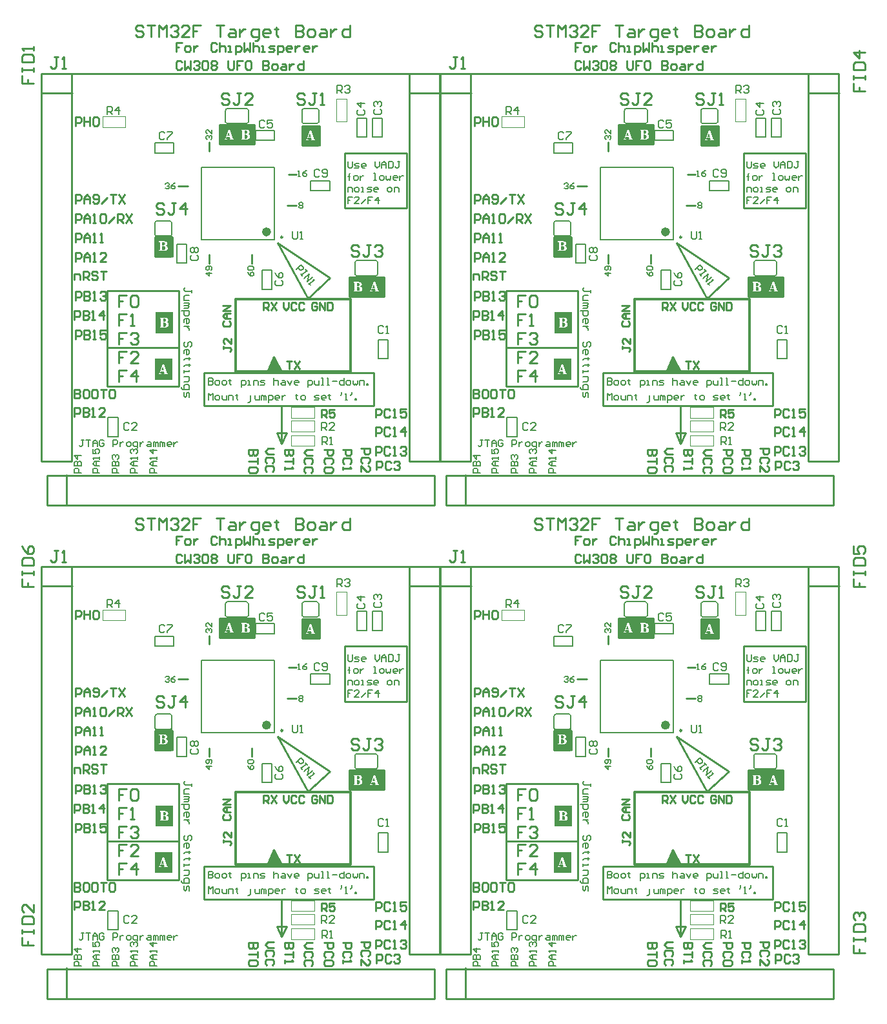
<source format=gto>
G04 Layer_Color=65535*
%FSLAX25Y25*%
%MOIN*%
G70*
G01*
G75*
%ADD18C,0.00800*%
%ADD20C,0.01000*%
%ADD30C,0.00787*%
%ADD31C,0.00984*%
%ADD32C,0.02362*%
%ADD33C,0.00394*%
%ADD34C,0.01181*%
%ADD35C,0.00700*%
%ADD36C,0.00600*%
G36*
X316000Y440500D02*
X298500D01*
Y451300D01*
X316000D01*
Y440500D01*
D02*
G37*
G36*
X110000D02*
X92500D01*
Y451300D01*
X110000D01*
Y440500D01*
D02*
G37*
G36*
X349500Y440000D02*
X340500D01*
Y450800D01*
X349500D01*
Y440000D01*
D02*
G37*
G36*
X143500D02*
X134500D01*
Y450800D01*
X143500D01*
Y440000D01*
D02*
G37*
G36*
X273500Y383000D02*
X264500D01*
Y393800D01*
X273500D01*
Y383000D01*
D02*
G37*
G36*
X67500D02*
X58500D01*
Y393800D01*
X67500D01*
Y383000D01*
D02*
G37*
G36*
X382500Y362000D02*
X365000D01*
Y372800D01*
X382500D01*
Y362000D01*
D02*
G37*
G36*
X176500D02*
X159000D01*
Y372800D01*
X176500D01*
Y362000D01*
D02*
G37*
G36*
X274000Y343500D02*
X265000D01*
Y354300D01*
X274000D01*
Y343500D01*
D02*
G37*
G36*
X68000D02*
X59000D01*
Y354300D01*
X68000D01*
Y343500D01*
D02*
G37*
G36*
X273500Y319500D02*
X264500D01*
Y330300D01*
X273500D01*
Y319500D01*
D02*
G37*
G36*
X67500D02*
X58500D01*
Y330300D01*
X67500D01*
Y319500D01*
D02*
G37*
G36*
X316000Y186000D02*
X298500D01*
Y196800D01*
X316000D01*
Y186000D01*
D02*
G37*
G36*
X110000D02*
X92500D01*
Y196800D01*
X110000D01*
Y186000D01*
D02*
G37*
G36*
X349500Y185500D02*
X340500D01*
Y196300D01*
X349500D01*
Y185500D01*
D02*
G37*
G36*
X143500D02*
X134500D01*
Y196300D01*
X143500D01*
Y185500D01*
D02*
G37*
G36*
X273500Y128500D02*
X264500D01*
Y139300D01*
X273500D01*
Y128500D01*
D02*
G37*
G36*
X67500D02*
X58500D01*
Y139300D01*
X67500D01*
Y128500D01*
D02*
G37*
G36*
X382500Y107500D02*
X365000D01*
Y118300D01*
X382500D01*
Y107500D01*
D02*
G37*
G36*
X176500D02*
X159000D01*
Y118300D01*
X176500D01*
Y107500D01*
D02*
G37*
G36*
X274000Y89000D02*
X265000D01*
Y99800D01*
X274000D01*
Y89000D01*
D02*
G37*
G36*
X68000D02*
X59000D01*
Y99800D01*
X68000D01*
Y89000D01*
D02*
G37*
G36*
X273500Y65000D02*
X264500D01*
Y75800D01*
X273500D01*
Y65000D01*
D02*
G37*
G36*
X67500D02*
X58500D01*
Y75800D01*
X67500D01*
Y65000D01*
D02*
G37*
%LPC*%
G36*
X311926Y448379D02*
X309225D01*
Y447976D01*
X309794D01*
Y443821D01*
X309225D01*
Y443421D01*
X311703D01*
X311900Y443425D01*
X312081Y443436D01*
X312247Y443454D01*
X312403Y443476D01*
X312543Y443502D01*
X312673Y443532D01*
X312788Y443562D01*
X312891Y443595D01*
X312984Y443628D01*
X313061Y443658D01*
X313128Y443687D01*
X313180Y443713D01*
X313224Y443736D01*
X313254Y443754D01*
X313269Y443765D01*
X313276Y443769D01*
X313365Y443839D01*
X313442Y443917D01*
X313509Y443998D01*
X313565Y444083D01*
X313613Y444176D01*
X313653Y444265D01*
X313687Y444353D01*
X313713Y444442D01*
X313735Y444524D01*
X313750Y444601D01*
X313761Y444672D01*
X313768Y444731D01*
X313772Y444783D01*
X313775Y444820D01*
Y444834D01*
Y444845D01*
Y444849D01*
Y444853D01*
X313772Y444953D01*
X313761Y445049D01*
X313742Y445138D01*
X313720Y445219D01*
X313694Y445297D01*
X313661Y445371D01*
X313631Y445434D01*
X313598Y445497D01*
X313561Y445548D01*
X313531Y445593D01*
X313502Y445634D01*
X313472Y445667D01*
X313450Y445693D01*
X313431Y445711D01*
X313420Y445722D01*
X313417Y445726D01*
X313346Y445785D01*
X313269Y445837D01*
X313187Y445885D01*
X313106Y445926D01*
X313021Y445967D01*
X312932Y445996D01*
X312850Y446026D01*
X312769Y446048D01*
X312691Y446070D01*
X312617Y446085D01*
X312555Y446100D01*
X312499Y446111D01*
X312451Y446118D01*
X312418Y446122D01*
X312395Y446126D01*
X312388D01*
X312488Y446140D01*
X312584Y446159D01*
X312673Y446181D01*
X312754Y446203D01*
X312828Y446229D01*
X312895Y446259D01*
X312958Y446285D01*
X313013Y446314D01*
X313065Y446340D01*
X313106Y446366D01*
X313143Y446388D01*
X313172Y446411D01*
X313195Y446425D01*
X313209Y446440D01*
X313221Y446448D01*
X313224Y446451D01*
X313272Y446503D01*
X313317Y446555D01*
X313354Y446614D01*
X313387Y446670D01*
X313413Y446729D01*
X313435Y446788D01*
X313457Y446843D01*
X313472Y446899D01*
X313483Y446951D01*
X313491Y446999D01*
X313498Y447043D01*
X313502Y447080D01*
X313505Y447110D01*
Y447136D01*
Y447151D01*
Y447154D01*
X313502Y447265D01*
X313487Y447369D01*
X313468Y447469D01*
X313442Y447558D01*
X313409Y447639D01*
X313376Y447713D01*
X313339Y447783D01*
X313302Y447843D01*
X313261Y447898D01*
X313224Y447942D01*
X313191Y447983D01*
X313158Y448016D01*
X313132Y448039D01*
X313113Y448057D01*
X313098Y448068D01*
X313095Y448072D01*
X313013Y448127D01*
X312925Y448172D01*
X312832Y448216D01*
X312732Y448249D01*
X312632Y448279D01*
X312529Y448305D01*
X312429Y448323D01*
X312329Y448342D01*
X312236Y448353D01*
X312151Y448364D01*
X312073Y448368D01*
X312003Y448375D01*
X311948D01*
X311926Y448379D01*
D02*
G37*
G36*
X303326D02*
X302611D01*
X300932Y443821D01*
X300573D01*
Y443421D01*
X301894D01*
Y443821D01*
X301361D01*
X301738Y444834D01*
X303411D01*
X303781Y443821D01*
X303348D01*
Y443421D01*
X305435D01*
Y443821D01*
X305009D01*
X303326Y448379D01*
D02*
G37*
%LPD*%
G36*
X311437Y447972D02*
X311526Y447968D01*
X311607Y447957D01*
X311681Y447946D01*
X311752Y447931D01*
X311814Y447913D01*
X311870Y447894D01*
X311922Y447880D01*
X311966Y447861D01*
X312003Y447843D01*
X312036Y447824D01*
X312062Y447809D01*
X312081Y447798D01*
X312096Y447787D01*
X312103Y447783D01*
X312107Y447780D01*
X312151Y447743D01*
X312188Y447698D01*
X312222Y447650D01*
X312247Y447602D01*
X312273Y447550D01*
X312292Y447498D01*
X312321Y447395D01*
X312333Y447347D01*
X312340Y447302D01*
X312344Y447262D01*
X312347Y447225D01*
X312351Y447195D01*
Y447173D01*
Y447158D01*
Y447154D01*
X312347Y447077D01*
X312340Y447003D01*
X312329Y446936D01*
X312314Y446873D01*
X312292Y446818D01*
X312273Y446766D01*
X312251Y446718D01*
X312229Y446677D01*
X312203Y446640D01*
X312181Y446607D01*
X312162Y446581D01*
X312144Y446559D01*
X312125Y446540D01*
X312114Y446529D01*
X312107Y446522D01*
X312103Y446518D01*
X312055Y446481D01*
X312000Y446451D01*
X311940Y446422D01*
X311881Y446399D01*
X311752Y446362D01*
X311630Y446337D01*
X311570Y446329D01*
X311519Y446322D01*
X311467Y446318D01*
X311426Y446314D01*
X311389Y446311D01*
X310949D01*
Y447976D01*
X311341D01*
X311437Y447972D01*
D02*
G37*
G36*
X311481Y445907D02*
X311574Y445900D01*
X311663Y445885D01*
X311748Y445870D01*
X311822Y445852D01*
X311892Y445830D01*
X311951Y445804D01*
X312011Y445782D01*
X312059Y445756D01*
X312099Y445730D01*
X312136Y445708D01*
X312166Y445689D01*
X312188Y445674D01*
X312207Y445659D01*
X312214Y445652D01*
X312218Y445648D01*
X312266Y445597D01*
X312310Y445537D01*
X312347Y445478D01*
X312377Y445412D01*
X312406Y445349D01*
X312429Y445282D01*
X312447Y445216D01*
X312462Y445153D01*
X312473Y445093D01*
X312480Y445034D01*
X312488Y444986D01*
X312492Y444942D01*
X312495Y444905D01*
Y444875D01*
Y444860D01*
Y444853D01*
X312492Y444757D01*
X312484Y444668D01*
X312469Y444587D01*
X312451Y444509D01*
X312432Y444439D01*
X312406Y444376D01*
X312384Y444316D01*
X312358Y444265D01*
X312333Y444220D01*
X312307Y444179D01*
X312281Y444146D01*
X312262Y444120D01*
X312244Y444098D01*
X312229Y444083D01*
X312222Y444076D01*
X312218Y444072D01*
X312162Y444028D01*
X312103Y443991D01*
X312040Y443958D01*
X311970Y443928D01*
X311903Y443902D01*
X311833Y443884D01*
X311696Y443854D01*
X311630Y443843D01*
X311570Y443835D01*
X311519Y443828D01*
X311470Y443824D01*
X311433Y443821D01*
X310949D01*
Y445911D01*
X311378D01*
X311481Y445907D01*
D02*
G37*
G36*
X303266Y445238D02*
X301883D01*
X302578Y447132D01*
X303266Y445238D01*
D02*
G37*
%LPC*%
G36*
X105926Y448379D02*
X103225D01*
Y447976D01*
X103794D01*
Y443821D01*
X103225D01*
Y443421D01*
X105703D01*
X105900Y443425D01*
X106081Y443436D01*
X106247Y443454D01*
X106403Y443476D01*
X106543Y443502D01*
X106673Y443532D01*
X106788Y443562D01*
X106891Y443595D01*
X106984Y443628D01*
X107061Y443658D01*
X107128Y443687D01*
X107180Y443713D01*
X107224Y443736D01*
X107254Y443754D01*
X107269Y443765D01*
X107276Y443769D01*
X107365Y443839D01*
X107442Y443917D01*
X107509Y443998D01*
X107565Y444083D01*
X107613Y444176D01*
X107653Y444265D01*
X107687Y444353D01*
X107713Y444442D01*
X107735Y444524D01*
X107750Y444601D01*
X107761Y444672D01*
X107768Y444731D01*
X107772Y444783D01*
X107775Y444820D01*
Y444834D01*
Y444845D01*
Y444849D01*
Y444853D01*
X107772Y444953D01*
X107761Y445049D01*
X107742Y445138D01*
X107720Y445219D01*
X107694Y445297D01*
X107661Y445371D01*
X107631Y445434D01*
X107598Y445497D01*
X107561Y445548D01*
X107531Y445593D01*
X107502Y445634D01*
X107472Y445667D01*
X107450Y445693D01*
X107431Y445711D01*
X107420Y445722D01*
X107417Y445726D01*
X107346Y445785D01*
X107269Y445837D01*
X107187Y445885D01*
X107106Y445926D01*
X107021Y445967D01*
X106932Y445996D01*
X106851Y446026D01*
X106769Y446048D01*
X106691Y446070D01*
X106617Y446085D01*
X106554Y446100D01*
X106499Y446111D01*
X106451Y446118D01*
X106418Y446122D01*
X106395Y446126D01*
X106388D01*
X106488Y446140D01*
X106584Y446159D01*
X106673Y446181D01*
X106754Y446203D01*
X106828Y446229D01*
X106895Y446259D01*
X106958Y446285D01*
X107013Y446314D01*
X107065Y446340D01*
X107106Y446366D01*
X107143Y446388D01*
X107172Y446411D01*
X107195Y446425D01*
X107209Y446440D01*
X107220Y446448D01*
X107224Y446451D01*
X107272Y446503D01*
X107317Y446555D01*
X107354Y446614D01*
X107387Y446670D01*
X107413Y446729D01*
X107435Y446788D01*
X107457Y446843D01*
X107472Y446899D01*
X107483Y446951D01*
X107491Y446999D01*
X107498Y447043D01*
X107502Y447080D01*
X107505Y447110D01*
Y447136D01*
Y447151D01*
Y447154D01*
X107502Y447265D01*
X107487Y447369D01*
X107468Y447469D01*
X107442Y447558D01*
X107409Y447639D01*
X107376Y447713D01*
X107339Y447783D01*
X107302Y447843D01*
X107261Y447898D01*
X107224Y447942D01*
X107191Y447983D01*
X107158Y448016D01*
X107132Y448039D01*
X107113Y448057D01*
X107098Y448068D01*
X107095Y448072D01*
X107013Y448127D01*
X106924Y448172D01*
X106832Y448216D01*
X106732Y448249D01*
X106632Y448279D01*
X106529Y448305D01*
X106429Y448323D01*
X106329Y448342D01*
X106236Y448353D01*
X106151Y448364D01*
X106073Y448368D01*
X106003Y448375D01*
X105948D01*
X105926Y448379D01*
D02*
G37*
G36*
X97326D02*
X96611D01*
X94932Y443821D01*
X94573D01*
Y443421D01*
X95894D01*
Y443821D01*
X95361D01*
X95738Y444834D01*
X97411D01*
X97781Y443821D01*
X97348D01*
Y443421D01*
X99435D01*
Y443821D01*
X99009D01*
X97326Y448379D01*
D02*
G37*
%LPD*%
G36*
X105437Y447972D02*
X105526Y447968D01*
X105607Y447957D01*
X105681Y447946D01*
X105752Y447931D01*
X105815Y447913D01*
X105870Y447894D01*
X105922Y447880D01*
X105966Y447861D01*
X106003Y447843D01*
X106036Y447824D01*
X106062Y447809D01*
X106081Y447798D01*
X106096Y447787D01*
X106103Y447783D01*
X106107Y447780D01*
X106151Y447743D01*
X106188Y447698D01*
X106221Y447650D01*
X106247Y447602D01*
X106273Y447550D01*
X106292Y447498D01*
X106321Y447395D01*
X106333Y447347D01*
X106340Y447302D01*
X106344Y447262D01*
X106347Y447225D01*
X106351Y447195D01*
Y447173D01*
Y447158D01*
Y447154D01*
X106347Y447077D01*
X106340Y447003D01*
X106329Y446936D01*
X106314Y446873D01*
X106292Y446818D01*
X106273Y446766D01*
X106251Y446718D01*
X106229Y446677D01*
X106203Y446640D01*
X106181Y446607D01*
X106162Y446581D01*
X106144Y446559D01*
X106125Y446540D01*
X106114Y446529D01*
X106107Y446522D01*
X106103Y446518D01*
X106055Y446481D01*
X106000Y446451D01*
X105940Y446422D01*
X105881Y446399D01*
X105752Y446362D01*
X105630Y446337D01*
X105570Y446329D01*
X105518Y446322D01*
X105467Y446318D01*
X105426Y446314D01*
X105389Y446311D01*
X104949D01*
Y447976D01*
X105341D01*
X105437Y447972D01*
D02*
G37*
G36*
X105482Y445907D02*
X105574Y445900D01*
X105663Y445885D01*
X105748Y445870D01*
X105822Y445852D01*
X105892Y445830D01*
X105951Y445804D01*
X106011Y445782D01*
X106059Y445756D01*
X106099Y445730D01*
X106136Y445708D01*
X106166Y445689D01*
X106188Y445674D01*
X106207Y445659D01*
X106214Y445652D01*
X106218Y445648D01*
X106266Y445597D01*
X106310Y445537D01*
X106347Y445478D01*
X106377Y445412D01*
X106406Y445349D01*
X106429Y445282D01*
X106447Y445216D01*
X106462Y445153D01*
X106473Y445093D01*
X106481Y445034D01*
X106488Y444986D01*
X106492Y444942D01*
X106495Y444905D01*
Y444875D01*
Y444860D01*
Y444853D01*
X106492Y444757D01*
X106484Y444668D01*
X106469Y444587D01*
X106451Y444509D01*
X106432Y444439D01*
X106406Y444376D01*
X106384Y444316D01*
X106358Y444265D01*
X106333Y444220D01*
X106307Y444179D01*
X106281Y444146D01*
X106262Y444120D01*
X106244Y444098D01*
X106229Y444083D01*
X106221Y444076D01*
X106218Y444072D01*
X106162Y444028D01*
X106103Y443991D01*
X106040Y443958D01*
X105970Y443928D01*
X105903Y443902D01*
X105833Y443884D01*
X105696Y443854D01*
X105630Y443843D01*
X105570Y443835D01*
X105518Y443828D01*
X105470Y443824D01*
X105433Y443821D01*
X104949D01*
Y445911D01*
X105378D01*
X105482Y445907D01*
D02*
G37*
G36*
X97266Y445238D02*
X95883D01*
X96578Y447132D01*
X97266Y445238D01*
D02*
G37*
%LPC*%
G36*
X345326Y447879D02*
X344612D01*
X342932Y443321D01*
X342573D01*
Y442921D01*
X343894D01*
Y443321D01*
X343361D01*
X343738Y444334D01*
X345411D01*
X345781Y443321D01*
X345348D01*
Y442921D01*
X347435D01*
Y443321D01*
X347009D01*
X345326Y447879D01*
D02*
G37*
%LPD*%
G36*
X345266Y444738D02*
X343883D01*
X344578Y446632D01*
X345266Y444738D01*
D02*
G37*
%LPC*%
G36*
X139326Y447879D02*
X138611D01*
X136932Y443321D01*
X136573D01*
Y442921D01*
X137894D01*
Y443321D01*
X137361D01*
X137738Y444334D01*
X139411D01*
X139781Y443321D01*
X139348D01*
Y442921D01*
X141435D01*
Y443321D01*
X141009D01*
X139326Y447879D01*
D02*
G37*
%LPD*%
G36*
X139266Y444738D02*
X137883D01*
X138578Y446632D01*
X139266Y444738D01*
D02*
G37*
%LPC*%
G36*
X269426Y390879D02*
X266724D01*
Y390476D01*
X267294D01*
Y386321D01*
X266724D01*
Y385921D01*
X269203D01*
X269400Y385925D01*
X269581Y385936D01*
X269747Y385954D01*
X269903Y385977D01*
X270043Y386002D01*
X270173Y386032D01*
X270288Y386062D01*
X270391Y386095D01*
X270484Y386128D01*
X270561Y386158D01*
X270628Y386187D01*
X270680Y386213D01*
X270724Y386235D01*
X270754Y386254D01*
X270769Y386265D01*
X270776Y386269D01*
X270865Y386339D01*
X270942Y386417D01*
X271009Y386498D01*
X271065Y386583D01*
X271113Y386676D01*
X271153Y386765D01*
X271187Y386853D01*
X271213Y386942D01*
X271235Y387024D01*
X271250Y387101D01*
X271261Y387172D01*
X271268Y387231D01*
X271272Y387283D01*
X271275Y387320D01*
Y387334D01*
Y387346D01*
Y387349D01*
Y387353D01*
X271272Y387453D01*
X271261Y387549D01*
X271242Y387638D01*
X271220Y387719D01*
X271194Y387797D01*
X271161Y387871D01*
X271131Y387934D01*
X271098Y387997D01*
X271061Y388049D01*
X271031Y388093D01*
X271002Y388134D01*
X270972Y388167D01*
X270950Y388193D01*
X270931Y388211D01*
X270920Y388222D01*
X270917Y388226D01*
X270846Y388285D01*
X270769Y388337D01*
X270687Y388385D01*
X270606Y388426D01*
X270521Y388467D01*
X270432Y388496D01*
X270351Y388526D01*
X270269Y388548D01*
X270191Y388570D01*
X270117Y388585D01*
X270055Y388600D01*
X269999Y388611D01*
X269951Y388618D01*
X269918Y388622D01*
X269895Y388626D01*
X269888D01*
X269988Y388640D01*
X270084Y388659D01*
X270173Y388681D01*
X270254Y388703D01*
X270328Y388729D01*
X270395Y388759D01*
X270458Y388785D01*
X270513Y388814D01*
X270565Y388840D01*
X270606Y388866D01*
X270643Y388888D01*
X270672Y388911D01*
X270695Y388925D01*
X270709Y388940D01*
X270721Y388948D01*
X270724Y388951D01*
X270772Y389003D01*
X270817Y389055D01*
X270854Y389114D01*
X270887Y389170D01*
X270913Y389229D01*
X270935Y389288D01*
X270957Y389344D01*
X270972Y389399D01*
X270983Y389451D01*
X270991Y389499D01*
X270998Y389543D01*
X271002Y389580D01*
X271005Y389610D01*
Y389636D01*
Y389651D01*
Y389654D01*
X271002Y389765D01*
X270987Y389869D01*
X270968Y389969D01*
X270942Y390058D01*
X270909Y390139D01*
X270876Y390213D01*
X270839Y390283D01*
X270802Y390342D01*
X270761Y390398D01*
X270724Y390442D01*
X270691Y390483D01*
X270658Y390516D01*
X270632Y390539D01*
X270613Y390557D01*
X270598Y390568D01*
X270595Y390572D01*
X270513Y390627D01*
X270425Y390672D01*
X270332Y390716D01*
X270232Y390750D01*
X270132Y390779D01*
X270029Y390805D01*
X269929Y390824D01*
X269829Y390842D01*
X269736Y390853D01*
X269651Y390864D01*
X269573Y390868D01*
X269503Y390875D01*
X269448D01*
X269426Y390879D01*
D02*
G37*
%LPD*%
G36*
X268937Y390472D02*
X269026Y390468D01*
X269107Y390457D01*
X269181Y390446D01*
X269252Y390431D01*
X269315Y390413D01*
X269370Y390394D01*
X269422Y390380D01*
X269466Y390361D01*
X269503Y390342D01*
X269536Y390324D01*
X269562Y390309D01*
X269581Y390298D01*
X269596Y390287D01*
X269603Y390283D01*
X269607Y390280D01*
X269651Y390243D01*
X269688Y390198D01*
X269722Y390150D01*
X269747Y390102D01*
X269773Y390050D01*
X269792Y389998D01*
X269821Y389895D01*
X269832Y389847D01*
X269840Y389802D01*
X269844Y389762D01*
X269847Y389725D01*
X269851Y389695D01*
Y389673D01*
Y389658D01*
Y389654D01*
X269847Y389577D01*
X269840Y389503D01*
X269829Y389436D01*
X269814Y389373D01*
X269792Y389318D01*
X269773Y389266D01*
X269751Y389218D01*
X269729Y389177D01*
X269703Y389140D01*
X269681Y389107D01*
X269662Y389081D01*
X269644Y389059D01*
X269625Y389040D01*
X269614Y389029D01*
X269607Y389022D01*
X269603Y389018D01*
X269555Y388981D01*
X269499Y388951D01*
X269440Y388922D01*
X269381Y388899D01*
X269252Y388862D01*
X269129Y388837D01*
X269070Y388829D01*
X269019Y388822D01*
X268967Y388818D01*
X268926Y388814D01*
X268889Y388811D01*
X268449D01*
Y390476D01*
X268841D01*
X268937Y390472D01*
D02*
G37*
G36*
X268982Y388407D02*
X269074Y388400D01*
X269163Y388385D01*
X269248Y388370D01*
X269322Y388352D01*
X269392Y388330D01*
X269451Y388304D01*
X269511Y388282D01*
X269559Y388256D01*
X269599Y388230D01*
X269636Y388208D01*
X269666Y388189D01*
X269688Y388174D01*
X269707Y388159D01*
X269714Y388152D01*
X269718Y388148D01*
X269766Y388097D01*
X269810Y388037D01*
X269847Y387978D01*
X269877Y387912D01*
X269906Y387849D01*
X269929Y387782D01*
X269947Y387716D01*
X269962Y387653D01*
X269973Y387593D01*
X269981Y387534D01*
X269988Y387486D01*
X269992Y387442D01*
X269995Y387405D01*
Y387375D01*
Y387360D01*
Y387353D01*
X269992Y387257D01*
X269984Y387168D01*
X269969Y387087D01*
X269951Y387009D01*
X269932Y386939D01*
X269906Y386876D01*
X269884Y386816D01*
X269858Y386765D01*
X269832Y386720D01*
X269807Y386680D01*
X269781Y386646D01*
X269762Y386620D01*
X269744Y386598D01*
X269729Y386583D01*
X269722Y386576D01*
X269718Y386572D01*
X269662Y386528D01*
X269603Y386491D01*
X269540Y386457D01*
X269470Y386428D01*
X269403Y386402D01*
X269333Y386384D01*
X269196Y386354D01*
X269129Y386343D01*
X269070Y386335D01*
X269019Y386328D01*
X268970Y386324D01*
X268933Y386321D01*
X268449D01*
Y388411D01*
X268878D01*
X268982Y388407D01*
D02*
G37*
%LPC*%
G36*
X63425Y390879D02*
X60725D01*
Y390476D01*
X61294D01*
Y386321D01*
X60725D01*
Y385921D01*
X63204D01*
X63400Y385925D01*
X63581Y385936D01*
X63747Y385954D01*
X63903Y385977D01*
X64043Y386002D01*
X64173Y386032D01*
X64288Y386062D01*
X64391Y386095D01*
X64484Y386128D01*
X64561Y386158D01*
X64628Y386187D01*
X64680Y386213D01*
X64724Y386235D01*
X64754Y386254D01*
X64769Y386265D01*
X64776Y386269D01*
X64865Y386339D01*
X64943Y386417D01*
X65009Y386498D01*
X65065Y386583D01*
X65113Y386676D01*
X65153Y386765D01*
X65187Y386853D01*
X65213Y386942D01*
X65235Y387024D01*
X65250Y387101D01*
X65261Y387172D01*
X65268Y387231D01*
X65272Y387283D01*
X65276Y387320D01*
Y387334D01*
Y387346D01*
Y387349D01*
Y387353D01*
X65272Y387453D01*
X65261Y387549D01*
X65242Y387638D01*
X65220Y387719D01*
X65194Y387797D01*
X65161Y387871D01*
X65131Y387934D01*
X65098Y387997D01*
X65061Y388049D01*
X65031Y388093D01*
X65002Y388134D01*
X64972Y388167D01*
X64950Y388193D01*
X64931Y388211D01*
X64920Y388222D01*
X64917Y388226D01*
X64846Y388285D01*
X64769Y388337D01*
X64687Y388385D01*
X64606Y388426D01*
X64521Y388467D01*
X64432Y388496D01*
X64350Y388526D01*
X64269Y388548D01*
X64191Y388570D01*
X64117Y388585D01*
X64055Y388600D01*
X63999Y388611D01*
X63951Y388618D01*
X63918Y388622D01*
X63895Y388626D01*
X63888D01*
X63988Y388640D01*
X64084Y388659D01*
X64173Y388681D01*
X64254Y388703D01*
X64328Y388729D01*
X64395Y388759D01*
X64458Y388785D01*
X64513Y388814D01*
X64565Y388840D01*
X64606Y388866D01*
X64643Y388888D01*
X64672Y388911D01*
X64695Y388925D01*
X64709Y388940D01*
X64720Y388948D01*
X64724Y388951D01*
X64772Y389003D01*
X64817Y389055D01*
X64854Y389114D01*
X64887Y389170D01*
X64913Y389229D01*
X64935Y389288D01*
X64957Y389344D01*
X64972Y389399D01*
X64983Y389451D01*
X64991Y389499D01*
X64998Y389543D01*
X65002Y389580D01*
X65005Y389610D01*
Y389636D01*
Y389651D01*
Y389654D01*
X65002Y389765D01*
X64987Y389869D01*
X64968Y389969D01*
X64943Y390058D01*
X64909Y390139D01*
X64876Y390213D01*
X64839Y390283D01*
X64802Y390342D01*
X64761Y390398D01*
X64724Y390442D01*
X64691Y390483D01*
X64658Y390516D01*
X64632Y390539D01*
X64613Y390557D01*
X64598Y390568D01*
X64595Y390572D01*
X64513Y390627D01*
X64425Y390672D01*
X64332Y390716D01*
X64232Y390750D01*
X64132Y390779D01*
X64029Y390805D01*
X63929Y390824D01*
X63829Y390842D01*
X63736Y390853D01*
X63651Y390864D01*
X63573Y390868D01*
X63503Y390875D01*
X63448D01*
X63425Y390879D01*
D02*
G37*
%LPD*%
G36*
X62937Y390472D02*
X63026Y390468D01*
X63107Y390457D01*
X63181Y390446D01*
X63252Y390431D01*
X63314Y390413D01*
X63370Y390394D01*
X63422Y390380D01*
X63466Y390361D01*
X63503Y390342D01*
X63537Y390324D01*
X63562Y390309D01*
X63581Y390298D01*
X63596Y390287D01*
X63603Y390283D01*
X63607Y390280D01*
X63651Y390243D01*
X63688Y390198D01*
X63722Y390150D01*
X63747Y390102D01*
X63773Y390050D01*
X63792Y389998D01*
X63821Y389895D01*
X63832Y389847D01*
X63840Y389802D01*
X63844Y389762D01*
X63847Y389725D01*
X63851Y389695D01*
Y389673D01*
Y389658D01*
Y389654D01*
X63847Y389577D01*
X63840Y389503D01*
X63829Y389436D01*
X63814Y389373D01*
X63792Y389318D01*
X63773Y389266D01*
X63751Y389218D01*
X63729Y389177D01*
X63703Y389140D01*
X63681Y389107D01*
X63662Y389081D01*
X63644Y389059D01*
X63625Y389040D01*
X63614Y389029D01*
X63607Y389022D01*
X63603Y389018D01*
X63555Y388981D01*
X63499Y388951D01*
X63440Y388922D01*
X63381Y388899D01*
X63252Y388862D01*
X63130Y388837D01*
X63070Y388829D01*
X63019Y388822D01*
X62967Y388818D01*
X62926Y388814D01*
X62889Y388811D01*
X62449D01*
Y390476D01*
X62841D01*
X62937Y390472D01*
D02*
G37*
G36*
X62981Y388407D02*
X63074Y388400D01*
X63163Y388385D01*
X63248Y388370D01*
X63322Y388352D01*
X63392Y388330D01*
X63451Y388304D01*
X63511Y388282D01*
X63559Y388256D01*
X63599Y388230D01*
X63636Y388208D01*
X63666Y388189D01*
X63688Y388174D01*
X63707Y388159D01*
X63714Y388152D01*
X63718Y388148D01*
X63766Y388097D01*
X63810Y388037D01*
X63847Y387978D01*
X63877Y387912D01*
X63907Y387849D01*
X63929Y387782D01*
X63947Y387716D01*
X63962Y387653D01*
X63973Y387593D01*
X63981Y387534D01*
X63988Y387486D01*
X63992Y387442D01*
X63995Y387405D01*
Y387375D01*
Y387360D01*
Y387353D01*
X63992Y387257D01*
X63984Y387168D01*
X63969Y387087D01*
X63951Y387009D01*
X63932Y386939D01*
X63907Y386876D01*
X63884Y386816D01*
X63858Y386765D01*
X63832Y386720D01*
X63807Y386680D01*
X63781Y386646D01*
X63762Y386620D01*
X63744Y386598D01*
X63729Y386583D01*
X63722Y386576D01*
X63718Y386572D01*
X63662Y386528D01*
X63603Y386491D01*
X63540Y386457D01*
X63470Y386428D01*
X63403Y386402D01*
X63333Y386384D01*
X63196Y386354D01*
X63130Y386343D01*
X63070Y386335D01*
X63019Y386328D01*
X62970Y386324D01*
X62933Y386321D01*
X62449D01*
Y388411D01*
X62878D01*
X62981Y388407D01*
D02*
G37*
%LPC*%
G36*
X378326Y369879D02*
X377611D01*
X375932Y365321D01*
X375573D01*
Y364921D01*
X376894D01*
Y365321D01*
X376361D01*
X376738Y366334D01*
X378411D01*
X378781Y365321D01*
X378348D01*
Y364921D01*
X380435D01*
Y365321D01*
X380009D01*
X378326Y369879D01*
D02*
G37*
G36*
X369925D02*
X367225D01*
Y369476D01*
X367794D01*
Y365321D01*
X367225D01*
Y364921D01*
X369704D01*
X369900Y364925D01*
X370081Y364936D01*
X370247Y364954D01*
X370403Y364977D01*
X370543Y365002D01*
X370673Y365032D01*
X370788Y365062D01*
X370891Y365095D01*
X370984Y365128D01*
X371061Y365158D01*
X371128Y365187D01*
X371180Y365213D01*
X371224Y365235D01*
X371254Y365254D01*
X371269Y365265D01*
X371276Y365269D01*
X371365Y365339D01*
X371443Y365417D01*
X371509Y365498D01*
X371565Y365583D01*
X371613Y365676D01*
X371653Y365765D01*
X371687Y365853D01*
X371713Y365942D01*
X371735Y366024D01*
X371750Y366101D01*
X371761Y366172D01*
X371768Y366231D01*
X371772Y366283D01*
X371776Y366320D01*
Y366334D01*
Y366346D01*
Y366349D01*
Y366353D01*
X371772Y366453D01*
X371761Y366549D01*
X371742Y366638D01*
X371720Y366719D01*
X371694Y366797D01*
X371661Y366871D01*
X371631Y366934D01*
X371598Y366997D01*
X371561Y367049D01*
X371531Y367093D01*
X371502Y367134D01*
X371472Y367167D01*
X371450Y367193D01*
X371431Y367211D01*
X371420Y367222D01*
X371417Y367226D01*
X371346Y367285D01*
X371269Y367337D01*
X371187Y367385D01*
X371106Y367426D01*
X371021Y367467D01*
X370932Y367496D01*
X370850Y367526D01*
X370769Y367548D01*
X370691Y367570D01*
X370617Y367585D01*
X370554Y367600D01*
X370499Y367611D01*
X370451Y367618D01*
X370418Y367622D01*
X370395Y367626D01*
X370388D01*
X370488Y367640D01*
X370584Y367659D01*
X370673Y367681D01*
X370754Y367703D01*
X370828Y367729D01*
X370895Y367759D01*
X370958Y367785D01*
X371013Y367814D01*
X371065Y367840D01*
X371106Y367866D01*
X371143Y367888D01*
X371172Y367911D01*
X371195Y367925D01*
X371209Y367940D01*
X371220Y367948D01*
X371224Y367951D01*
X371272Y368003D01*
X371317Y368055D01*
X371354Y368114D01*
X371387Y368170D01*
X371413Y368229D01*
X371435Y368288D01*
X371457Y368343D01*
X371472Y368399D01*
X371483Y368451D01*
X371491Y368499D01*
X371498Y368543D01*
X371502Y368580D01*
X371505Y368610D01*
Y368636D01*
Y368651D01*
Y368654D01*
X371502Y368765D01*
X371487Y368869D01*
X371468Y368969D01*
X371443Y369058D01*
X371409Y369139D01*
X371376Y369213D01*
X371339Y369283D01*
X371302Y369342D01*
X371261Y369398D01*
X371224Y369442D01*
X371191Y369483D01*
X371158Y369516D01*
X371132Y369539D01*
X371113Y369557D01*
X371098Y369568D01*
X371095Y369572D01*
X371013Y369627D01*
X370924Y369672D01*
X370832Y369716D01*
X370732Y369749D01*
X370632Y369779D01*
X370529Y369805D01*
X370429Y369824D01*
X370329Y369842D01*
X370236Y369853D01*
X370151Y369864D01*
X370074Y369868D01*
X370003Y369875D01*
X369948D01*
X369925Y369879D01*
D02*
G37*
%LPD*%
G36*
X378266Y366738D02*
X376883D01*
X377578Y368632D01*
X378266Y366738D01*
D02*
G37*
G36*
X369437Y369472D02*
X369526Y369468D01*
X369607Y369457D01*
X369681Y369446D01*
X369752Y369431D01*
X369814Y369413D01*
X369870Y369394D01*
X369922Y369379D01*
X369966Y369361D01*
X370003Y369342D01*
X370037Y369324D01*
X370062Y369309D01*
X370081Y369298D01*
X370096Y369287D01*
X370103Y369283D01*
X370107Y369280D01*
X370151Y369243D01*
X370188Y369198D01*
X370221Y369150D01*
X370247Y369102D01*
X370273Y369050D01*
X370292Y368998D01*
X370321Y368895D01*
X370333Y368847D01*
X370340Y368802D01*
X370344Y368762D01*
X370347Y368725D01*
X370351Y368695D01*
Y368673D01*
Y368658D01*
Y368654D01*
X370347Y368577D01*
X370340Y368503D01*
X370329Y368436D01*
X370314Y368373D01*
X370292Y368318D01*
X370273Y368266D01*
X370251Y368218D01*
X370229Y368177D01*
X370203Y368140D01*
X370181Y368107D01*
X370162Y368081D01*
X370144Y368059D01*
X370125Y368040D01*
X370114Y368029D01*
X370107Y368022D01*
X370103Y368018D01*
X370055Y367981D01*
X370000Y367951D01*
X369940Y367922D01*
X369881Y367899D01*
X369752Y367863D01*
X369630Y367837D01*
X369570Y367829D01*
X369518Y367822D01*
X369467Y367818D01*
X369426Y367814D01*
X369389Y367811D01*
X368949D01*
Y369476D01*
X369341D01*
X369437Y369472D01*
D02*
G37*
G36*
X369481Y367407D02*
X369574Y367400D01*
X369663Y367385D01*
X369748Y367370D01*
X369822Y367352D01*
X369892Y367330D01*
X369951Y367304D01*
X370011Y367282D01*
X370059Y367256D01*
X370099Y367230D01*
X370136Y367208D01*
X370166Y367189D01*
X370188Y367174D01*
X370207Y367160D01*
X370214Y367152D01*
X370218Y367148D01*
X370266Y367097D01*
X370310Y367037D01*
X370347Y366978D01*
X370377Y366912D01*
X370407Y366849D01*
X370429Y366782D01*
X370447Y366716D01*
X370462Y366653D01*
X370473Y366593D01*
X370480Y366534D01*
X370488Y366486D01*
X370492Y366442D01*
X370495Y366405D01*
Y366375D01*
Y366360D01*
Y366353D01*
X370492Y366257D01*
X370484Y366168D01*
X370469Y366087D01*
X370451Y366009D01*
X370432Y365938D01*
X370407Y365876D01*
X370384Y365816D01*
X370358Y365765D01*
X370333Y365720D01*
X370307Y365680D01*
X370281Y365646D01*
X370262Y365620D01*
X370244Y365598D01*
X370229Y365583D01*
X370221Y365576D01*
X370218Y365572D01*
X370162Y365528D01*
X370103Y365491D01*
X370040Y365458D01*
X369970Y365428D01*
X369903Y365402D01*
X369833Y365384D01*
X369696Y365354D01*
X369630Y365343D01*
X369570Y365335D01*
X369518Y365328D01*
X369470Y365324D01*
X369433Y365321D01*
X368949D01*
Y367411D01*
X369378D01*
X369481Y367407D01*
D02*
G37*
%LPC*%
G36*
X172326Y369879D02*
X171611D01*
X169932Y365321D01*
X169573D01*
Y364921D01*
X170894D01*
Y365321D01*
X170361D01*
X170738Y366334D01*
X172411D01*
X172781Y365321D01*
X172348D01*
Y364921D01*
X174435D01*
Y365321D01*
X174009D01*
X172326Y369879D01*
D02*
G37*
G36*
X163926D02*
X161224D01*
Y369476D01*
X161794D01*
Y365321D01*
X161224D01*
Y364921D01*
X163704D01*
X163900Y364925D01*
X164081Y364936D01*
X164247Y364954D01*
X164403Y364977D01*
X164543Y365002D01*
X164673Y365032D01*
X164788Y365062D01*
X164891Y365095D01*
X164984Y365128D01*
X165061Y365158D01*
X165128Y365187D01*
X165180Y365213D01*
X165224Y365235D01*
X165254Y365254D01*
X165269Y365265D01*
X165276Y365269D01*
X165365Y365339D01*
X165443Y365417D01*
X165509Y365498D01*
X165565Y365583D01*
X165613Y365676D01*
X165653Y365765D01*
X165687Y365853D01*
X165713Y365942D01*
X165735Y366024D01*
X165750Y366101D01*
X165761Y366172D01*
X165768Y366231D01*
X165772Y366283D01*
X165776Y366320D01*
Y366334D01*
Y366346D01*
Y366349D01*
Y366353D01*
X165772Y366453D01*
X165761Y366549D01*
X165742Y366638D01*
X165720Y366719D01*
X165694Y366797D01*
X165661Y366871D01*
X165631Y366934D01*
X165598Y366997D01*
X165561Y367049D01*
X165531Y367093D01*
X165502Y367134D01*
X165472Y367167D01*
X165450Y367193D01*
X165431Y367211D01*
X165420Y367222D01*
X165417Y367226D01*
X165346Y367285D01*
X165269Y367337D01*
X165187Y367385D01*
X165106Y367426D01*
X165021Y367467D01*
X164932Y367496D01*
X164850Y367526D01*
X164769Y367548D01*
X164691Y367570D01*
X164617Y367585D01*
X164555Y367600D01*
X164499Y367611D01*
X164451Y367618D01*
X164418Y367622D01*
X164395Y367626D01*
X164388D01*
X164488Y367640D01*
X164584Y367659D01*
X164673Y367681D01*
X164754Y367703D01*
X164828Y367729D01*
X164895Y367759D01*
X164958Y367785D01*
X165013Y367814D01*
X165065Y367840D01*
X165106Y367866D01*
X165143Y367888D01*
X165172Y367911D01*
X165195Y367925D01*
X165209Y367940D01*
X165220Y367948D01*
X165224Y367951D01*
X165272Y368003D01*
X165317Y368055D01*
X165354Y368114D01*
X165387Y368170D01*
X165413Y368229D01*
X165435Y368288D01*
X165457Y368343D01*
X165472Y368399D01*
X165483Y368451D01*
X165491Y368499D01*
X165498Y368543D01*
X165502Y368580D01*
X165505Y368610D01*
Y368636D01*
Y368651D01*
Y368654D01*
X165502Y368765D01*
X165487Y368869D01*
X165468Y368969D01*
X165443Y369058D01*
X165409Y369139D01*
X165376Y369213D01*
X165339Y369283D01*
X165302Y369342D01*
X165261Y369398D01*
X165224Y369442D01*
X165191Y369483D01*
X165158Y369516D01*
X165132Y369539D01*
X165113Y369557D01*
X165098Y369568D01*
X165095Y369572D01*
X165013Y369627D01*
X164925Y369672D01*
X164832Y369716D01*
X164732Y369749D01*
X164632Y369779D01*
X164529Y369805D01*
X164429Y369824D01*
X164329Y369842D01*
X164236Y369853D01*
X164151Y369864D01*
X164074Y369868D01*
X164003Y369875D01*
X163948D01*
X163926Y369879D01*
D02*
G37*
%LPD*%
G36*
X172266Y366738D02*
X170883D01*
X171578Y368632D01*
X172266Y366738D01*
D02*
G37*
G36*
X163437Y369472D02*
X163526Y369468D01*
X163607Y369457D01*
X163681Y369446D01*
X163752Y369431D01*
X163814Y369413D01*
X163870Y369394D01*
X163922Y369379D01*
X163966Y369361D01*
X164003Y369342D01*
X164037Y369324D01*
X164062Y369309D01*
X164081Y369298D01*
X164096Y369287D01*
X164103Y369283D01*
X164107Y369280D01*
X164151Y369243D01*
X164188Y369198D01*
X164222Y369150D01*
X164247Y369102D01*
X164273Y369050D01*
X164292Y368998D01*
X164321Y368895D01*
X164332Y368847D01*
X164340Y368802D01*
X164344Y368762D01*
X164347Y368725D01*
X164351Y368695D01*
Y368673D01*
Y368658D01*
Y368654D01*
X164347Y368577D01*
X164340Y368503D01*
X164329Y368436D01*
X164314Y368373D01*
X164292Y368318D01*
X164273Y368266D01*
X164251Y368218D01*
X164229Y368177D01*
X164203Y368140D01*
X164181Y368107D01*
X164162Y368081D01*
X164144Y368059D01*
X164125Y368040D01*
X164114Y368029D01*
X164107Y368022D01*
X164103Y368018D01*
X164055Y367981D01*
X163999Y367951D01*
X163940Y367922D01*
X163881Y367899D01*
X163752Y367863D01*
X163629Y367837D01*
X163570Y367829D01*
X163519Y367822D01*
X163467Y367818D01*
X163426Y367814D01*
X163389Y367811D01*
X162949D01*
Y369476D01*
X163341D01*
X163437Y369472D01*
D02*
G37*
G36*
X163481Y367407D02*
X163574Y367400D01*
X163663Y367385D01*
X163748Y367370D01*
X163822Y367352D01*
X163892Y367330D01*
X163951Y367304D01*
X164011Y367282D01*
X164059Y367256D01*
X164099Y367230D01*
X164136Y367208D01*
X164166Y367189D01*
X164188Y367174D01*
X164207Y367160D01*
X164214Y367152D01*
X164218Y367148D01*
X164266Y367097D01*
X164310Y367037D01*
X164347Y366978D01*
X164377Y366912D01*
X164407Y366849D01*
X164429Y366782D01*
X164447Y366716D01*
X164462Y366653D01*
X164473Y366593D01*
X164480Y366534D01*
X164488Y366486D01*
X164492Y366442D01*
X164495Y366405D01*
Y366375D01*
Y366360D01*
Y366353D01*
X164492Y366257D01*
X164484Y366168D01*
X164469Y366087D01*
X164451Y366009D01*
X164432Y365938D01*
X164407Y365876D01*
X164384Y365816D01*
X164358Y365765D01*
X164332Y365720D01*
X164307Y365680D01*
X164281Y365646D01*
X164262Y365620D01*
X164244Y365598D01*
X164229Y365583D01*
X164222Y365576D01*
X164218Y365572D01*
X164162Y365528D01*
X164103Y365491D01*
X164040Y365458D01*
X163970Y365428D01*
X163903Y365402D01*
X163833Y365384D01*
X163696Y365354D01*
X163629Y365343D01*
X163570Y365335D01*
X163519Y365328D01*
X163470Y365324D01*
X163433Y365321D01*
X162949D01*
Y367411D01*
X163378D01*
X163481Y367407D01*
D02*
G37*
%LPC*%
G36*
X269925Y351379D02*
X267225D01*
Y350976D01*
X267794D01*
Y346821D01*
X267225D01*
Y346421D01*
X269704D01*
X269900Y346425D01*
X270081Y346436D01*
X270247Y346454D01*
X270403Y346477D01*
X270543Y346502D01*
X270673Y346532D01*
X270788Y346562D01*
X270891Y346595D01*
X270984Y346628D01*
X271061Y346658D01*
X271128Y346687D01*
X271180Y346713D01*
X271224Y346736D01*
X271254Y346754D01*
X271269Y346765D01*
X271276Y346769D01*
X271365Y346839D01*
X271443Y346917D01*
X271509Y346998D01*
X271565Y347083D01*
X271613Y347176D01*
X271653Y347265D01*
X271687Y347353D01*
X271713Y347442D01*
X271735Y347524D01*
X271750Y347601D01*
X271761Y347672D01*
X271768Y347731D01*
X271772Y347783D01*
X271776Y347820D01*
Y347834D01*
Y347846D01*
Y347849D01*
Y347853D01*
X271772Y347953D01*
X271761Y348049D01*
X271742Y348138D01*
X271720Y348219D01*
X271694Y348297D01*
X271661Y348371D01*
X271631Y348434D01*
X271598Y348497D01*
X271561Y348549D01*
X271531Y348593D01*
X271502Y348634D01*
X271472Y348667D01*
X271450Y348693D01*
X271431Y348711D01*
X271420Y348722D01*
X271417Y348726D01*
X271346Y348785D01*
X271269Y348837D01*
X271187Y348885D01*
X271106Y348926D01*
X271021Y348967D01*
X270932Y348996D01*
X270850Y349026D01*
X270769Y349048D01*
X270691Y349070D01*
X270617Y349085D01*
X270554Y349100D01*
X270499Y349111D01*
X270451Y349118D01*
X270418Y349122D01*
X270395Y349126D01*
X270388D01*
X270488Y349141D01*
X270584Y349159D01*
X270673Y349181D01*
X270754Y349203D01*
X270828Y349229D01*
X270895Y349259D01*
X270958Y349285D01*
X271013Y349314D01*
X271065Y349340D01*
X271106Y349366D01*
X271143Y349388D01*
X271172Y349411D01*
X271195Y349425D01*
X271209Y349440D01*
X271220Y349448D01*
X271224Y349451D01*
X271272Y349503D01*
X271317Y349555D01*
X271354Y349614D01*
X271387Y349670D01*
X271413Y349729D01*
X271435Y349788D01*
X271457Y349844D01*
X271472Y349899D01*
X271483Y349951D01*
X271491Y349999D01*
X271498Y350043D01*
X271502Y350080D01*
X271505Y350110D01*
Y350136D01*
Y350151D01*
Y350154D01*
X271502Y350265D01*
X271487Y350369D01*
X271468Y350469D01*
X271443Y350558D01*
X271409Y350639D01*
X271376Y350713D01*
X271339Y350783D01*
X271302Y350842D01*
X271261Y350898D01*
X271224Y350942D01*
X271191Y350983D01*
X271158Y351016D01*
X271132Y351039D01*
X271113Y351057D01*
X271098Y351068D01*
X271095Y351072D01*
X271013Y351127D01*
X270924Y351172D01*
X270832Y351216D01*
X270732Y351250D01*
X270632Y351279D01*
X270529Y351305D01*
X270429Y351324D01*
X270329Y351342D01*
X270236Y351353D01*
X270151Y351364D01*
X270074Y351368D01*
X270003Y351375D01*
X269948D01*
X269925Y351379D01*
D02*
G37*
%LPD*%
G36*
X269437Y350972D02*
X269526Y350968D01*
X269607Y350957D01*
X269681Y350946D01*
X269752Y350931D01*
X269814Y350913D01*
X269870Y350894D01*
X269922Y350880D01*
X269966Y350861D01*
X270003Y350842D01*
X270037Y350824D01*
X270062Y350809D01*
X270081Y350798D01*
X270096Y350787D01*
X270103Y350783D01*
X270107Y350780D01*
X270151Y350743D01*
X270188Y350698D01*
X270221Y350650D01*
X270247Y350602D01*
X270273Y350550D01*
X270292Y350498D01*
X270321Y350395D01*
X270333Y350347D01*
X270340Y350302D01*
X270344Y350262D01*
X270347Y350225D01*
X270351Y350195D01*
Y350173D01*
Y350158D01*
Y350154D01*
X270347Y350077D01*
X270340Y350003D01*
X270329Y349936D01*
X270314Y349873D01*
X270292Y349818D01*
X270273Y349766D01*
X270251Y349718D01*
X270229Y349677D01*
X270203Y349640D01*
X270181Y349607D01*
X270162Y349581D01*
X270144Y349559D01*
X270125Y349540D01*
X270114Y349529D01*
X270107Y349522D01*
X270103Y349518D01*
X270055Y349481D01*
X270000Y349451D01*
X269940Y349422D01*
X269881Y349399D01*
X269752Y349362D01*
X269630Y349337D01*
X269570Y349329D01*
X269518Y349322D01*
X269467Y349318D01*
X269426Y349314D01*
X269389Y349311D01*
X268949D01*
Y350976D01*
X269341D01*
X269437Y350972D01*
D02*
G37*
G36*
X269481Y348907D02*
X269574Y348900D01*
X269663Y348885D01*
X269748Y348870D01*
X269822Y348852D01*
X269892Y348830D01*
X269951Y348804D01*
X270011Y348782D01*
X270059Y348756D01*
X270099Y348730D01*
X270136Y348708D01*
X270166Y348689D01*
X270188Y348674D01*
X270207Y348659D01*
X270214Y348652D01*
X270218Y348648D01*
X270266Y348597D01*
X270310Y348537D01*
X270347Y348478D01*
X270377Y348412D01*
X270407Y348349D01*
X270429Y348282D01*
X270447Y348216D01*
X270462Y348153D01*
X270473Y348093D01*
X270480Y348034D01*
X270488Y347986D01*
X270492Y347942D01*
X270495Y347905D01*
Y347875D01*
Y347860D01*
Y347853D01*
X270492Y347757D01*
X270484Y347668D01*
X270469Y347586D01*
X270451Y347509D01*
X270432Y347439D01*
X270407Y347376D01*
X270384Y347316D01*
X270358Y347265D01*
X270333Y347220D01*
X270307Y347180D01*
X270281Y347146D01*
X270262Y347120D01*
X270244Y347098D01*
X270229Y347083D01*
X270221Y347076D01*
X270218Y347072D01*
X270162Y347028D01*
X270103Y346991D01*
X270040Y346957D01*
X269970Y346928D01*
X269903Y346902D01*
X269833Y346884D01*
X269696Y346854D01*
X269630Y346843D01*
X269570Y346835D01*
X269518Y346828D01*
X269470Y346824D01*
X269433Y346821D01*
X268949D01*
Y348911D01*
X269378D01*
X269481Y348907D01*
D02*
G37*
%LPC*%
G36*
X63925Y351379D02*
X61225D01*
Y350976D01*
X61794D01*
Y346821D01*
X61225D01*
Y346421D01*
X63704D01*
X63900Y346425D01*
X64081Y346436D01*
X64247Y346454D01*
X64403Y346477D01*
X64543Y346502D01*
X64673Y346532D01*
X64788Y346562D01*
X64891Y346595D01*
X64984Y346628D01*
X65061Y346658D01*
X65128Y346687D01*
X65180Y346713D01*
X65224Y346736D01*
X65254Y346754D01*
X65269Y346765D01*
X65276Y346769D01*
X65365Y346839D01*
X65443Y346917D01*
X65509Y346998D01*
X65565Y347083D01*
X65613Y347176D01*
X65653Y347265D01*
X65687Y347353D01*
X65713Y347442D01*
X65735Y347524D01*
X65750Y347601D01*
X65761Y347672D01*
X65768Y347731D01*
X65772Y347783D01*
X65776Y347820D01*
Y347834D01*
Y347846D01*
Y347849D01*
Y347853D01*
X65772Y347953D01*
X65761Y348049D01*
X65742Y348138D01*
X65720Y348219D01*
X65694Y348297D01*
X65661Y348371D01*
X65631Y348434D01*
X65598Y348497D01*
X65561Y348549D01*
X65531Y348593D01*
X65502Y348634D01*
X65472Y348667D01*
X65450Y348693D01*
X65431Y348711D01*
X65420Y348722D01*
X65417Y348726D01*
X65346Y348785D01*
X65269Y348837D01*
X65187Y348885D01*
X65106Y348926D01*
X65021Y348967D01*
X64932Y348996D01*
X64850Y349026D01*
X64769Y349048D01*
X64691Y349070D01*
X64617Y349085D01*
X64555Y349100D01*
X64499Y349111D01*
X64451Y349118D01*
X64418Y349122D01*
X64395Y349126D01*
X64388D01*
X64488Y349141D01*
X64584Y349159D01*
X64673Y349181D01*
X64754Y349203D01*
X64828Y349229D01*
X64895Y349259D01*
X64958Y349285D01*
X65013Y349314D01*
X65065Y349340D01*
X65106Y349366D01*
X65143Y349388D01*
X65172Y349411D01*
X65195Y349425D01*
X65209Y349440D01*
X65220Y349448D01*
X65224Y349451D01*
X65272Y349503D01*
X65317Y349555D01*
X65354Y349614D01*
X65387Y349670D01*
X65413Y349729D01*
X65435Y349788D01*
X65457Y349844D01*
X65472Y349899D01*
X65483Y349951D01*
X65491Y349999D01*
X65498Y350043D01*
X65502Y350080D01*
X65505Y350110D01*
Y350136D01*
Y350151D01*
Y350154D01*
X65502Y350265D01*
X65487Y350369D01*
X65468Y350469D01*
X65443Y350558D01*
X65409Y350639D01*
X65376Y350713D01*
X65339Y350783D01*
X65302Y350842D01*
X65261Y350898D01*
X65224Y350942D01*
X65191Y350983D01*
X65158Y351016D01*
X65132Y351039D01*
X65113Y351057D01*
X65098Y351068D01*
X65095Y351072D01*
X65013Y351127D01*
X64925Y351172D01*
X64832Y351216D01*
X64732Y351250D01*
X64632Y351279D01*
X64529Y351305D01*
X64429Y351324D01*
X64329Y351342D01*
X64236Y351353D01*
X64151Y351364D01*
X64073Y351368D01*
X64003Y351375D01*
X63948D01*
X63925Y351379D01*
D02*
G37*
%LPD*%
G36*
X63437Y350972D02*
X63526Y350968D01*
X63607Y350957D01*
X63681Y350946D01*
X63752Y350931D01*
X63815Y350913D01*
X63870Y350894D01*
X63922Y350880D01*
X63966Y350861D01*
X64003Y350842D01*
X64037Y350824D01*
X64062Y350809D01*
X64081Y350798D01*
X64096Y350787D01*
X64103Y350783D01*
X64107Y350780D01*
X64151Y350743D01*
X64188Y350698D01*
X64222Y350650D01*
X64247Y350602D01*
X64273Y350550D01*
X64292Y350498D01*
X64321Y350395D01*
X64332Y350347D01*
X64340Y350302D01*
X64344Y350262D01*
X64347Y350225D01*
X64351Y350195D01*
Y350173D01*
Y350158D01*
Y350154D01*
X64347Y350077D01*
X64340Y350003D01*
X64329Y349936D01*
X64314Y349873D01*
X64292Y349818D01*
X64273Y349766D01*
X64251Y349718D01*
X64229Y349677D01*
X64203Y349640D01*
X64181Y349607D01*
X64162Y349581D01*
X64144Y349559D01*
X64125Y349540D01*
X64114Y349529D01*
X64107Y349522D01*
X64103Y349518D01*
X64055Y349481D01*
X63999Y349451D01*
X63940Y349422D01*
X63881Y349399D01*
X63752Y349362D01*
X63630Y349337D01*
X63570Y349329D01*
X63519Y349322D01*
X63467Y349318D01*
X63426Y349314D01*
X63389Y349311D01*
X62949D01*
Y350976D01*
X63341D01*
X63437Y350972D01*
D02*
G37*
G36*
X63481Y348907D02*
X63574Y348900D01*
X63663Y348885D01*
X63748Y348870D01*
X63822Y348852D01*
X63892Y348830D01*
X63951Y348804D01*
X64011Y348782D01*
X64059Y348756D01*
X64099Y348730D01*
X64136Y348708D01*
X64166Y348689D01*
X64188Y348674D01*
X64207Y348659D01*
X64214Y348652D01*
X64218Y348648D01*
X64266Y348597D01*
X64310Y348537D01*
X64347Y348478D01*
X64377Y348412D01*
X64407Y348349D01*
X64429Y348282D01*
X64447Y348216D01*
X64462Y348153D01*
X64473Y348093D01*
X64481Y348034D01*
X64488Y347986D01*
X64492Y347942D01*
X64495Y347905D01*
Y347875D01*
Y347860D01*
Y347853D01*
X64492Y347757D01*
X64484Y347668D01*
X64469Y347586D01*
X64451Y347509D01*
X64432Y347439D01*
X64407Y347376D01*
X64384Y347316D01*
X64358Y347265D01*
X64332Y347220D01*
X64307Y347180D01*
X64281Y347146D01*
X64262Y347120D01*
X64244Y347098D01*
X64229Y347083D01*
X64222Y347076D01*
X64218Y347072D01*
X64162Y347028D01*
X64103Y346991D01*
X64040Y346957D01*
X63970Y346928D01*
X63903Y346902D01*
X63833Y346884D01*
X63696Y346854D01*
X63630Y346843D01*
X63570Y346835D01*
X63519Y346828D01*
X63470Y346824D01*
X63433Y346821D01*
X62949D01*
Y348911D01*
X63378D01*
X63481Y348907D01*
D02*
G37*
%LPC*%
G36*
X269326Y327379D02*
X268612D01*
X266932Y322821D01*
X266573D01*
Y322421D01*
X267894D01*
Y322821D01*
X267361D01*
X267738Y323834D01*
X269411D01*
X269781Y322821D01*
X269348D01*
Y322421D01*
X271435D01*
Y322821D01*
X271009D01*
X269326Y327379D01*
D02*
G37*
%LPD*%
G36*
X269266Y324238D02*
X267883D01*
X268578Y326132D01*
X269266Y324238D01*
D02*
G37*
%LPC*%
G36*
X63326Y327379D02*
X62612D01*
X60932Y322821D01*
X60573D01*
Y322421D01*
X61894D01*
Y322821D01*
X61361D01*
X61738Y323834D01*
X63411D01*
X63781Y322821D01*
X63348D01*
Y322421D01*
X65435D01*
Y322821D01*
X65009D01*
X63326Y327379D01*
D02*
G37*
%LPD*%
G36*
X63266Y324238D02*
X61883D01*
X62578Y326132D01*
X63266Y324238D01*
D02*
G37*
%LPC*%
G36*
X311926Y193879D02*
X309225D01*
Y193476D01*
X309794D01*
Y189321D01*
X309225D01*
Y188921D01*
X311703D01*
X311900Y188925D01*
X312081Y188936D01*
X312247Y188954D01*
X312403Y188977D01*
X312543Y189002D01*
X312673Y189032D01*
X312788Y189062D01*
X312891Y189095D01*
X312984Y189128D01*
X313061Y189158D01*
X313128Y189187D01*
X313180Y189213D01*
X313224Y189235D01*
X313254Y189254D01*
X313269Y189265D01*
X313276Y189269D01*
X313365Y189339D01*
X313442Y189417D01*
X313509Y189498D01*
X313565Y189583D01*
X313613Y189676D01*
X313653Y189765D01*
X313687Y189853D01*
X313713Y189942D01*
X313735Y190024D01*
X313750Y190101D01*
X313761Y190172D01*
X313768Y190231D01*
X313772Y190283D01*
X313775Y190320D01*
Y190334D01*
Y190346D01*
Y190349D01*
Y190353D01*
X313772Y190453D01*
X313761Y190549D01*
X313742Y190638D01*
X313720Y190719D01*
X313694Y190797D01*
X313661Y190871D01*
X313631Y190934D01*
X313598Y190997D01*
X313561Y191049D01*
X313531Y191093D01*
X313502Y191134D01*
X313472Y191167D01*
X313450Y191193D01*
X313431Y191211D01*
X313420Y191222D01*
X313417Y191226D01*
X313346Y191285D01*
X313269Y191337D01*
X313187Y191385D01*
X313106Y191426D01*
X313021Y191467D01*
X312932Y191496D01*
X312850Y191526D01*
X312769Y191548D01*
X312691Y191570D01*
X312617Y191585D01*
X312555Y191600D01*
X312499Y191611D01*
X312451Y191618D01*
X312418Y191622D01*
X312395Y191626D01*
X312388D01*
X312488Y191640D01*
X312584Y191659D01*
X312673Y191681D01*
X312754Y191703D01*
X312828Y191729D01*
X312895Y191759D01*
X312958Y191785D01*
X313013Y191814D01*
X313065Y191840D01*
X313106Y191866D01*
X313143Y191888D01*
X313172Y191911D01*
X313195Y191925D01*
X313209Y191940D01*
X313221Y191948D01*
X313224Y191951D01*
X313272Y192003D01*
X313317Y192055D01*
X313354Y192114D01*
X313387Y192170D01*
X313413Y192229D01*
X313435Y192288D01*
X313457Y192343D01*
X313472Y192399D01*
X313483Y192451D01*
X313491Y192499D01*
X313498Y192543D01*
X313502Y192580D01*
X313505Y192610D01*
Y192636D01*
Y192651D01*
Y192654D01*
X313502Y192765D01*
X313487Y192869D01*
X313468Y192969D01*
X313442Y193058D01*
X313409Y193139D01*
X313376Y193213D01*
X313339Y193283D01*
X313302Y193342D01*
X313261Y193398D01*
X313224Y193442D01*
X313191Y193483D01*
X313158Y193516D01*
X313132Y193539D01*
X313113Y193557D01*
X313098Y193568D01*
X313095Y193572D01*
X313013Y193627D01*
X312925Y193672D01*
X312832Y193716D01*
X312732Y193749D01*
X312632Y193779D01*
X312529Y193805D01*
X312429Y193824D01*
X312329Y193842D01*
X312236Y193853D01*
X312151Y193864D01*
X312073Y193868D01*
X312003Y193875D01*
X311948D01*
X311926Y193879D01*
D02*
G37*
G36*
X303326D02*
X302611D01*
X300932Y189321D01*
X300573D01*
Y188921D01*
X301894D01*
Y189321D01*
X301361D01*
X301738Y190334D01*
X303411D01*
X303781Y189321D01*
X303348D01*
Y188921D01*
X305435D01*
Y189321D01*
X305009D01*
X303326Y193879D01*
D02*
G37*
%LPD*%
G36*
X311437Y193472D02*
X311526Y193468D01*
X311607Y193457D01*
X311681Y193446D01*
X311752Y193431D01*
X311814Y193413D01*
X311870Y193394D01*
X311922Y193379D01*
X311966Y193361D01*
X312003Y193342D01*
X312036Y193324D01*
X312062Y193309D01*
X312081Y193298D01*
X312096Y193287D01*
X312103Y193283D01*
X312107Y193280D01*
X312151Y193243D01*
X312188Y193198D01*
X312222Y193150D01*
X312247Y193102D01*
X312273Y193050D01*
X312292Y192998D01*
X312321Y192895D01*
X312333Y192847D01*
X312340Y192802D01*
X312344Y192762D01*
X312347Y192725D01*
X312351Y192695D01*
Y192673D01*
Y192658D01*
Y192654D01*
X312347Y192577D01*
X312340Y192503D01*
X312329Y192436D01*
X312314Y192373D01*
X312292Y192318D01*
X312273Y192266D01*
X312251Y192218D01*
X312229Y192177D01*
X312203Y192140D01*
X312181Y192107D01*
X312162Y192081D01*
X312144Y192059D01*
X312125Y192040D01*
X312114Y192029D01*
X312107Y192022D01*
X312103Y192018D01*
X312055Y191981D01*
X312000Y191951D01*
X311940Y191922D01*
X311881Y191900D01*
X311752Y191862D01*
X311630Y191837D01*
X311570Y191829D01*
X311519Y191822D01*
X311467Y191818D01*
X311426Y191814D01*
X311389Y191811D01*
X310949D01*
Y193476D01*
X311341D01*
X311437Y193472D01*
D02*
G37*
G36*
X311481Y191407D02*
X311574Y191400D01*
X311663Y191385D01*
X311748Y191370D01*
X311822Y191352D01*
X311892Y191330D01*
X311951Y191304D01*
X312011Y191282D01*
X312059Y191256D01*
X312099Y191230D01*
X312136Y191208D01*
X312166Y191189D01*
X312188Y191174D01*
X312207Y191159D01*
X312214Y191152D01*
X312218Y191148D01*
X312266Y191097D01*
X312310Y191037D01*
X312347Y190978D01*
X312377Y190912D01*
X312406Y190849D01*
X312429Y190782D01*
X312447Y190716D01*
X312462Y190653D01*
X312473Y190593D01*
X312480Y190534D01*
X312488Y190486D01*
X312492Y190442D01*
X312495Y190405D01*
Y190375D01*
Y190360D01*
Y190353D01*
X312492Y190257D01*
X312484Y190168D01*
X312469Y190086D01*
X312451Y190009D01*
X312432Y189938D01*
X312406Y189876D01*
X312384Y189816D01*
X312358Y189765D01*
X312333Y189720D01*
X312307Y189680D01*
X312281Y189646D01*
X312262Y189620D01*
X312244Y189598D01*
X312229Y189583D01*
X312222Y189576D01*
X312218Y189572D01*
X312162Y189528D01*
X312103Y189491D01*
X312040Y189457D01*
X311970Y189428D01*
X311903Y189402D01*
X311833Y189383D01*
X311696Y189354D01*
X311630Y189343D01*
X311570Y189335D01*
X311519Y189328D01*
X311470Y189324D01*
X311433Y189321D01*
X310949D01*
Y191411D01*
X311378D01*
X311481Y191407D01*
D02*
G37*
G36*
X303266Y190738D02*
X301883D01*
X302578Y192632D01*
X303266Y190738D01*
D02*
G37*
%LPC*%
G36*
X105926Y193879D02*
X103225D01*
Y193476D01*
X103794D01*
Y189321D01*
X103225D01*
Y188921D01*
X105703D01*
X105900Y188925D01*
X106081Y188936D01*
X106247Y188954D01*
X106403Y188977D01*
X106543Y189002D01*
X106673Y189032D01*
X106788Y189062D01*
X106891Y189095D01*
X106984Y189128D01*
X107061Y189158D01*
X107128Y189187D01*
X107180Y189213D01*
X107224Y189235D01*
X107254Y189254D01*
X107269Y189265D01*
X107276Y189269D01*
X107365Y189339D01*
X107442Y189417D01*
X107509Y189498D01*
X107565Y189583D01*
X107613Y189676D01*
X107653Y189765D01*
X107687Y189853D01*
X107713Y189942D01*
X107735Y190024D01*
X107750Y190101D01*
X107761Y190172D01*
X107768Y190231D01*
X107772Y190283D01*
X107775Y190320D01*
Y190334D01*
Y190346D01*
Y190349D01*
Y190353D01*
X107772Y190453D01*
X107761Y190549D01*
X107742Y190638D01*
X107720Y190719D01*
X107694Y190797D01*
X107661Y190871D01*
X107631Y190934D01*
X107598Y190997D01*
X107561Y191049D01*
X107531Y191093D01*
X107502Y191134D01*
X107472Y191167D01*
X107450Y191193D01*
X107431Y191211D01*
X107420Y191222D01*
X107417Y191226D01*
X107346Y191285D01*
X107269Y191337D01*
X107187Y191385D01*
X107106Y191426D01*
X107021Y191467D01*
X106932Y191496D01*
X106851Y191526D01*
X106769Y191548D01*
X106691Y191570D01*
X106617Y191585D01*
X106554Y191600D01*
X106499Y191611D01*
X106451Y191618D01*
X106418Y191622D01*
X106395Y191626D01*
X106388D01*
X106488Y191640D01*
X106584Y191659D01*
X106673Y191681D01*
X106754Y191703D01*
X106828Y191729D01*
X106895Y191759D01*
X106958Y191785D01*
X107013Y191814D01*
X107065Y191840D01*
X107106Y191866D01*
X107143Y191888D01*
X107172Y191911D01*
X107195Y191925D01*
X107209Y191940D01*
X107220Y191948D01*
X107224Y191951D01*
X107272Y192003D01*
X107317Y192055D01*
X107354Y192114D01*
X107387Y192170D01*
X107413Y192229D01*
X107435Y192288D01*
X107457Y192343D01*
X107472Y192399D01*
X107483Y192451D01*
X107491Y192499D01*
X107498Y192543D01*
X107502Y192580D01*
X107505Y192610D01*
Y192636D01*
Y192651D01*
Y192654D01*
X107502Y192765D01*
X107487Y192869D01*
X107468Y192969D01*
X107442Y193058D01*
X107409Y193139D01*
X107376Y193213D01*
X107339Y193283D01*
X107302Y193342D01*
X107261Y193398D01*
X107224Y193442D01*
X107191Y193483D01*
X107158Y193516D01*
X107132Y193539D01*
X107113Y193557D01*
X107098Y193568D01*
X107095Y193572D01*
X107013Y193627D01*
X106924Y193672D01*
X106832Y193716D01*
X106732Y193749D01*
X106632Y193779D01*
X106529Y193805D01*
X106429Y193824D01*
X106329Y193842D01*
X106236Y193853D01*
X106151Y193864D01*
X106073Y193868D01*
X106003Y193875D01*
X105948D01*
X105926Y193879D01*
D02*
G37*
G36*
X97326D02*
X96611D01*
X94932Y189321D01*
X94573D01*
Y188921D01*
X95894D01*
Y189321D01*
X95361D01*
X95738Y190334D01*
X97411D01*
X97781Y189321D01*
X97348D01*
Y188921D01*
X99435D01*
Y189321D01*
X99009D01*
X97326Y193879D01*
D02*
G37*
%LPD*%
G36*
X105437Y193472D02*
X105526Y193468D01*
X105607Y193457D01*
X105681Y193446D01*
X105752Y193431D01*
X105815Y193413D01*
X105870Y193394D01*
X105922Y193379D01*
X105966Y193361D01*
X106003Y193342D01*
X106036Y193324D01*
X106062Y193309D01*
X106081Y193298D01*
X106096Y193287D01*
X106103Y193283D01*
X106107Y193280D01*
X106151Y193243D01*
X106188Y193198D01*
X106221Y193150D01*
X106247Y193102D01*
X106273Y193050D01*
X106292Y192998D01*
X106321Y192895D01*
X106333Y192847D01*
X106340Y192802D01*
X106344Y192762D01*
X106347Y192725D01*
X106351Y192695D01*
Y192673D01*
Y192658D01*
Y192654D01*
X106347Y192577D01*
X106340Y192503D01*
X106329Y192436D01*
X106314Y192373D01*
X106292Y192318D01*
X106273Y192266D01*
X106251Y192218D01*
X106229Y192177D01*
X106203Y192140D01*
X106181Y192107D01*
X106162Y192081D01*
X106144Y192059D01*
X106125Y192040D01*
X106114Y192029D01*
X106107Y192022D01*
X106103Y192018D01*
X106055Y191981D01*
X106000Y191951D01*
X105940Y191922D01*
X105881Y191900D01*
X105752Y191862D01*
X105630Y191837D01*
X105570Y191829D01*
X105518Y191822D01*
X105467Y191818D01*
X105426Y191814D01*
X105389Y191811D01*
X104949D01*
Y193476D01*
X105341D01*
X105437Y193472D01*
D02*
G37*
G36*
X105482Y191407D02*
X105574Y191400D01*
X105663Y191385D01*
X105748Y191370D01*
X105822Y191352D01*
X105892Y191330D01*
X105951Y191304D01*
X106011Y191282D01*
X106059Y191256D01*
X106099Y191230D01*
X106136Y191208D01*
X106166Y191189D01*
X106188Y191174D01*
X106207Y191159D01*
X106214Y191152D01*
X106218Y191148D01*
X106266Y191097D01*
X106310Y191037D01*
X106347Y190978D01*
X106377Y190912D01*
X106406Y190849D01*
X106429Y190782D01*
X106447Y190716D01*
X106462Y190653D01*
X106473Y190593D01*
X106481Y190534D01*
X106488Y190486D01*
X106492Y190442D01*
X106495Y190405D01*
Y190375D01*
Y190360D01*
Y190353D01*
X106492Y190257D01*
X106484Y190168D01*
X106469Y190086D01*
X106451Y190009D01*
X106432Y189938D01*
X106406Y189876D01*
X106384Y189816D01*
X106358Y189765D01*
X106333Y189720D01*
X106307Y189680D01*
X106281Y189646D01*
X106262Y189620D01*
X106244Y189598D01*
X106229Y189583D01*
X106221Y189576D01*
X106218Y189572D01*
X106162Y189528D01*
X106103Y189491D01*
X106040Y189457D01*
X105970Y189428D01*
X105903Y189402D01*
X105833Y189383D01*
X105696Y189354D01*
X105630Y189343D01*
X105570Y189335D01*
X105518Y189328D01*
X105470Y189324D01*
X105433Y189321D01*
X104949D01*
Y191411D01*
X105378D01*
X105482Y191407D01*
D02*
G37*
G36*
X97266Y190738D02*
X95883D01*
X96578Y192632D01*
X97266Y190738D01*
D02*
G37*
%LPC*%
G36*
X345326Y193379D02*
X344612D01*
X342932Y188821D01*
X342573D01*
Y188421D01*
X343894D01*
Y188821D01*
X343361D01*
X343738Y189834D01*
X345411D01*
X345781Y188821D01*
X345348D01*
Y188421D01*
X347435D01*
Y188821D01*
X347009D01*
X345326Y193379D01*
D02*
G37*
%LPD*%
G36*
X345266Y190238D02*
X343883D01*
X344578Y192132D01*
X345266Y190238D01*
D02*
G37*
%LPC*%
G36*
X139326Y193379D02*
X138611D01*
X136932Y188821D01*
X136573D01*
Y188421D01*
X137894D01*
Y188821D01*
X137361D01*
X137738Y189834D01*
X139411D01*
X139781Y188821D01*
X139348D01*
Y188421D01*
X141435D01*
Y188821D01*
X141009D01*
X139326Y193379D01*
D02*
G37*
%LPD*%
G36*
X139266Y190238D02*
X137883D01*
X138578Y192132D01*
X139266Y190238D01*
D02*
G37*
%LPC*%
G36*
X269426Y136379D02*
X266724D01*
Y135976D01*
X267294D01*
Y131821D01*
X266724D01*
Y131421D01*
X269203D01*
X269400Y131425D01*
X269581Y131436D01*
X269747Y131454D01*
X269903Y131476D01*
X270043Y131502D01*
X270173Y131532D01*
X270288Y131562D01*
X270391Y131595D01*
X270484Y131628D01*
X270561Y131658D01*
X270628Y131687D01*
X270680Y131713D01*
X270724Y131736D01*
X270754Y131754D01*
X270769Y131765D01*
X270776Y131769D01*
X270865Y131839D01*
X270942Y131917D01*
X271009Y131998D01*
X271065Y132083D01*
X271113Y132176D01*
X271153Y132265D01*
X271187Y132353D01*
X271213Y132442D01*
X271235Y132524D01*
X271250Y132601D01*
X271261Y132672D01*
X271268Y132731D01*
X271272Y132783D01*
X271275Y132820D01*
Y132834D01*
Y132845D01*
Y132849D01*
Y132853D01*
X271272Y132953D01*
X271261Y133049D01*
X271242Y133138D01*
X271220Y133219D01*
X271194Y133297D01*
X271161Y133371D01*
X271131Y133434D01*
X271098Y133497D01*
X271061Y133548D01*
X271031Y133593D01*
X271002Y133634D01*
X270972Y133667D01*
X270950Y133693D01*
X270931Y133711D01*
X270920Y133722D01*
X270917Y133726D01*
X270846Y133785D01*
X270769Y133837D01*
X270687Y133885D01*
X270606Y133926D01*
X270521Y133967D01*
X270432Y133996D01*
X270351Y134026D01*
X270269Y134048D01*
X270191Y134070D01*
X270117Y134085D01*
X270055Y134100D01*
X269999Y134111D01*
X269951Y134118D01*
X269918Y134122D01*
X269895Y134126D01*
X269888D01*
X269988Y134141D01*
X270084Y134159D01*
X270173Y134181D01*
X270254Y134203D01*
X270328Y134229D01*
X270395Y134259D01*
X270458Y134285D01*
X270513Y134314D01*
X270565Y134340D01*
X270606Y134366D01*
X270643Y134388D01*
X270672Y134411D01*
X270695Y134425D01*
X270709Y134440D01*
X270721Y134448D01*
X270724Y134451D01*
X270772Y134503D01*
X270817Y134555D01*
X270854Y134614D01*
X270887Y134670D01*
X270913Y134729D01*
X270935Y134788D01*
X270957Y134844D01*
X270972Y134899D01*
X270983Y134951D01*
X270991Y134999D01*
X270998Y135043D01*
X271002Y135080D01*
X271005Y135110D01*
Y135136D01*
Y135151D01*
Y135154D01*
X271002Y135265D01*
X270987Y135369D01*
X270968Y135469D01*
X270942Y135558D01*
X270909Y135639D01*
X270876Y135713D01*
X270839Y135783D01*
X270802Y135843D01*
X270761Y135898D01*
X270724Y135942D01*
X270691Y135983D01*
X270658Y136016D01*
X270632Y136039D01*
X270613Y136057D01*
X270598Y136068D01*
X270595Y136072D01*
X270513Y136127D01*
X270425Y136172D01*
X270332Y136216D01*
X270232Y136249D01*
X270132Y136279D01*
X270029Y136305D01*
X269929Y136323D01*
X269829Y136342D01*
X269736Y136353D01*
X269651Y136364D01*
X269573Y136368D01*
X269503Y136375D01*
X269448D01*
X269426Y136379D01*
D02*
G37*
%LPD*%
G36*
X268937Y135972D02*
X269026Y135968D01*
X269107Y135957D01*
X269181Y135946D01*
X269252Y135931D01*
X269315Y135913D01*
X269370Y135894D01*
X269422Y135880D01*
X269466Y135861D01*
X269503Y135843D01*
X269536Y135824D01*
X269562Y135809D01*
X269581Y135798D01*
X269596Y135787D01*
X269603Y135783D01*
X269607Y135780D01*
X269651Y135743D01*
X269688Y135698D01*
X269722Y135650D01*
X269747Y135602D01*
X269773Y135550D01*
X269792Y135498D01*
X269821Y135395D01*
X269832Y135347D01*
X269840Y135302D01*
X269844Y135262D01*
X269847Y135225D01*
X269851Y135195D01*
Y135173D01*
Y135158D01*
Y135154D01*
X269847Y135077D01*
X269840Y135003D01*
X269829Y134936D01*
X269814Y134873D01*
X269792Y134818D01*
X269773Y134766D01*
X269751Y134718D01*
X269729Y134677D01*
X269703Y134640D01*
X269681Y134607D01*
X269662Y134581D01*
X269644Y134559D01*
X269625Y134540D01*
X269614Y134529D01*
X269607Y134522D01*
X269603Y134518D01*
X269555Y134481D01*
X269499Y134451D01*
X269440Y134422D01*
X269381Y134399D01*
X269252Y134362D01*
X269129Y134337D01*
X269070Y134329D01*
X269019Y134322D01*
X268967Y134318D01*
X268926Y134314D01*
X268889Y134311D01*
X268449D01*
Y135976D01*
X268841D01*
X268937Y135972D01*
D02*
G37*
G36*
X268982Y133907D02*
X269074Y133900D01*
X269163Y133885D01*
X269248Y133870D01*
X269322Y133852D01*
X269392Y133830D01*
X269451Y133804D01*
X269511Y133782D01*
X269559Y133756D01*
X269599Y133730D01*
X269636Y133708D01*
X269666Y133689D01*
X269688Y133674D01*
X269707Y133660D01*
X269714Y133652D01*
X269718Y133648D01*
X269766Y133597D01*
X269810Y133537D01*
X269847Y133478D01*
X269877Y133412D01*
X269906Y133349D01*
X269929Y133282D01*
X269947Y133215D01*
X269962Y133153D01*
X269973Y133093D01*
X269981Y133034D01*
X269988Y132986D01*
X269992Y132942D01*
X269995Y132905D01*
Y132875D01*
Y132860D01*
Y132853D01*
X269992Y132757D01*
X269984Y132668D01*
X269969Y132587D01*
X269951Y132509D01*
X269932Y132439D01*
X269906Y132376D01*
X269884Y132316D01*
X269858Y132265D01*
X269832Y132220D01*
X269807Y132179D01*
X269781Y132146D01*
X269762Y132120D01*
X269744Y132098D01*
X269729Y132083D01*
X269722Y132076D01*
X269718Y132072D01*
X269662Y132028D01*
X269603Y131991D01*
X269540Y131957D01*
X269470Y131928D01*
X269403Y131902D01*
X269333Y131884D01*
X269196Y131854D01*
X269129Y131843D01*
X269070Y131835D01*
X269019Y131828D01*
X268970Y131824D01*
X268933Y131821D01*
X268449D01*
Y133911D01*
X268878D01*
X268982Y133907D01*
D02*
G37*
%LPC*%
G36*
X63425Y136379D02*
X60725D01*
Y135976D01*
X61294D01*
Y131821D01*
X60725D01*
Y131421D01*
X63204D01*
X63400Y131425D01*
X63581Y131436D01*
X63747Y131454D01*
X63903Y131476D01*
X64043Y131502D01*
X64173Y131532D01*
X64288Y131562D01*
X64391Y131595D01*
X64484Y131628D01*
X64561Y131658D01*
X64628Y131687D01*
X64680Y131713D01*
X64724Y131736D01*
X64754Y131754D01*
X64769Y131765D01*
X64776Y131769D01*
X64865Y131839D01*
X64943Y131917D01*
X65009Y131998D01*
X65065Y132083D01*
X65113Y132176D01*
X65153Y132265D01*
X65187Y132353D01*
X65213Y132442D01*
X65235Y132524D01*
X65250Y132601D01*
X65261Y132672D01*
X65268Y132731D01*
X65272Y132783D01*
X65276Y132820D01*
Y132834D01*
Y132845D01*
Y132849D01*
Y132853D01*
X65272Y132953D01*
X65261Y133049D01*
X65242Y133138D01*
X65220Y133219D01*
X65194Y133297D01*
X65161Y133371D01*
X65131Y133434D01*
X65098Y133497D01*
X65061Y133548D01*
X65031Y133593D01*
X65002Y133634D01*
X64972Y133667D01*
X64950Y133693D01*
X64931Y133711D01*
X64920Y133722D01*
X64917Y133726D01*
X64846Y133785D01*
X64769Y133837D01*
X64687Y133885D01*
X64606Y133926D01*
X64521Y133967D01*
X64432Y133996D01*
X64350Y134026D01*
X64269Y134048D01*
X64191Y134070D01*
X64117Y134085D01*
X64055Y134100D01*
X63999Y134111D01*
X63951Y134118D01*
X63918Y134122D01*
X63895Y134126D01*
X63888D01*
X63988Y134141D01*
X64084Y134159D01*
X64173Y134181D01*
X64254Y134203D01*
X64328Y134229D01*
X64395Y134259D01*
X64458Y134285D01*
X64513Y134314D01*
X64565Y134340D01*
X64606Y134366D01*
X64643Y134388D01*
X64672Y134411D01*
X64695Y134425D01*
X64709Y134440D01*
X64720Y134448D01*
X64724Y134451D01*
X64772Y134503D01*
X64817Y134555D01*
X64854Y134614D01*
X64887Y134670D01*
X64913Y134729D01*
X64935Y134788D01*
X64957Y134844D01*
X64972Y134899D01*
X64983Y134951D01*
X64991Y134999D01*
X64998Y135043D01*
X65002Y135080D01*
X65005Y135110D01*
Y135136D01*
Y135151D01*
Y135154D01*
X65002Y135265D01*
X64987Y135369D01*
X64968Y135469D01*
X64943Y135558D01*
X64909Y135639D01*
X64876Y135713D01*
X64839Y135783D01*
X64802Y135843D01*
X64761Y135898D01*
X64724Y135942D01*
X64691Y135983D01*
X64658Y136016D01*
X64632Y136039D01*
X64613Y136057D01*
X64598Y136068D01*
X64595Y136072D01*
X64513Y136127D01*
X64425Y136172D01*
X64332Y136216D01*
X64232Y136249D01*
X64132Y136279D01*
X64029Y136305D01*
X63929Y136323D01*
X63829Y136342D01*
X63736Y136353D01*
X63651Y136364D01*
X63573Y136368D01*
X63503Y136375D01*
X63448D01*
X63425Y136379D01*
D02*
G37*
%LPD*%
G36*
X62937Y135972D02*
X63026Y135968D01*
X63107Y135957D01*
X63181Y135946D01*
X63252Y135931D01*
X63314Y135913D01*
X63370Y135894D01*
X63422Y135880D01*
X63466Y135861D01*
X63503Y135843D01*
X63537Y135824D01*
X63562Y135809D01*
X63581Y135798D01*
X63596Y135787D01*
X63603Y135783D01*
X63607Y135780D01*
X63651Y135743D01*
X63688Y135698D01*
X63722Y135650D01*
X63747Y135602D01*
X63773Y135550D01*
X63792Y135498D01*
X63821Y135395D01*
X63832Y135347D01*
X63840Y135302D01*
X63844Y135262D01*
X63847Y135225D01*
X63851Y135195D01*
Y135173D01*
Y135158D01*
Y135154D01*
X63847Y135077D01*
X63840Y135003D01*
X63829Y134936D01*
X63814Y134873D01*
X63792Y134818D01*
X63773Y134766D01*
X63751Y134718D01*
X63729Y134677D01*
X63703Y134640D01*
X63681Y134607D01*
X63662Y134581D01*
X63644Y134559D01*
X63625Y134540D01*
X63614Y134529D01*
X63607Y134522D01*
X63603Y134518D01*
X63555Y134481D01*
X63499Y134451D01*
X63440Y134422D01*
X63381Y134399D01*
X63252Y134362D01*
X63130Y134337D01*
X63070Y134329D01*
X63019Y134322D01*
X62967Y134318D01*
X62926Y134314D01*
X62889Y134311D01*
X62449D01*
Y135976D01*
X62841D01*
X62937Y135972D01*
D02*
G37*
G36*
X62981Y133907D02*
X63074Y133900D01*
X63163Y133885D01*
X63248Y133870D01*
X63322Y133852D01*
X63392Y133830D01*
X63451Y133804D01*
X63511Y133782D01*
X63559Y133756D01*
X63599Y133730D01*
X63636Y133708D01*
X63666Y133689D01*
X63688Y133674D01*
X63707Y133660D01*
X63714Y133652D01*
X63718Y133648D01*
X63766Y133597D01*
X63810Y133537D01*
X63847Y133478D01*
X63877Y133412D01*
X63907Y133349D01*
X63929Y133282D01*
X63947Y133215D01*
X63962Y133153D01*
X63973Y133093D01*
X63981Y133034D01*
X63988Y132986D01*
X63992Y132942D01*
X63995Y132905D01*
Y132875D01*
Y132860D01*
Y132853D01*
X63992Y132757D01*
X63984Y132668D01*
X63969Y132587D01*
X63951Y132509D01*
X63932Y132439D01*
X63907Y132376D01*
X63884Y132316D01*
X63858Y132265D01*
X63832Y132220D01*
X63807Y132179D01*
X63781Y132146D01*
X63762Y132120D01*
X63744Y132098D01*
X63729Y132083D01*
X63722Y132076D01*
X63718Y132072D01*
X63662Y132028D01*
X63603Y131991D01*
X63540Y131957D01*
X63470Y131928D01*
X63403Y131902D01*
X63333Y131884D01*
X63196Y131854D01*
X63130Y131843D01*
X63070Y131835D01*
X63019Y131828D01*
X62970Y131824D01*
X62933Y131821D01*
X62449D01*
Y133911D01*
X62878D01*
X62981Y133907D01*
D02*
G37*
%LPC*%
G36*
X378326Y115379D02*
X377611D01*
X375932Y110821D01*
X375573D01*
Y110421D01*
X376894D01*
Y110821D01*
X376361D01*
X376738Y111834D01*
X378411D01*
X378781Y110821D01*
X378348D01*
Y110421D01*
X380435D01*
Y110821D01*
X380009D01*
X378326Y115379D01*
D02*
G37*
G36*
X369925D02*
X367225D01*
Y114976D01*
X367794D01*
Y110821D01*
X367225D01*
Y110421D01*
X369704D01*
X369900Y110425D01*
X370081Y110436D01*
X370247Y110454D01*
X370403Y110477D01*
X370543Y110502D01*
X370673Y110532D01*
X370788Y110562D01*
X370891Y110595D01*
X370984Y110628D01*
X371061Y110658D01*
X371128Y110687D01*
X371180Y110713D01*
X371224Y110735D01*
X371254Y110754D01*
X371269Y110765D01*
X371276Y110769D01*
X371365Y110839D01*
X371443Y110917D01*
X371509Y110998D01*
X371565Y111083D01*
X371613Y111176D01*
X371653Y111265D01*
X371687Y111353D01*
X371713Y111442D01*
X371735Y111524D01*
X371750Y111601D01*
X371761Y111672D01*
X371768Y111731D01*
X371772Y111783D01*
X371776Y111820D01*
Y111834D01*
Y111846D01*
Y111849D01*
Y111853D01*
X371772Y111953D01*
X371761Y112049D01*
X371742Y112138D01*
X371720Y112219D01*
X371694Y112297D01*
X371661Y112371D01*
X371631Y112434D01*
X371598Y112497D01*
X371561Y112548D01*
X371531Y112593D01*
X371502Y112634D01*
X371472Y112667D01*
X371450Y112693D01*
X371431Y112711D01*
X371420Y112722D01*
X371417Y112726D01*
X371346Y112785D01*
X371269Y112837D01*
X371187Y112885D01*
X371106Y112926D01*
X371021Y112967D01*
X370932Y112996D01*
X370850Y113026D01*
X370769Y113048D01*
X370691Y113070D01*
X370617Y113085D01*
X370554Y113100D01*
X370499Y113111D01*
X370451Y113118D01*
X370418Y113122D01*
X370395Y113126D01*
X370388D01*
X370488Y113140D01*
X370584Y113159D01*
X370673Y113181D01*
X370754Y113203D01*
X370828Y113229D01*
X370895Y113259D01*
X370958Y113285D01*
X371013Y113314D01*
X371065Y113340D01*
X371106Y113366D01*
X371143Y113388D01*
X371172Y113411D01*
X371195Y113425D01*
X371209Y113440D01*
X371220Y113448D01*
X371224Y113451D01*
X371272Y113503D01*
X371317Y113555D01*
X371354Y113614D01*
X371387Y113670D01*
X371413Y113729D01*
X371435Y113788D01*
X371457Y113844D01*
X371472Y113899D01*
X371483Y113951D01*
X371491Y113999D01*
X371498Y114043D01*
X371502Y114080D01*
X371505Y114110D01*
Y114136D01*
Y114151D01*
Y114154D01*
X371502Y114265D01*
X371487Y114369D01*
X371468Y114469D01*
X371443Y114558D01*
X371409Y114639D01*
X371376Y114713D01*
X371339Y114783D01*
X371302Y114842D01*
X371261Y114898D01*
X371224Y114942D01*
X371191Y114983D01*
X371158Y115016D01*
X371132Y115039D01*
X371113Y115057D01*
X371098Y115068D01*
X371095Y115072D01*
X371013Y115127D01*
X370924Y115172D01*
X370832Y115216D01*
X370732Y115250D01*
X370632Y115279D01*
X370529Y115305D01*
X370429Y115323D01*
X370329Y115342D01*
X370236Y115353D01*
X370151Y115364D01*
X370074Y115368D01*
X370003Y115375D01*
X369948D01*
X369925Y115379D01*
D02*
G37*
%LPD*%
G36*
X378266Y112238D02*
X376883D01*
X377578Y114132D01*
X378266Y112238D01*
D02*
G37*
G36*
X369437Y114972D02*
X369526Y114968D01*
X369607Y114957D01*
X369681Y114946D01*
X369752Y114931D01*
X369814Y114913D01*
X369870Y114894D01*
X369922Y114880D01*
X369966Y114861D01*
X370003Y114842D01*
X370037Y114824D01*
X370062Y114809D01*
X370081Y114798D01*
X370096Y114787D01*
X370103Y114783D01*
X370107Y114780D01*
X370151Y114743D01*
X370188Y114698D01*
X370221Y114650D01*
X370247Y114602D01*
X370273Y114550D01*
X370292Y114498D01*
X370321Y114395D01*
X370333Y114347D01*
X370340Y114302D01*
X370344Y114262D01*
X370347Y114225D01*
X370351Y114195D01*
Y114173D01*
Y114158D01*
Y114154D01*
X370347Y114077D01*
X370340Y114003D01*
X370329Y113936D01*
X370314Y113873D01*
X370292Y113818D01*
X370273Y113766D01*
X370251Y113718D01*
X370229Y113677D01*
X370203Y113640D01*
X370181Y113607D01*
X370162Y113581D01*
X370144Y113559D01*
X370125Y113540D01*
X370114Y113529D01*
X370107Y113522D01*
X370103Y113518D01*
X370055Y113481D01*
X370000Y113451D01*
X369940Y113422D01*
X369881Y113400D01*
X369752Y113363D01*
X369630Y113337D01*
X369570Y113329D01*
X369518Y113322D01*
X369467Y113318D01*
X369426Y113314D01*
X369389Y113311D01*
X368949D01*
Y114976D01*
X369341D01*
X369437Y114972D01*
D02*
G37*
G36*
X369481Y112907D02*
X369574Y112900D01*
X369663Y112885D01*
X369748Y112870D01*
X369822Y112852D01*
X369892Y112830D01*
X369951Y112804D01*
X370011Y112782D01*
X370059Y112756D01*
X370099Y112730D01*
X370136Y112708D01*
X370166Y112689D01*
X370188Y112674D01*
X370207Y112660D01*
X370214Y112652D01*
X370218Y112648D01*
X370266Y112597D01*
X370310Y112537D01*
X370347Y112478D01*
X370377Y112412D01*
X370407Y112349D01*
X370429Y112282D01*
X370447Y112215D01*
X370462Y112153D01*
X370473Y112093D01*
X370480Y112034D01*
X370488Y111986D01*
X370492Y111942D01*
X370495Y111905D01*
Y111875D01*
Y111860D01*
Y111853D01*
X370492Y111757D01*
X370484Y111668D01*
X370469Y111586D01*
X370451Y111509D01*
X370432Y111439D01*
X370407Y111376D01*
X370384Y111316D01*
X370358Y111265D01*
X370333Y111220D01*
X370307Y111179D01*
X370281Y111146D01*
X370262Y111120D01*
X370244Y111098D01*
X370229Y111083D01*
X370221Y111076D01*
X370218Y111072D01*
X370162Y111028D01*
X370103Y110991D01*
X370040Y110958D01*
X369970Y110928D01*
X369903Y110902D01*
X369833Y110883D01*
X369696Y110854D01*
X369630Y110843D01*
X369570Y110835D01*
X369518Y110828D01*
X369470Y110824D01*
X369433Y110821D01*
X368949D01*
Y112911D01*
X369378D01*
X369481Y112907D01*
D02*
G37*
%LPC*%
G36*
X172326Y115379D02*
X171611D01*
X169932Y110821D01*
X169573D01*
Y110421D01*
X170894D01*
Y110821D01*
X170361D01*
X170738Y111834D01*
X172411D01*
X172781Y110821D01*
X172348D01*
Y110421D01*
X174435D01*
Y110821D01*
X174009D01*
X172326Y115379D01*
D02*
G37*
G36*
X163926D02*
X161224D01*
Y114976D01*
X161794D01*
Y110821D01*
X161224D01*
Y110421D01*
X163704D01*
X163900Y110425D01*
X164081Y110436D01*
X164247Y110454D01*
X164403Y110477D01*
X164543Y110502D01*
X164673Y110532D01*
X164788Y110562D01*
X164891Y110595D01*
X164984Y110628D01*
X165061Y110658D01*
X165128Y110687D01*
X165180Y110713D01*
X165224Y110735D01*
X165254Y110754D01*
X165269Y110765D01*
X165276Y110769D01*
X165365Y110839D01*
X165443Y110917D01*
X165509Y110998D01*
X165565Y111083D01*
X165613Y111176D01*
X165653Y111265D01*
X165687Y111353D01*
X165713Y111442D01*
X165735Y111524D01*
X165750Y111601D01*
X165761Y111672D01*
X165768Y111731D01*
X165772Y111783D01*
X165776Y111820D01*
Y111834D01*
Y111846D01*
Y111849D01*
Y111853D01*
X165772Y111953D01*
X165761Y112049D01*
X165742Y112138D01*
X165720Y112219D01*
X165694Y112297D01*
X165661Y112371D01*
X165631Y112434D01*
X165598Y112497D01*
X165561Y112548D01*
X165531Y112593D01*
X165502Y112634D01*
X165472Y112667D01*
X165450Y112693D01*
X165431Y112711D01*
X165420Y112722D01*
X165417Y112726D01*
X165346Y112785D01*
X165269Y112837D01*
X165187Y112885D01*
X165106Y112926D01*
X165021Y112967D01*
X164932Y112996D01*
X164850Y113026D01*
X164769Y113048D01*
X164691Y113070D01*
X164617Y113085D01*
X164555Y113100D01*
X164499Y113111D01*
X164451Y113118D01*
X164418Y113122D01*
X164395Y113126D01*
X164388D01*
X164488Y113140D01*
X164584Y113159D01*
X164673Y113181D01*
X164754Y113203D01*
X164828Y113229D01*
X164895Y113259D01*
X164958Y113285D01*
X165013Y113314D01*
X165065Y113340D01*
X165106Y113366D01*
X165143Y113388D01*
X165172Y113411D01*
X165195Y113425D01*
X165209Y113440D01*
X165220Y113448D01*
X165224Y113451D01*
X165272Y113503D01*
X165317Y113555D01*
X165354Y113614D01*
X165387Y113670D01*
X165413Y113729D01*
X165435Y113788D01*
X165457Y113844D01*
X165472Y113899D01*
X165483Y113951D01*
X165491Y113999D01*
X165498Y114043D01*
X165502Y114080D01*
X165505Y114110D01*
Y114136D01*
Y114151D01*
Y114154D01*
X165502Y114265D01*
X165487Y114369D01*
X165468Y114469D01*
X165443Y114558D01*
X165409Y114639D01*
X165376Y114713D01*
X165339Y114783D01*
X165302Y114842D01*
X165261Y114898D01*
X165224Y114942D01*
X165191Y114983D01*
X165158Y115016D01*
X165132Y115039D01*
X165113Y115057D01*
X165098Y115068D01*
X165095Y115072D01*
X165013Y115127D01*
X164925Y115172D01*
X164832Y115216D01*
X164732Y115250D01*
X164632Y115279D01*
X164529Y115305D01*
X164429Y115323D01*
X164329Y115342D01*
X164236Y115353D01*
X164151Y115364D01*
X164074Y115368D01*
X164003Y115375D01*
X163948D01*
X163926Y115379D01*
D02*
G37*
%LPD*%
G36*
X172266Y112238D02*
X170883D01*
X171578Y114132D01*
X172266Y112238D01*
D02*
G37*
G36*
X163437Y114972D02*
X163526Y114968D01*
X163607Y114957D01*
X163681Y114946D01*
X163752Y114931D01*
X163814Y114913D01*
X163870Y114894D01*
X163922Y114880D01*
X163966Y114861D01*
X164003Y114842D01*
X164037Y114824D01*
X164062Y114809D01*
X164081Y114798D01*
X164096Y114787D01*
X164103Y114783D01*
X164107Y114780D01*
X164151Y114743D01*
X164188Y114698D01*
X164222Y114650D01*
X164247Y114602D01*
X164273Y114550D01*
X164292Y114498D01*
X164321Y114395D01*
X164332Y114347D01*
X164340Y114302D01*
X164344Y114262D01*
X164347Y114225D01*
X164351Y114195D01*
Y114173D01*
Y114158D01*
Y114154D01*
X164347Y114077D01*
X164340Y114003D01*
X164329Y113936D01*
X164314Y113873D01*
X164292Y113818D01*
X164273Y113766D01*
X164251Y113718D01*
X164229Y113677D01*
X164203Y113640D01*
X164181Y113607D01*
X164162Y113581D01*
X164144Y113559D01*
X164125Y113540D01*
X164114Y113529D01*
X164107Y113522D01*
X164103Y113518D01*
X164055Y113481D01*
X163999Y113451D01*
X163940Y113422D01*
X163881Y113400D01*
X163752Y113363D01*
X163629Y113337D01*
X163570Y113329D01*
X163519Y113322D01*
X163467Y113318D01*
X163426Y113314D01*
X163389Y113311D01*
X162949D01*
Y114976D01*
X163341D01*
X163437Y114972D01*
D02*
G37*
G36*
X163481Y112907D02*
X163574Y112900D01*
X163663Y112885D01*
X163748Y112870D01*
X163822Y112852D01*
X163892Y112830D01*
X163951Y112804D01*
X164011Y112782D01*
X164059Y112756D01*
X164099Y112730D01*
X164136Y112708D01*
X164166Y112689D01*
X164188Y112674D01*
X164207Y112660D01*
X164214Y112652D01*
X164218Y112648D01*
X164266Y112597D01*
X164310Y112537D01*
X164347Y112478D01*
X164377Y112412D01*
X164407Y112349D01*
X164429Y112282D01*
X164447Y112215D01*
X164462Y112153D01*
X164473Y112093D01*
X164480Y112034D01*
X164488Y111986D01*
X164492Y111942D01*
X164495Y111905D01*
Y111875D01*
Y111860D01*
Y111853D01*
X164492Y111757D01*
X164484Y111668D01*
X164469Y111586D01*
X164451Y111509D01*
X164432Y111439D01*
X164407Y111376D01*
X164384Y111316D01*
X164358Y111265D01*
X164332Y111220D01*
X164307Y111179D01*
X164281Y111146D01*
X164262Y111120D01*
X164244Y111098D01*
X164229Y111083D01*
X164222Y111076D01*
X164218Y111072D01*
X164162Y111028D01*
X164103Y110991D01*
X164040Y110958D01*
X163970Y110928D01*
X163903Y110902D01*
X163833Y110883D01*
X163696Y110854D01*
X163629Y110843D01*
X163570Y110835D01*
X163519Y110828D01*
X163470Y110824D01*
X163433Y110821D01*
X162949D01*
Y112911D01*
X163378D01*
X163481Y112907D01*
D02*
G37*
%LPC*%
G36*
X269925Y96879D02*
X267225D01*
Y96476D01*
X267794D01*
Y92321D01*
X267225D01*
Y91921D01*
X269704D01*
X269900Y91925D01*
X270081Y91936D01*
X270247Y91954D01*
X270403Y91976D01*
X270543Y92002D01*
X270673Y92032D01*
X270788Y92062D01*
X270891Y92095D01*
X270984Y92128D01*
X271061Y92158D01*
X271128Y92187D01*
X271180Y92213D01*
X271224Y92235D01*
X271254Y92254D01*
X271269Y92265D01*
X271276Y92269D01*
X271365Y92339D01*
X271443Y92417D01*
X271509Y92498D01*
X271565Y92583D01*
X271613Y92676D01*
X271653Y92765D01*
X271687Y92853D01*
X271713Y92942D01*
X271735Y93024D01*
X271750Y93101D01*
X271761Y93172D01*
X271768Y93231D01*
X271772Y93283D01*
X271776Y93320D01*
Y93334D01*
Y93345D01*
Y93349D01*
Y93353D01*
X271772Y93453D01*
X271761Y93549D01*
X271742Y93638D01*
X271720Y93719D01*
X271694Y93797D01*
X271661Y93871D01*
X271631Y93934D01*
X271598Y93997D01*
X271561Y94049D01*
X271531Y94093D01*
X271502Y94134D01*
X271472Y94167D01*
X271450Y94193D01*
X271431Y94211D01*
X271420Y94222D01*
X271417Y94226D01*
X271346Y94285D01*
X271269Y94337D01*
X271187Y94385D01*
X271106Y94426D01*
X271021Y94467D01*
X270932Y94496D01*
X270850Y94526D01*
X270769Y94548D01*
X270691Y94570D01*
X270617Y94585D01*
X270554Y94600D01*
X270499Y94611D01*
X270451Y94618D01*
X270418Y94622D01*
X270395Y94626D01*
X270388D01*
X270488Y94640D01*
X270584Y94659D01*
X270673Y94681D01*
X270754Y94703D01*
X270828Y94729D01*
X270895Y94759D01*
X270958Y94785D01*
X271013Y94814D01*
X271065Y94840D01*
X271106Y94866D01*
X271143Y94888D01*
X271172Y94911D01*
X271195Y94925D01*
X271209Y94940D01*
X271220Y94948D01*
X271224Y94951D01*
X271272Y95003D01*
X271317Y95055D01*
X271354Y95114D01*
X271387Y95170D01*
X271413Y95229D01*
X271435Y95288D01*
X271457Y95344D01*
X271472Y95399D01*
X271483Y95451D01*
X271491Y95499D01*
X271498Y95543D01*
X271502Y95580D01*
X271505Y95610D01*
Y95636D01*
Y95651D01*
Y95654D01*
X271502Y95765D01*
X271487Y95869D01*
X271468Y95969D01*
X271443Y96058D01*
X271409Y96139D01*
X271376Y96213D01*
X271339Y96283D01*
X271302Y96342D01*
X271261Y96398D01*
X271224Y96442D01*
X271191Y96483D01*
X271158Y96516D01*
X271132Y96539D01*
X271113Y96557D01*
X271098Y96568D01*
X271095Y96572D01*
X271013Y96627D01*
X270924Y96672D01*
X270832Y96716D01*
X270732Y96750D01*
X270632Y96779D01*
X270529Y96805D01*
X270429Y96824D01*
X270329Y96842D01*
X270236Y96853D01*
X270151Y96864D01*
X270074Y96868D01*
X270003Y96875D01*
X269948D01*
X269925Y96879D01*
D02*
G37*
%LPD*%
G36*
X269437Y96472D02*
X269526Y96468D01*
X269607Y96457D01*
X269681Y96446D01*
X269752Y96431D01*
X269814Y96413D01*
X269870Y96394D01*
X269922Y96380D01*
X269966Y96361D01*
X270003Y96342D01*
X270037Y96324D01*
X270062Y96309D01*
X270081Y96298D01*
X270096Y96287D01*
X270103Y96283D01*
X270107Y96280D01*
X270151Y96243D01*
X270188Y96198D01*
X270221Y96150D01*
X270247Y96102D01*
X270273Y96050D01*
X270292Y95998D01*
X270321Y95895D01*
X270333Y95847D01*
X270340Y95802D01*
X270344Y95762D01*
X270347Y95725D01*
X270351Y95695D01*
Y95673D01*
Y95658D01*
Y95654D01*
X270347Y95577D01*
X270340Y95503D01*
X270329Y95436D01*
X270314Y95373D01*
X270292Y95318D01*
X270273Y95266D01*
X270251Y95218D01*
X270229Y95177D01*
X270203Y95140D01*
X270181Y95107D01*
X270162Y95081D01*
X270144Y95059D01*
X270125Y95040D01*
X270114Y95029D01*
X270107Y95022D01*
X270103Y95018D01*
X270055Y94981D01*
X270000Y94951D01*
X269940Y94922D01*
X269881Y94899D01*
X269752Y94863D01*
X269630Y94837D01*
X269570Y94829D01*
X269518Y94822D01*
X269467Y94818D01*
X269426Y94814D01*
X269389Y94811D01*
X268949D01*
Y96476D01*
X269341D01*
X269437Y96472D01*
D02*
G37*
G36*
X269481Y94407D02*
X269574Y94400D01*
X269663Y94385D01*
X269748Y94370D01*
X269822Y94352D01*
X269892Y94330D01*
X269951Y94304D01*
X270011Y94282D01*
X270059Y94256D01*
X270099Y94230D01*
X270136Y94208D01*
X270166Y94189D01*
X270188Y94174D01*
X270207Y94160D01*
X270214Y94152D01*
X270218Y94148D01*
X270266Y94097D01*
X270310Y94037D01*
X270347Y93978D01*
X270377Y93912D01*
X270407Y93849D01*
X270429Y93782D01*
X270447Y93716D01*
X270462Y93653D01*
X270473Y93593D01*
X270480Y93534D01*
X270488Y93486D01*
X270492Y93442D01*
X270495Y93405D01*
Y93375D01*
Y93360D01*
Y93353D01*
X270492Y93257D01*
X270484Y93168D01*
X270469Y93086D01*
X270451Y93009D01*
X270432Y92939D01*
X270407Y92876D01*
X270384Y92816D01*
X270358Y92765D01*
X270333Y92720D01*
X270307Y92680D01*
X270281Y92646D01*
X270262Y92620D01*
X270244Y92598D01*
X270229Y92583D01*
X270221Y92576D01*
X270218Y92572D01*
X270162Y92528D01*
X270103Y92491D01*
X270040Y92457D01*
X269970Y92428D01*
X269903Y92402D01*
X269833Y92383D01*
X269696Y92354D01*
X269630Y92343D01*
X269570Y92335D01*
X269518Y92328D01*
X269470Y92324D01*
X269433Y92321D01*
X268949D01*
Y94411D01*
X269378D01*
X269481Y94407D01*
D02*
G37*
%LPC*%
G36*
X63925Y96879D02*
X61225D01*
Y96476D01*
X61794D01*
Y92321D01*
X61225D01*
Y91921D01*
X63704D01*
X63900Y91925D01*
X64081Y91936D01*
X64247Y91954D01*
X64403Y91976D01*
X64543Y92002D01*
X64673Y92032D01*
X64788Y92062D01*
X64891Y92095D01*
X64984Y92128D01*
X65061Y92158D01*
X65128Y92187D01*
X65180Y92213D01*
X65224Y92235D01*
X65254Y92254D01*
X65269Y92265D01*
X65276Y92269D01*
X65365Y92339D01*
X65443Y92417D01*
X65509Y92498D01*
X65565Y92583D01*
X65613Y92676D01*
X65653Y92765D01*
X65687Y92853D01*
X65713Y92942D01*
X65735Y93024D01*
X65750Y93101D01*
X65761Y93172D01*
X65768Y93231D01*
X65772Y93283D01*
X65776Y93320D01*
Y93334D01*
Y93345D01*
Y93349D01*
Y93353D01*
X65772Y93453D01*
X65761Y93549D01*
X65742Y93638D01*
X65720Y93719D01*
X65694Y93797D01*
X65661Y93871D01*
X65631Y93934D01*
X65598Y93997D01*
X65561Y94049D01*
X65531Y94093D01*
X65502Y94134D01*
X65472Y94167D01*
X65450Y94193D01*
X65431Y94211D01*
X65420Y94222D01*
X65417Y94226D01*
X65346Y94285D01*
X65269Y94337D01*
X65187Y94385D01*
X65106Y94426D01*
X65021Y94467D01*
X64932Y94496D01*
X64850Y94526D01*
X64769Y94548D01*
X64691Y94570D01*
X64617Y94585D01*
X64555Y94600D01*
X64499Y94611D01*
X64451Y94618D01*
X64418Y94622D01*
X64395Y94626D01*
X64388D01*
X64488Y94640D01*
X64584Y94659D01*
X64673Y94681D01*
X64754Y94703D01*
X64828Y94729D01*
X64895Y94759D01*
X64958Y94785D01*
X65013Y94814D01*
X65065Y94840D01*
X65106Y94866D01*
X65143Y94888D01*
X65172Y94911D01*
X65195Y94925D01*
X65209Y94940D01*
X65220Y94948D01*
X65224Y94951D01*
X65272Y95003D01*
X65317Y95055D01*
X65354Y95114D01*
X65387Y95170D01*
X65413Y95229D01*
X65435Y95288D01*
X65457Y95344D01*
X65472Y95399D01*
X65483Y95451D01*
X65491Y95499D01*
X65498Y95543D01*
X65502Y95580D01*
X65505Y95610D01*
Y95636D01*
Y95651D01*
Y95654D01*
X65502Y95765D01*
X65487Y95869D01*
X65468Y95969D01*
X65443Y96058D01*
X65409Y96139D01*
X65376Y96213D01*
X65339Y96283D01*
X65302Y96342D01*
X65261Y96398D01*
X65224Y96442D01*
X65191Y96483D01*
X65158Y96516D01*
X65132Y96539D01*
X65113Y96557D01*
X65098Y96568D01*
X65095Y96572D01*
X65013Y96627D01*
X64925Y96672D01*
X64832Y96716D01*
X64732Y96750D01*
X64632Y96779D01*
X64529Y96805D01*
X64429Y96824D01*
X64329Y96842D01*
X64236Y96853D01*
X64151Y96864D01*
X64073Y96868D01*
X64003Y96875D01*
X63948D01*
X63925Y96879D01*
D02*
G37*
%LPD*%
G36*
X63437Y96472D02*
X63526Y96468D01*
X63607Y96457D01*
X63681Y96446D01*
X63752Y96431D01*
X63815Y96413D01*
X63870Y96394D01*
X63922Y96380D01*
X63966Y96361D01*
X64003Y96342D01*
X64037Y96324D01*
X64062Y96309D01*
X64081Y96298D01*
X64096Y96287D01*
X64103Y96283D01*
X64107Y96280D01*
X64151Y96243D01*
X64188Y96198D01*
X64222Y96150D01*
X64247Y96102D01*
X64273Y96050D01*
X64292Y95998D01*
X64321Y95895D01*
X64332Y95847D01*
X64340Y95802D01*
X64344Y95762D01*
X64347Y95725D01*
X64351Y95695D01*
Y95673D01*
Y95658D01*
Y95654D01*
X64347Y95577D01*
X64340Y95503D01*
X64329Y95436D01*
X64314Y95373D01*
X64292Y95318D01*
X64273Y95266D01*
X64251Y95218D01*
X64229Y95177D01*
X64203Y95140D01*
X64181Y95107D01*
X64162Y95081D01*
X64144Y95059D01*
X64125Y95040D01*
X64114Y95029D01*
X64107Y95022D01*
X64103Y95018D01*
X64055Y94981D01*
X63999Y94951D01*
X63940Y94922D01*
X63881Y94899D01*
X63752Y94863D01*
X63630Y94837D01*
X63570Y94829D01*
X63519Y94822D01*
X63467Y94818D01*
X63426Y94814D01*
X63389Y94811D01*
X62949D01*
Y96476D01*
X63341D01*
X63437Y96472D01*
D02*
G37*
G36*
X63481Y94407D02*
X63574Y94400D01*
X63663Y94385D01*
X63748Y94370D01*
X63822Y94352D01*
X63892Y94330D01*
X63951Y94304D01*
X64011Y94282D01*
X64059Y94256D01*
X64099Y94230D01*
X64136Y94208D01*
X64166Y94189D01*
X64188Y94174D01*
X64207Y94160D01*
X64214Y94152D01*
X64218Y94148D01*
X64266Y94097D01*
X64310Y94037D01*
X64347Y93978D01*
X64377Y93912D01*
X64407Y93849D01*
X64429Y93782D01*
X64447Y93716D01*
X64462Y93653D01*
X64473Y93593D01*
X64481Y93534D01*
X64488Y93486D01*
X64492Y93442D01*
X64495Y93405D01*
Y93375D01*
Y93360D01*
Y93353D01*
X64492Y93257D01*
X64484Y93168D01*
X64469Y93086D01*
X64451Y93009D01*
X64432Y92939D01*
X64407Y92876D01*
X64384Y92816D01*
X64358Y92765D01*
X64332Y92720D01*
X64307Y92680D01*
X64281Y92646D01*
X64262Y92620D01*
X64244Y92598D01*
X64229Y92583D01*
X64222Y92576D01*
X64218Y92572D01*
X64162Y92528D01*
X64103Y92491D01*
X64040Y92457D01*
X63970Y92428D01*
X63903Y92402D01*
X63833Y92383D01*
X63696Y92354D01*
X63630Y92343D01*
X63570Y92335D01*
X63519Y92328D01*
X63470Y92324D01*
X63433Y92321D01*
X62949D01*
Y94411D01*
X63378D01*
X63481Y94407D01*
D02*
G37*
%LPC*%
G36*
X269326Y72879D02*
X268612D01*
X266932Y68321D01*
X266573D01*
Y67921D01*
X267894D01*
Y68321D01*
X267361D01*
X267738Y69334D01*
X269411D01*
X269781Y68321D01*
X269348D01*
Y67921D01*
X271435D01*
Y68321D01*
X271009D01*
X269326Y72879D01*
D02*
G37*
%LPD*%
G36*
X269266Y69738D02*
X267883D01*
X268578Y71632D01*
X269266Y69738D01*
D02*
G37*
%LPC*%
G36*
X63326Y72879D02*
X62612D01*
X60932Y68321D01*
X60573D01*
Y67921D01*
X61894D01*
Y68321D01*
X61361D01*
X61738Y69334D01*
X63411D01*
X63781Y68321D01*
X63348D01*
Y67921D01*
X65435D01*
Y68321D01*
X65009D01*
X63326Y72879D01*
D02*
G37*
%LPD*%
G36*
X63266Y69738D02*
X61883D01*
X62578Y71632D01*
X63266Y69738D01*
D02*
G37*
D18*
X21833Y33999D02*
X20666D01*
X21249D01*
Y31083D01*
X20666Y30500D01*
X20083D01*
X19500Y31083D01*
X22999Y33999D02*
X25332D01*
X24165D01*
Y30500D01*
X26498D02*
Y32833D01*
X27664Y33999D01*
X28830Y32833D01*
Y30500D01*
Y32249D01*
X26498D01*
X32329Y33416D02*
X31746Y33999D01*
X30580D01*
X29997Y33416D01*
Y31083D01*
X30580Y30500D01*
X31746D01*
X32329Y31083D01*
Y32249D01*
X31163D01*
X36994Y30500D02*
Y33999D01*
X38744D01*
X39327Y33416D01*
Y32249D01*
X38744Y31666D01*
X36994D01*
X40493Y32833D02*
Y30500D01*
Y31666D01*
X41076Y32249D01*
X41660Y32833D01*
X42243D01*
X44575Y30500D02*
X45742D01*
X46325Y31083D01*
Y32249D01*
X45742Y32833D01*
X44575D01*
X43992Y32249D01*
Y31083D01*
X44575Y30500D01*
X48657Y29334D02*
X49240D01*
X49823Y29917D01*
Y32833D01*
X48074D01*
X47491Y32249D01*
Y31083D01*
X48074Y30500D01*
X49823D01*
X50990Y32833D02*
Y30500D01*
Y31666D01*
X51573Y32249D01*
X52156Y32833D01*
X52739D01*
X55072D02*
X56238D01*
X56821Y32249D01*
Y30500D01*
X55072D01*
X54489Y31083D01*
X55072Y31666D01*
X56821D01*
X57988Y30500D02*
Y32833D01*
X58571D01*
X59154Y32249D01*
Y30500D01*
Y32249D01*
X59737Y32833D01*
X60320Y32249D01*
Y30500D01*
X61486D02*
Y32833D01*
X62070D01*
X62653Y32249D01*
Y30500D01*
Y32249D01*
X63236Y32833D01*
X63819Y32249D01*
Y30500D01*
X66735D02*
X65568D01*
X64985Y31083D01*
Y32249D01*
X65568Y32833D01*
X66735D01*
X67318Y32249D01*
Y31666D01*
X64985D01*
X68484Y32833D02*
Y30500D01*
Y31666D01*
X69067Y32249D01*
X69651Y32833D01*
X70234D01*
X20500Y17000D02*
X17001D01*
Y18749D01*
X17584Y19333D01*
X18751D01*
X19334Y18749D01*
Y17000D01*
X17001Y20499D02*
X20500D01*
Y22248D01*
X19917Y22831D01*
X19334D01*
X18751Y22248D01*
Y20499D01*
Y22248D01*
X18167Y22831D01*
X17584D01*
X17001Y22248D01*
Y20499D01*
X20500Y25747D02*
X17001D01*
X18751Y23998D01*
Y26330D01*
X30000Y17000D02*
X26501D01*
Y18749D01*
X27084Y19333D01*
X28251D01*
X28834Y18749D01*
Y17000D01*
X30000Y20499D02*
X27667D01*
X26501Y21665D01*
X27667Y22831D01*
X30000D01*
X28251D01*
Y20499D01*
X30000Y23998D02*
Y25164D01*
Y24581D01*
X26501D01*
X27084Y23998D01*
X26501Y29246D02*
Y26913D01*
X28251D01*
X27667Y28080D01*
Y28663D01*
X28251Y29246D01*
X29417D01*
X30000Y28663D01*
Y27497D01*
X29417Y26913D01*
X40000Y17000D02*
X36501D01*
Y18749D01*
X37084Y19333D01*
X38251D01*
X38834Y18749D01*
Y17000D01*
X36501Y20499D02*
X40000D01*
Y22248D01*
X39417Y22831D01*
X38834D01*
X38251Y22248D01*
Y20499D01*
Y22248D01*
X37667Y22831D01*
X37084D01*
X36501Y22248D01*
Y20499D01*
X37084Y23998D02*
X36501Y24581D01*
Y25747D01*
X37084Y26330D01*
X37667D01*
X38251Y25747D01*
Y25164D01*
Y25747D01*
X38834Y26330D01*
X39417D01*
X40000Y25747D01*
Y24581D01*
X39417Y23998D01*
X49500Y17000D02*
X46001D01*
Y18749D01*
X46584Y19333D01*
X47751D01*
X48334Y18749D01*
Y17000D01*
X49500Y20499D02*
X47167D01*
X46001Y21665D01*
X47167Y22831D01*
X49500D01*
X47751D01*
Y20499D01*
X49500Y23998D02*
Y25164D01*
Y24581D01*
X46001D01*
X46584Y23998D01*
Y26913D02*
X46001Y27497D01*
Y28663D01*
X46584Y29246D01*
X47167D01*
X47751Y28663D01*
Y28080D01*
Y28663D01*
X48334Y29246D01*
X48917D01*
X49500Y28663D01*
Y27497D01*
X48917Y26913D01*
X59500Y17000D02*
X56001D01*
Y18749D01*
X56584Y19333D01*
X57751D01*
X58334Y18749D01*
Y17000D01*
X59500Y20499D02*
X57167D01*
X56001Y21665D01*
X57167Y22831D01*
X59500D01*
X57751D01*
Y20499D01*
X59500Y23998D02*
Y25164D01*
Y24581D01*
X56001D01*
X56584Y23998D01*
X59500Y28663D02*
X56001D01*
X57751Y26913D01*
Y29246D01*
X131500Y122000D02*
X134111Y124329D01*
X135276Y123023D01*
X135229Y122200D01*
X134358Y121424D01*
X133535Y121471D01*
X132370Y122776D01*
X136440Y121718D02*
X137216Y120847D01*
X136828Y121282D01*
X134217Y118954D01*
X133829Y119389D01*
X134605Y118518D01*
X135770Y117213D02*
X138381Y119542D01*
X137322Y115472D01*
X139933Y117801D01*
X138099Y114602D02*
X138875Y113731D01*
X138487Y114166D01*
X141098Y116495D01*
X140275Y116542D01*
X86300Y65833D02*
Y62334D01*
X88049D01*
X88633Y62918D01*
Y63501D01*
X88049Y64084D01*
X86300D01*
X88049D01*
X88633Y64667D01*
Y65250D01*
X88049Y65833D01*
X86300D01*
X90382Y62334D02*
X91548D01*
X92131Y62918D01*
Y64084D01*
X91548Y64667D01*
X90382D01*
X89799Y64084D01*
Y62918D01*
X90382Y62334D01*
X93881D02*
X95047D01*
X95630Y62918D01*
Y64084D01*
X95047Y64667D01*
X93881D01*
X93298Y64084D01*
Y62918D01*
X93881Y62334D01*
X97380Y65250D02*
Y64667D01*
X96797D01*
X97963D01*
X97380D01*
Y62918D01*
X97963Y62334D01*
X103211Y61168D02*
Y64667D01*
X104961D01*
X105544Y64084D01*
Y62918D01*
X104961Y62334D01*
X103211D01*
X106710D02*
X107876D01*
X107293D01*
Y64667D01*
X106710D01*
X109626Y62334D02*
Y64667D01*
X111375D01*
X111958Y64084D01*
Y62334D01*
X113125D02*
X114874D01*
X115457Y62918D01*
X114874Y63501D01*
X113708D01*
X113125Y64084D01*
X113708Y64667D01*
X115457D01*
X120122Y65833D02*
Y62334D01*
Y64084D01*
X120705Y64667D01*
X121872D01*
X122455Y64084D01*
Y62334D01*
X124204Y64667D02*
X125371D01*
X125954Y64084D01*
Y62334D01*
X124204D01*
X123621Y62918D01*
X124204Y63501D01*
X125954D01*
X127120Y64667D02*
X128286Y62334D01*
X129453Y64667D01*
X132368Y62334D02*
X131202D01*
X130619Y62918D01*
Y64084D01*
X131202Y64667D01*
X132368D01*
X132952Y64084D01*
Y63501D01*
X130619D01*
X137617Y61168D02*
Y64667D01*
X139366D01*
X139949Y64084D01*
Y62918D01*
X139366Y62334D01*
X137617D01*
X141116Y64667D02*
Y62918D01*
X141699Y62334D01*
X143448D01*
Y64667D01*
X144615Y62334D02*
X145781D01*
X145198D01*
Y65833D01*
X144615D01*
X147530Y62334D02*
X148696D01*
X148113D01*
Y65833D01*
X147530D01*
X150446Y64084D02*
X152778D01*
X156277Y65833D02*
Y62334D01*
X154528D01*
X153945Y62918D01*
Y64084D01*
X154528Y64667D01*
X156277D01*
X158027Y62334D02*
X159193D01*
X159776Y62918D01*
Y64084D01*
X159193Y64667D01*
X158027D01*
X157444Y64084D01*
Y62918D01*
X158027Y62334D01*
X160942Y64667D02*
Y62918D01*
X161526Y62334D01*
X162109Y62918D01*
X162692Y62334D01*
X163275Y62918D01*
Y64667D01*
X164441Y62334D02*
Y64667D01*
X166191D01*
X166774Y64084D01*
Y62334D01*
X167940D02*
Y62918D01*
X168523D01*
Y62334D01*
X167940D01*
X86300Y54466D02*
Y57965D01*
X87466Y56799D01*
X88633Y57965D01*
Y54466D01*
X90382D02*
X91548D01*
X92131Y55049D01*
Y56216D01*
X91548Y56799D01*
X90382D01*
X89799Y56216D01*
Y55049D01*
X90382Y54466D01*
X93298Y56799D02*
Y55049D01*
X93881Y54466D01*
X95630D01*
Y56799D01*
X96797Y54466D02*
Y56799D01*
X98546D01*
X99129Y56216D01*
Y54466D01*
X100879Y57382D02*
Y56799D01*
X100295D01*
X101462D01*
X100879D01*
Y55049D01*
X101462Y54466D01*
X106710Y53300D02*
X107293D01*
X107876Y53883D01*
Y56799D01*
X110209D02*
Y55049D01*
X110792Y54466D01*
X112541D01*
Y56799D01*
X113708Y54466D02*
Y56799D01*
X114291D01*
X114874Y56216D01*
Y54466D01*
Y56216D01*
X115457Y56799D01*
X116040Y56216D01*
Y54466D01*
X117207Y53300D02*
Y56799D01*
X118956D01*
X119539Y56216D01*
Y55049D01*
X118956Y54466D01*
X117207D01*
X122455D02*
X121289D01*
X120705Y55049D01*
Y56216D01*
X121289Y56799D01*
X122455D01*
X123038Y56216D01*
Y55633D01*
X120705D01*
X124204Y56799D02*
Y54466D01*
Y55633D01*
X124788Y56216D01*
X125371Y56799D01*
X125954D01*
X131785Y57382D02*
Y56799D01*
X131202D01*
X132369D01*
X131785D01*
Y55049D01*
X132369Y54466D01*
X134701D02*
X135867D01*
X136451Y55049D01*
Y56216D01*
X135867Y56799D01*
X134701D01*
X134118Y56216D01*
Y55049D01*
X134701Y54466D01*
X141116D02*
X142865D01*
X143448Y55049D01*
X142865Y55633D01*
X141699D01*
X141116Y56216D01*
X141699Y56799D01*
X143448D01*
X146364Y54466D02*
X145198D01*
X144615Y55049D01*
Y56216D01*
X145198Y56799D01*
X146364D01*
X146947Y56216D01*
Y55633D01*
X144615D01*
X148696Y57382D02*
Y56799D01*
X148113D01*
X149280D01*
X148696D01*
Y55049D01*
X149280Y54466D01*
X155111Y58548D02*
Y57382D01*
X154528Y56799D01*
X156860Y54466D02*
X158027D01*
X157444D01*
Y57965D01*
X156860Y57382D01*
X160359Y58548D02*
Y57382D01*
X159776Y56799D01*
X162109Y54466D02*
Y55049D01*
X162692D01*
Y54466D01*
X162109D01*
X158300Y177655D02*
Y174739D01*
X158883Y174156D01*
X160049D01*
X160633Y174739D01*
Y177655D01*
X161799Y174156D02*
X163548D01*
X164131Y174739D01*
X163548Y175322D01*
X162382D01*
X161799Y175905D01*
X162382Y176488D01*
X164131D01*
X167047Y174156D02*
X165881D01*
X165298Y174739D01*
Y175905D01*
X165881Y176488D01*
X167047D01*
X167630Y175905D01*
Y175322D01*
X165298D01*
X172295Y177655D02*
Y175322D01*
X173462Y174156D01*
X174628Y175322D01*
Y177655D01*
X175794Y174156D02*
Y176488D01*
X176961Y177655D01*
X178127Y176488D01*
Y174156D01*
Y175905D01*
X175794D01*
X179293Y177655D02*
Y174156D01*
X181043D01*
X181626Y174739D01*
Y177072D01*
X181043Y177655D01*
X179293D01*
X185125D02*
X183958D01*
X184541D01*
Y174739D01*
X183958Y174156D01*
X183375D01*
X182792Y174739D01*
X158883Y168037D02*
Y170953D01*
Y169787D01*
X158300D01*
X159466D01*
X158883D01*
Y170953D01*
X159466Y171536D01*
X161799Y168037D02*
X162965D01*
X163548Y168620D01*
Y169787D01*
X162965Y170370D01*
X161799D01*
X161216Y169787D01*
Y168620D01*
X161799Y168037D01*
X164715Y170370D02*
Y168037D01*
Y169204D01*
X165298Y169787D01*
X165881Y170370D01*
X166464D01*
X171712Y168037D02*
X172879D01*
X172295D01*
Y171536D01*
X171712D01*
X175211Y168037D02*
X176377D01*
X176961Y168620D01*
Y169787D01*
X176377Y170370D01*
X175211D01*
X174628Y169787D01*
Y168620D01*
X175211Y168037D01*
X178127Y170370D02*
Y168620D01*
X178710Y168037D01*
X179293Y168620D01*
X179876Y168037D01*
X180459Y168620D01*
Y170370D01*
X183375Y168037D02*
X182209D01*
X181626Y168620D01*
Y169787D01*
X182209Y170370D01*
X183375D01*
X183958Y169787D01*
Y169204D01*
X181626D01*
X185125Y170370D02*
Y168037D01*
Y169204D01*
X185708Y169787D01*
X186291Y170370D01*
X186874D01*
X158300Y161919D02*
Y164251D01*
X160049D01*
X160633Y163668D01*
Y161919D01*
X162382D02*
X163548D01*
X164131Y162502D01*
Y163668D01*
X163548Y164251D01*
X162382D01*
X161799Y163668D01*
Y162502D01*
X162382Y161919D01*
X165298D02*
X166464D01*
X165881D01*
Y164251D01*
X165298D01*
X168213Y161919D02*
X169963D01*
X170546Y162502D01*
X169963Y163085D01*
X168797D01*
X168213Y163668D01*
X168797Y164251D01*
X170546D01*
X173462Y161919D02*
X172295D01*
X171712Y162502D01*
Y163668D01*
X172295Y164251D01*
X173462D01*
X174045Y163668D01*
Y163085D01*
X171712D01*
X179293Y161919D02*
X180459D01*
X181043Y162502D01*
Y163668D01*
X180459Y164251D01*
X179293D01*
X178710Y163668D01*
Y162502D01*
X179293Y161919D01*
X182209D02*
Y164251D01*
X183958D01*
X184541Y163668D01*
Y161919D01*
X160633Y159299D02*
X158300D01*
Y157549D01*
X159466D01*
X158300D01*
Y155800D01*
X164131D02*
X161799D01*
X164131Y158133D01*
Y158716D01*
X163548Y159299D01*
X162382D01*
X161799Y158716D01*
X165298Y155800D02*
X167630Y158133D01*
X171129Y159299D02*
X168797D01*
Y157549D01*
X169963D01*
X168797D01*
Y155800D01*
X174045D02*
Y159299D01*
X172295Y157549D01*
X174628D01*
X227833Y33999D02*
X226666D01*
X227249D01*
Y31083D01*
X226666Y30500D01*
X226083D01*
X225500Y31083D01*
X228999Y33999D02*
X231331D01*
X230165D01*
Y30500D01*
X232498D02*
Y32833D01*
X233664Y33999D01*
X234830Y32833D01*
Y30500D01*
Y32249D01*
X232498D01*
X238329Y33416D02*
X237746Y33999D01*
X236580D01*
X235997Y33416D01*
Y31083D01*
X236580Y30500D01*
X237746D01*
X238329Y31083D01*
Y32249D01*
X237163D01*
X242994Y30500D02*
Y33999D01*
X244744D01*
X245327Y33416D01*
Y32249D01*
X244744Y31666D01*
X242994D01*
X246493Y32833D02*
Y30500D01*
Y31666D01*
X247076Y32249D01*
X247659Y32833D01*
X248243D01*
X250575Y30500D02*
X251742D01*
X252325Y31083D01*
Y32249D01*
X251742Y32833D01*
X250575D01*
X249992Y32249D01*
Y31083D01*
X250575Y30500D01*
X254657Y29334D02*
X255240D01*
X255823Y29917D01*
Y32833D01*
X254074D01*
X253491Y32249D01*
Y31083D01*
X254074Y30500D01*
X255823D01*
X256990Y32833D02*
Y30500D01*
Y31666D01*
X257573Y32249D01*
X258156Y32833D01*
X258739D01*
X261072D02*
X262238D01*
X262821Y32249D01*
Y30500D01*
X261072D01*
X260489Y31083D01*
X261072Y31666D01*
X262821D01*
X263988Y30500D02*
Y32833D01*
X264571D01*
X265154Y32249D01*
Y30500D01*
Y32249D01*
X265737Y32833D01*
X266320Y32249D01*
Y30500D01*
X267486D02*
Y32833D01*
X268070D01*
X268653Y32249D01*
Y30500D01*
Y32249D01*
X269236Y32833D01*
X269819Y32249D01*
Y30500D01*
X272735D02*
X271568D01*
X270985Y31083D01*
Y32249D01*
X271568Y32833D01*
X272735D01*
X273318Y32249D01*
Y31666D01*
X270985D01*
X274484Y32833D02*
Y30500D01*
Y31666D01*
X275067Y32249D01*
X275651Y32833D01*
X276234D01*
X226500Y17000D02*
X223001D01*
Y18749D01*
X223584Y19333D01*
X224751D01*
X225334Y18749D01*
Y17000D01*
X223001Y20499D02*
X226500D01*
Y22248D01*
X225917Y22831D01*
X225334D01*
X224751Y22248D01*
Y20499D01*
Y22248D01*
X224167Y22831D01*
X223584D01*
X223001Y22248D01*
Y20499D01*
X226500Y25747D02*
X223001D01*
X224751Y23998D01*
Y26330D01*
X236000Y17000D02*
X232501D01*
Y18749D01*
X233084Y19333D01*
X234251D01*
X234834Y18749D01*
Y17000D01*
X236000Y20499D02*
X233667D01*
X232501Y21665D01*
X233667Y22831D01*
X236000D01*
X234251D01*
Y20499D01*
X236000Y23998D02*
Y25164D01*
Y24581D01*
X232501D01*
X233084Y23998D01*
X232501Y29246D02*
Y26913D01*
X234251D01*
X233667Y28080D01*
Y28663D01*
X234251Y29246D01*
X235417D01*
X236000Y28663D01*
Y27497D01*
X235417Y26913D01*
X246000Y17000D02*
X242501D01*
Y18749D01*
X243084Y19333D01*
X244251D01*
X244834Y18749D01*
Y17000D01*
X242501Y20499D02*
X246000D01*
Y22248D01*
X245417Y22831D01*
X244834D01*
X244251Y22248D01*
Y20499D01*
Y22248D01*
X243667Y22831D01*
X243084D01*
X242501Y22248D01*
Y20499D01*
X243084Y23998D02*
X242501Y24581D01*
Y25747D01*
X243084Y26330D01*
X243667D01*
X244251Y25747D01*
Y25164D01*
Y25747D01*
X244834Y26330D01*
X245417D01*
X246000Y25747D01*
Y24581D01*
X245417Y23998D01*
X255500Y17000D02*
X252001D01*
Y18749D01*
X252584Y19333D01*
X253751D01*
X254334Y18749D01*
Y17000D01*
X255500Y20499D02*
X253167D01*
X252001Y21665D01*
X253167Y22831D01*
X255500D01*
X253751D01*
Y20499D01*
X255500Y23998D02*
Y25164D01*
Y24581D01*
X252001D01*
X252584Y23998D01*
Y26913D02*
X252001Y27497D01*
Y28663D01*
X252584Y29246D01*
X253167D01*
X253751Y28663D01*
Y28080D01*
Y28663D01*
X254334Y29246D01*
X254917D01*
X255500Y28663D01*
Y27497D01*
X254917Y26913D01*
X265500Y17000D02*
X262001D01*
Y18749D01*
X262584Y19333D01*
X263751D01*
X264334Y18749D01*
Y17000D01*
X265500Y20499D02*
X263167D01*
X262001Y21665D01*
X263167Y22831D01*
X265500D01*
X263751D01*
Y20499D01*
X265500Y23998D02*
Y25164D01*
Y24581D01*
X262001D01*
X262584Y23998D01*
X265500Y28663D02*
X262001D01*
X263751Y26913D01*
Y29246D01*
X337500Y122000D02*
X340111Y124329D01*
X341276Y123023D01*
X341229Y122200D01*
X340358Y121424D01*
X339535Y121471D01*
X338370Y122776D01*
X342440Y121718D02*
X343216Y120847D01*
X342828Y121282D01*
X340217Y118954D01*
X339829Y119389D01*
X340605Y118518D01*
X341770Y117213D02*
X344381Y119542D01*
X343322Y115472D01*
X345933Y117801D01*
X344098Y114602D02*
X344875Y113731D01*
X344487Y114166D01*
X347098Y116495D01*
X346274Y116542D01*
X292300Y65833D02*
Y62334D01*
X294049D01*
X294633Y62918D01*
Y63501D01*
X294049Y64084D01*
X292300D01*
X294049D01*
X294633Y64667D01*
Y65250D01*
X294049Y65833D01*
X292300D01*
X296382Y62334D02*
X297548D01*
X298131Y62918D01*
Y64084D01*
X297548Y64667D01*
X296382D01*
X295799Y64084D01*
Y62918D01*
X296382Y62334D01*
X299881D02*
X301047D01*
X301630Y62918D01*
Y64084D01*
X301047Y64667D01*
X299881D01*
X299298Y64084D01*
Y62918D01*
X299881Y62334D01*
X303380Y65250D02*
Y64667D01*
X302797D01*
X303963D01*
X303380D01*
Y62918D01*
X303963Y62334D01*
X309211Y61168D02*
Y64667D01*
X310961D01*
X311544Y64084D01*
Y62918D01*
X310961Y62334D01*
X309211D01*
X312710D02*
X313876D01*
X313293D01*
Y64667D01*
X312710D01*
X315626Y62334D02*
Y64667D01*
X317375D01*
X317958Y64084D01*
Y62334D01*
X319125D02*
X320874D01*
X321457Y62918D01*
X320874Y63501D01*
X319708D01*
X319125Y64084D01*
X319708Y64667D01*
X321457D01*
X326122Y65833D02*
Y62334D01*
Y64084D01*
X326706Y64667D01*
X327872D01*
X328455Y64084D01*
Y62334D01*
X330204Y64667D02*
X331371D01*
X331954Y64084D01*
Y62334D01*
X330204D01*
X329621Y62918D01*
X330204Y63501D01*
X331954D01*
X333120Y64667D02*
X334286Y62334D01*
X335453Y64667D01*
X338368Y62334D02*
X337202D01*
X336619Y62918D01*
Y64084D01*
X337202Y64667D01*
X338368D01*
X338952Y64084D01*
Y63501D01*
X336619D01*
X343617Y61168D02*
Y64667D01*
X345366D01*
X345949Y64084D01*
Y62918D01*
X345366Y62334D01*
X343617D01*
X347116Y64667D02*
Y62918D01*
X347699Y62334D01*
X349448D01*
Y64667D01*
X350615Y62334D02*
X351781D01*
X351198D01*
Y65833D01*
X350615D01*
X353530Y62334D02*
X354696D01*
X354113D01*
Y65833D01*
X353530D01*
X356446Y64084D02*
X358779D01*
X362277Y65833D02*
Y62334D01*
X360528D01*
X359945Y62918D01*
Y64084D01*
X360528Y64667D01*
X362277D01*
X364027Y62334D02*
X365193D01*
X365776Y62918D01*
Y64084D01*
X365193Y64667D01*
X364027D01*
X363444Y64084D01*
Y62918D01*
X364027Y62334D01*
X366943Y64667D02*
Y62918D01*
X367526Y62334D01*
X368109Y62918D01*
X368692Y62334D01*
X369275Y62918D01*
Y64667D01*
X370441Y62334D02*
Y64667D01*
X372191D01*
X372774Y64084D01*
Y62334D01*
X373940D02*
Y62918D01*
X374523D01*
Y62334D01*
X373940D01*
X292300Y54466D02*
Y57965D01*
X293466Y56799D01*
X294633Y57965D01*
Y54466D01*
X296382D02*
X297548D01*
X298131Y55049D01*
Y56216D01*
X297548Y56799D01*
X296382D01*
X295799Y56216D01*
Y55049D01*
X296382Y54466D01*
X299298Y56799D02*
Y55049D01*
X299881Y54466D01*
X301630D01*
Y56799D01*
X302797Y54466D02*
Y56799D01*
X304546D01*
X305129Y56216D01*
Y54466D01*
X306879Y57382D02*
Y56799D01*
X306295D01*
X307462D01*
X306879D01*
Y55049D01*
X307462Y54466D01*
X312710Y53300D02*
X313293D01*
X313876Y53883D01*
Y56799D01*
X316209D02*
Y55049D01*
X316792Y54466D01*
X318542D01*
Y56799D01*
X319708Y54466D02*
Y56799D01*
X320291D01*
X320874Y56216D01*
Y54466D01*
Y56216D01*
X321457Y56799D01*
X322040Y56216D01*
Y54466D01*
X323207Y53300D02*
Y56799D01*
X324956D01*
X325539Y56216D01*
Y55049D01*
X324956Y54466D01*
X323207D01*
X328455D02*
X327289D01*
X326706Y55049D01*
Y56216D01*
X327289Y56799D01*
X328455D01*
X329038Y56216D01*
Y55633D01*
X326706D01*
X330204Y56799D02*
Y54466D01*
Y55633D01*
X330788Y56216D01*
X331371Y56799D01*
X331954D01*
X337785Y57382D02*
Y56799D01*
X337202D01*
X338368D01*
X337785D01*
Y55049D01*
X338368Y54466D01*
X340701D02*
X341867D01*
X342450Y55049D01*
Y56216D01*
X341867Y56799D01*
X340701D01*
X340118Y56216D01*
Y55049D01*
X340701Y54466D01*
X347116D02*
X348865D01*
X349448Y55049D01*
X348865Y55633D01*
X347699D01*
X347116Y56216D01*
X347699Y56799D01*
X349448D01*
X352364Y54466D02*
X351198D01*
X350615Y55049D01*
Y56216D01*
X351198Y56799D01*
X352364D01*
X352947Y56216D01*
Y55633D01*
X350615D01*
X354696Y57382D02*
Y56799D01*
X354113D01*
X355280D01*
X354696D01*
Y55049D01*
X355280Y54466D01*
X361111Y58548D02*
Y57382D01*
X360528Y56799D01*
X362860Y54466D02*
X364027D01*
X363444D01*
Y57965D01*
X362860Y57382D01*
X366359Y58548D02*
Y57382D01*
X365776Y56799D01*
X368109Y54466D02*
Y55049D01*
X368692D01*
Y54466D01*
X368109D01*
X364300Y177655D02*
Y174739D01*
X364883Y174156D01*
X366049D01*
X366633Y174739D01*
Y177655D01*
X367799Y174156D02*
X369548D01*
X370131Y174739D01*
X369548Y175322D01*
X368382D01*
X367799Y175905D01*
X368382Y176488D01*
X370131D01*
X373047Y174156D02*
X371881D01*
X371298Y174739D01*
Y175905D01*
X371881Y176488D01*
X373047D01*
X373630Y175905D01*
Y175322D01*
X371298D01*
X378295Y177655D02*
Y175322D01*
X379462Y174156D01*
X380628Y175322D01*
Y177655D01*
X381794Y174156D02*
Y176488D01*
X382961Y177655D01*
X384127Y176488D01*
Y174156D01*
Y175905D01*
X381794D01*
X385293Y177655D02*
Y174156D01*
X387043D01*
X387626Y174739D01*
Y177072D01*
X387043Y177655D01*
X385293D01*
X391125D02*
X389958D01*
X390542D01*
Y174739D01*
X389958Y174156D01*
X389375D01*
X388792Y174739D01*
X364883Y168037D02*
Y170953D01*
Y169787D01*
X364300D01*
X365466D01*
X364883D01*
Y170953D01*
X365466Y171536D01*
X367799Y168037D02*
X368965D01*
X369548Y168620D01*
Y169787D01*
X368965Y170370D01*
X367799D01*
X367216Y169787D01*
Y168620D01*
X367799Y168037D01*
X370715Y170370D02*
Y168037D01*
Y169204D01*
X371298Y169787D01*
X371881Y170370D01*
X372464D01*
X377712Y168037D02*
X378879D01*
X378295D01*
Y171536D01*
X377712D01*
X381211Y168037D02*
X382378D01*
X382961Y168620D01*
Y169787D01*
X382378Y170370D01*
X381211D01*
X380628Y169787D01*
Y168620D01*
X381211Y168037D01*
X384127Y170370D02*
Y168620D01*
X384710Y168037D01*
X385293Y168620D01*
X385876Y168037D01*
X386459Y168620D01*
Y170370D01*
X389375Y168037D02*
X388209D01*
X387626Y168620D01*
Y169787D01*
X388209Y170370D01*
X389375D01*
X389958Y169787D01*
Y169204D01*
X387626D01*
X391125Y170370D02*
Y168037D01*
Y169204D01*
X391708Y169787D01*
X392291Y170370D01*
X392874D01*
X364300Y161919D02*
Y164251D01*
X366049D01*
X366633Y163668D01*
Y161919D01*
X368382D02*
X369548D01*
X370131Y162502D01*
Y163668D01*
X369548Y164251D01*
X368382D01*
X367799Y163668D01*
Y162502D01*
X368382Y161919D01*
X371298D02*
X372464D01*
X371881D01*
Y164251D01*
X371298D01*
X374214Y161919D02*
X375963D01*
X376546Y162502D01*
X375963Y163085D01*
X374797D01*
X374214Y163668D01*
X374797Y164251D01*
X376546D01*
X379462Y161919D02*
X378295D01*
X377712Y162502D01*
Y163668D01*
X378295Y164251D01*
X379462D01*
X380045Y163668D01*
Y163085D01*
X377712D01*
X385293Y161919D02*
X386459D01*
X387043Y162502D01*
Y163668D01*
X386459Y164251D01*
X385293D01*
X384710Y163668D01*
Y162502D01*
X385293Y161919D01*
X388209D02*
Y164251D01*
X389958D01*
X390542Y163668D01*
Y161919D01*
X366633Y159299D02*
X364300D01*
Y157549D01*
X365466D01*
X364300D01*
Y155800D01*
X370131D02*
X367799D01*
X370131Y158133D01*
Y158716D01*
X369548Y159299D01*
X368382D01*
X367799Y158716D01*
X371298Y155800D02*
X373630Y158133D01*
X377129Y159299D02*
X374797D01*
Y157549D01*
X375963D01*
X374797D01*
Y155800D01*
X380045D02*
Y159299D01*
X378295Y157549D01*
X380628D01*
X21833Y288499D02*
X20666D01*
X21249D01*
Y285583D01*
X20666Y285000D01*
X20083D01*
X19500Y285583D01*
X22999Y288499D02*
X25332D01*
X24165D01*
Y285000D01*
X26498D02*
Y287333D01*
X27664Y288499D01*
X28830Y287333D01*
Y285000D01*
Y286749D01*
X26498D01*
X32329Y287916D02*
X31746Y288499D01*
X30580D01*
X29997Y287916D01*
Y285583D01*
X30580Y285000D01*
X31746D01*
X32329Y285583D01*
Y286749D01*
X31163D01*
X36994Y285000D02*
Y288499D01*
X38744D01*
X39327Y287916D01*
Y286749D01*
X38744Y286166D01*
X36994D01*
X40493Y287333D02*
Y285000D01*
Y286166D01*
X41076Y286749D01*
X41660Y287333D01*
X42243D01*
X44575Y285000D02*
X45742D01*
X46325Y285583D01*
Y286749D01*
X45742Y287333D01*
X44575D01*
X43992Y286749D01*
Y285583D01*
X44575Y285000D01*
X48657Y283834D02*
X49240D01*
X49823Y284417D01*
Y287333D01*
X48074D01*
X47491Y286749D01*
Y285583D01*
X48074Y285000D01*
X49823D01*
X50990Y287333D02*
Y285000D01*
Y286166D01*
X51573Y286749D01*
X52156Y287333D01*
X52739D01*
X55072D02*
X56238D01*
X56821Y286749D01*
Y285000D01*
X55072D01*
X54489Y285583D01*
X55072Y286166D01*
X56821D01*
X57988Y285000D02*
Y287333D01*
X58571D01*
X59154Y286749D01*
Y285000D01*
Y286749D01*
X59737Y287333D01*
X60320Y286749D01*
Y285000D01*
X61486D02*
Y287333D01*
X62070D01*
X62653Y286749D01*
Y285000D01*
Y286749D01*
X63236Y287333D01*
X63819Y286749D01*
Y285000D01*
X66735D02*
X65568D01*
X64985Y285583D01*
Y286749D01*
X65568Y287333D01*
X66735D01*
X67318Y286749D01*
Y286166D01*
X64985D01*
X68484Y287333D02*
Y285000D01*
Y286166D01*
X69067Y286749D01*
X69651Y287333D01*
X70234D01*
X20500Y271500D02*
X17001D01*
Y273249D01*
X17584Y273833D01*
X18751D01*
X19334Y273249D01*
Y271500D01*
X17001Y274999D02*
X20500D01*
Y276748D01*
X19917Y277331D01*
X19334D01*
X18751Y276748D01*
Y274999D01*
Y276748D01*
X18167Y277331D01*
X17584D01*
X17001Y276748D01*
Y274999D01*
X20500Y280247D02*
X17001D01*
X18751Y278498D01*
Y280830D01*
X30000Y271500D02*
X26501D01*
Y273249D01*
X27084Y273833D01*
X28251D01*
X28834Y273249D01*
Y271500D01*
X30000Y274999D02*
X27667D01*
X26501Y276165D01*
X27667Y277331D01*
X30000D01*
X28251D01*
Y274999D01*
X30000Y278498D02*
Y279664D01*
Y279081D01*
X26501D01*
X27084Y278498D01*
X26501Y283746D02*
Y281414D01*
X28251D01*
X27667Y282580D01*
Y283163D01*
X28251Y283746D01*
X29417D01*
X30000Y283163D01*
Y281997D01*
X29417Y281414D01*
X40000Y271500D02*
X36501D01*
Y273249D01*
X37084Y273833D01*
X38251D01*
X38834Y273249D01*
Y271500D01*
X36501Y274999D02*
X40000D01*
Y276748D01*
X39417Y277331D01*
X38834D01*
X38251Y276748D01*
Y274999D01*
Y276748D01*
X37667Y277331D01*
X37084D01*
X36501Y276748D01*
Y274999D01*
X37084Y278498D02*
X36501Y279081D01*
Y280247D01*
X37084Y280830D01*
X37667D01*
X38251Y280247D01*
Y279664D01*
Y280247D01*
X38834Y280830D01*
X39417D01*
X40000Y280247D01*
Y279081D01*
X39417Y278498D01*
X49500Y271500D02*
X46001D01*
Y273249D01*
X46584Y273833D01*
X47751D01*
X48334Y273249D01*
Y271500D01*
X49500Y274999D02*
X47167D01*
X46001Y276165D01*
X47167Y277331D01*
X49500D01*
X47751D01*
Y274999D01*
X49500Y278498D02*
Y279664D01*
Y279081D01*
X46001D01*
X46584Y278498D01*
Y281414D02*
X46001Y281997D01*
Y283163D01*
X46584Y283746D01*
X47167D01*
X47751Y283163D01*
Y282580D01*
Y283163D01*
X48334Y283746D01*
X48917D01*
X49500Y283163D01*
Y281997D01*
X48917Y281414D01*
X59500Y271500D02*
X56001D01*
Y273249D01*
X56584Y273833D01*
X57751D01*
X58334Y273249D01*
Y271500D01*
X59500Y274999D02*
X57167D01*
X56001Y276165D01*
X57167Y277331D01*
X59500D01*
X57751D01*
Y274999D01*
X59500Y278498D02*
Y279664D01*
Y279081D01*
X56001D01*
X56584Y278498D01*
X59500Y283163D02*
X56001D01*
X57751Y281414D01*
Y283746D01*
X131500Y376500D02*
X134111Y378829D01*
X135276Y377523D01*
X135229Y376700D01*
X134358Y375924D01*
X133535Y375971D01*
X132370Y377276D01*
X136440Y376218D02*
X137216Y375347D01*
X136828Y375782D01*
X134217Y373454D01*
X133829Y373889D01*
X134605Y373018D01*
X135770Y371713D02*
X138381Y374042D01*
X137322Y369972D01*
X139933Y372301D01*
X138099Y369102D02*
X138875Y368231D01*
X138487Y368666D01*
X141098Y370995D01*
X140275Y371042D01*
X86300Y320333D02*
Y316834D01*
X88049D01*
X88633Y317418D01*
Y318001D01*
X88049Y318584D01*
X86300D01*
X88049D01*
X88633Y319167D01*
Y319750D01*
X88049Y320333D01*
X86300D01*
X90382Y316834D02*
X91548D01*
X92131Y317418D01*
Y318584D01*
X91548Y319167D01*
X90382D01*
X89799Y318584D01*
Y317418D01*
X90382Y316834D01*
X93881D02*
X95047D01*
X95630Y317418D01*
Y318584D01*
X95047Y319167D01*
X93881D01*
X93298Y318584D01*
Y317418D01*
X93881Y316834D01*
X97380Y319750D02*
Y319167D01*
X96797D01*
X97963D01*
X97380D01*
Y317418D01*
X97963Y316834D01*
X103211Y315668D02*
Y319167D01*
X104961D01*
X105544Y318584D01*
Y317418D01*
X104961Y316834D01*
X103211D01*
X106710D02*
X107876D01*
X107293D01*
Y319167D01*
X106710D01*
X109626Y316834D02*
Y319167D01*
X111375D01*
X111958Y318584D01*
Y316834D01*
X113125D02*
X114874D01*
X115457Y317418D01*
X114874Y318001D01*
X113708D01*
X113125Y318584D01*
X113708Y319167D01*
X115457D01*
X120122Y320333D02*
Y316834D01*
Y318584D01*
X120705Y319167D01*
X121872D01*
X122455Y318584D01*
Y316834D01*
X124204Y319167D02*
X125371D01*
X125954Y318584D01*
Y316834D01*
X124204D01*
X123621Y317418D01*
X124204Y318001D01*
X125954D01*
X127120Y319167D02*
X128286Y316834D01*
X129453Y319167D01*
X132368Y316834D02*
X131202D01*
X130619Y317418D01*
Y318584D01*
X131202Y319167D01*
X132368D01*
X132952Y318584D01*
Y318001D01*
X130619D01*
X137617Y315668D02*
Y319167D01*
X139366D01*
X139949Y318584D01*
Y317418D01*
X139366Y316834D01*
X137617D01*
X141116Y319167D02*
Y317418D01*
X141699Y316834D01*
X143448D01*
Y319167D01*
X144615Y316834D02*
X145781D01*
X145198D01*
Y320333D01*
X144615D01*
X147530Y316834D02*
X148696D01*
X148113D01*
Y320333D01*
X147530D01*
X150446Y318584D02*
X152778D01*
X156277Y320333D02*
Y316834D01*
X154528D01*
X153945Y317418D01*
Y318584D01*
X154528Y319167D01*
X156277D01*
X158027Y316834D02*
X159193D01*
X159776Y317418D01*
Y318584D01*
X159193Y319167D01*
X158027D01*
X157444Y318584D01*
Y317418D01*
X158027Y316834D01*
X160942Y319167D02*
Y317418D01*
X161526Y316834D01*
X162109Y317418D01*
X162692Y316834D01*
X163275Y317418D01*
Y319167D01*
X164441Y316834D02*
Y319167D01*
X166191D01*
X166774Y318584D01*
Y316834D01*
X167940D02*
Y317418D01*
X168523D01*
Y316834D01*
X167940D01*
X86300Y308966D02*
Y312465D01*
X87466Y311299D01*
X88633Y312465D01*
Y308966D01*
X90382D02*
X91548D01*
X92131Y309549D01*
Y310716D01*
X91548Y311299D01*
X90382D01*
X89799Y310716D01*
Y309549D01*
X90382Y308966D01*
X93298Y311299D02*
Y309549D01*
X93881Y308966D01*
X95630D01*
Y311299D01*
X96797Y308966D02*
Y311299D01*
X98546D01*
X99129Y310716D01*
Y308966D01*
X100879Y311882D02*
Y311299D01*
X100295D01*
X101462D01*
X100879D01*
Y309549D01*
X101462Y308966D01*
X106710Y307800D02*
X107293D01*
X107876Y308383D01*
Y311299D01*
X110209D02*
Y309549D01*
X110792Y308966D01*
X112541D01*
Y311299D01*
X113708Y308966D02*
Y311299D01*
X114291D01*
X114874Y310716D01*
Y308966D01*
Y310716D01*
X115457Y311299D01*
X116040Y310716D01*
Y308966D01*
X117207Y307800D02*
Y311299D01*
X118956D01*
X119539Y310716D01*
Y309549D01*
X118956Y308966D01*
X117207D01*
X122455D02*
X121289D01*
X120705Y309549D01*
Y310716D01*
X121289Y311299D01*
X122455D01*
X123038Y310716D01*
Y310133D01*
X120705D01*
X124204Y311299D02*
Y308966D01*
Y310133D01*
X124788Y310716D01*
X125371Y311299D01*
X125954D01*
X131785Y311882D02*
Y311299D01*
X131202D01*
X132369D01*
X131785D01*
Y309549D01*
X132369Y308966D01*
X134701D02*
X135867D01*
X136451Y309549D01*
Y310716D01*
X135867Y311299D01*
X134701D01*
X134118Y310716D01*
Y309549D01*
X134701Y308966D01*
X141116D02*
X142865D01*
X143448Y309549D01*
X142865Y310133D01*
X141699D01*
X141116Y310716D01*
X141699Y311299D01*
X143448D01*
X146364Y308966D02*
X145198D01*
X144615Y309549D01*
Y310716D01*
X145198Y311299D01*
X146364D01*
X146947Y310716D01*
Y310133D01*
X144615D01*
X148696Y311882D02*
Y311299D01*
X148113D01*
X149280D01*
X148696D01*
Y309549D01*
X149280Y308966D01*
X155111Y313048D02*
Y311882D01*
X154528Y311299D01*
X156860Y308966D02*
X158027D01*
X157444D01*
Y312465D01*
X156860Y311882D01*
X160359Y313048D02*
Y311882D01*
X159776Y311299D01*
X162109Y308966D02*
Y309549D01*
X162692D01*
Y308966D01*
X162109D01*
X158300Y432155D02*
Y429239D01*
X158883Y428656D01*
X160049D01*
X160633Y429239D01*
Y432155D01*
X161799Y428656D02*
X163548D01*
X164131Y429239D01*
X163548Y429822D01*
X162382D01*
X161799Y430405D01*
X162382Y430989D01*
X164131D01*
X167047Y428656D02*
X165881D01*
X165298Y429239D01*
Y430405D01*
X165881Y430989D01*
X167047D01*
X167630Y430405D01*
Y429822D01*
X165298D01*
X172295Y432155D02*
Y429822D01*
X173462Y428656D01*
X174628Y429822D01*
Y432155D01*
X175794Y428656D02*
Y430989D01*
X176961Y432155D01*
X178127Y430989D01*
Y428656D01*
Y430405D01*
X175794D01*
X179293Y432155D02*
Y428656D01*
X181043D01*
X181626Y429239D01*
Y431572D01*
X181043Y432155D01*
X179293D01*
X185125D02*
X183958D01*
X184541D01*
Y429239D01*
X183958Y428656D01*
X183375D01*
X182792Y429239D01*
X158883Y422537D02*
Y425453D01*
Y424287D01*
X158300D01*
X159466D01*
X158883D01*
Y425453D01*
X159466Y426036D01*
X161799Y422537D02*
X162965D01*
X163548Y423120D01*
Y424287D01*
X162965Y424870D01*
X161799D01*
X161216Y424287D01*
Y423120D01*
X161799Y422537D01*
X164715Y424870D02*
Y422537D01*
Y423704D01*
X165298Y424287D01*
X165881Y424870D01*
X166464D01*
X171712Y422537D02*
X172879D01*
X172295D01*
Y426036D01*
X171712D01*
X175211Y422537D02*
X176377D01*
X176961Y423120D01*
Y424287D01*
X176377Y424870D01*
X175211D01*
X174628Y424287D01*
Y423120D01*
X175211Y422537D01*
X178127Y424870D02*
Y423120D01*
X178710Y422537D01*
X179293Y423120D01*
X179876Y422537D01*
X180459Y423120D01*
Y424870D01*
X183375Y422537D02*
X182209D01*
X181626Y423120D01*
Y424287D01*
X182209Y424870D01*
X183375D01*
X183958Y424287D01*
Y423704D01*
X181626D01*
X185125Y424870D02*
Y422537D01*
Y423704D01*
X185708Y424287D01*
X186291Y424870D01*
X186874D01*
X158300Y416419D02*
Y418751D01*
X160049D01*
X160633Y418168D01*
Y416419D01*
X162382D02*
X163548D01*
X164131Y417002D01*
Y418168D01*
X163548Y418751D01*
X162382D01*
X161799Y418168D01*
Y417002D01*
X162382Y416419D01*
X165298D02*
X166464D01*
X165881D01*
Y418751D01*
X165298D01*
X168213Y416419D02*
X169963D01*
X170546Y417002D01*
X169963Y417585D01*
X168797D01*
X168213Y418168D01*
X168797Y418751D01*
X170546D01*
X173462Y416419D02*
X172295D01*
X171712Y417002D01*
Y418168D01*
X172295Y418751D01*
X173462D01*
X174045Y418168D01*
Y417585D01*
X171712D01*
X179293Y416419D02*
X180459D01*
X181043Y417002D01*
Y418168D01*
X180459Y418751D01*
X179293D01*
X178710Y418168D01*
Y417002D01*
X179293Y416419D01*
X182209D02*
Y418751D01*
X183958D01*
X184541Y418168D01*
Y416419D01*
X160633Y413799D02*
X158300D01*
Y412049D01*
X159466D01*
X158300D01*
Y410300D01*
X164131D02*
X161799D01*
X164131Y412633D01*
Y413216D01*
X163548Y413799D01*
X162382D01*
X161799Y413216D01*
X165298Y410300D02*
X167630Y412633D01*
X171129Y413799D02*
X168797D01*
Y412049D01*
X169963D01*
X168797D01*
Y410300D01*
X174045D02*
Y413799D01*
X172295Y412049D01*
X174628D01*
X227833Y288499D02*
X226666D01*
X227249D01*
Y285583D01*
X226666Y285000D01*
X226083D01*
X225500Y285583D01*
X228999Y288499D02*
X231331D01*
X230165D01*
Y285000D01*
X232498D02*
Y287333D01*
X233664Y288499D01*
X234830Y287333D01*
Y285000D01*
Y286749D01*
X232498D01*
X238329Y287916D02*
X237746Y288499D01*
X236580D01*
X235997Y287916D01*
Y285583D01*
X236580Y285000D01*
X237746D01*
X238329Y285583D01*
Y286749D01*
X237163D01*
X242994Y285000D02*
Y288499D01*
X244744D01*
X245327Y287916D01*
Y286749D01*
X244744Y286166D01*
X242994D01*
X246493Y287333D02*
Y285000D01*
Y286166D01*
X247076Y286749D01*
X247659Y287333D01*
X248243D01*
X250575Y285000D02*
X251742D01*
X252325Y285583D01*
Y286749D01*
X251742Y287333D01*
X250575D01*
X249992Y286749D01*
Y285583D01*
X250575Y285000D01*
X254657Y283834D02*
X255240D01*
X255823Y284417D01*
Y287333D01*
X254074D01*
X253491Y286749D01*
Y285583D01*
X254074Y285000D01*
X255823D01*
X256990Y287333D02*
Y285000D01*
Y286166D01*
X257573Y286749D01*
X258156Y287333D01*
X258739D01*
X261072D02*
X262238D01*
X262821Y286749D01*
Y285000D01*
X261072D01*
X260489Y285583D01*
X261072Y286166D01*
X262821D01*
X263988Y285000D02*
Y287333D01*
X264571D01*
X265154Y286749D01*
Y285000D01*
Y286749D01*
X265737Y287333D01*
X266320Y286749D01*
Y285000D01*
X267486D02*
Y287333D01*
X268070D01*
X268653Y286749D01*
Y285000D01*
Y286749D01*
X269236Y287333D01*
X269819Y286749D01*
Y285000D01*
X272735D02*
X271568D01*
X270985Y285583D01*
Y286749D01*
X271568Y287333D01*
X272735D01*
X273318Y286749D01*
Y286166D01*
X270985D01*
X274484Y287333D02*
Y285000D01*
Y286166D01*
X275067Y286749D01*
X275651Y287333D01*
X276234D01*
X226500Y271500D02*
X223001D01*
Y273249D01*
X223584Y273833D01*
X224751D01*
X225334Y273249D01*
Y271500D01*
X223001Y274999D02*
X226500D01*
Y276748D01*
X225917Y277331D01*
X225334D01*
X224751Y276748D01*
Y274999D01*
Y276748D01*
X224167Y277331D01*
X223584D01*
X223001Y276748D01*
Y274999D01*
X226500Y280247D02*
X223001D01*
X224751Y278498D01*
Y280830D01*
X236000Y271500D02*
X232501D01*
Y273249D01*
X233084Y273833D01*
X234251D01*
X234834Y273249D01*
Y271500D01*
X236000Y274999D02*
X233667D01*
X232501Y276165D01*
X233667Y277331D01*
X236000D01*
X234251D01*
Y274999D01*
X236000Y278498D02*
Y279664D01*
Y279081D01*
X232501D01*
X233084Y278498D01*
X232501Y283746D02*
Y281414D01*
X234251D01*
X233667Y282580D01*
Y283163D01*
X234251Y283746D01*
X235417D01*
X236000Y283163D01*
Y281997D01*
X235417Y281414D01*
X246000Y271500D02*
X242501D01*
Y273249D01*
X243084Y273833D01*
X244251D01*
X244834Y273249D01*
Y271500D01*
X242501Y274999D02*
X246000D01*
Y276748D01*
X245417Y277331D01*
X244834D01*
X244251Y276748D01*
Y274999D01*
Y276748D01*
X243667Y277331D01*
X243084D01*
X242501Y276748D01*
Y274999D01*
X243084Y278498D02*
X242501Y279081D01*
Y280247D01*
X243084Y280830D01*
X243667D01*
X244251Y280247D01*
Y279664D01*
Y280247D01*
X244834Y280830D01*
X245417D01*
X246000Y280247D01*
Y279081D01*
X245417Y278498D01*
X255500Y271500D02*
X252001D01*
Y273249D01*
X252584Y273833D01*
X253751D01*
X254334Y273249D01*
Y271500D01*
X255500Y274999D02*
X253167D01*
X252001Y276165D01*
X253167Y277331D01*
X255500D01*
X253751D01*
Y274999D01*
X255500Y278498D02*
Y279664D01*
Y279081D01*
X252001D01*
X252584Y278498D01*
Y281414D02*
X252001Y281997D01*
Y283163D01*
X252584Y283746D01*
X253167D01*
X253751Y283163D01*
Y282580D01*
Y283163D01*
X254334Y283746D01*
X254917D01*
X255500Y283163D01*
Y281997D01*
X254917Y281414D01*
X265500Y271500D02*
X262001D01*
Y273249D01*
X262584Y273833D01*
X263751D01*
X264334Y273249D01*
Y271500D01*
X265500Y274999D02*
X263167D01*
X262001Y276165D01*
X263167Y277331D01*
X265500D01*
X263751D01*
Y274999D01*
X265500Y278498D02*
Y279664D01*
Y279081D01*
X262001D01*
X262584Y278498D01*
X265500Y283163D02*
X262001D01*
X263751Y281414D01*
Y283746D01*
X337500Y376500D02*
X340111Y378829D01*
X341276Y377523D01*
X341229Y376700D01*
X340358Y375924D01*
X339535Y375971D01*
X338370Y377276D01*
X342440Y376218D02*
X343216Y375347D01*
X342828Y375782D01*
X340217Y373454D01*
X339829Y373889D01*
X340605Y373018D01*
X341770Y371713D02*
X344381Y374042D01*
X343322Y369972D01*
X345933Y372301D01*
X344098Y369102D02*
X344875Y368231D01*
X344487Y368666D01*
X347098Y370995D01*
X346274Y371042D01*
X292300Y320333D02*
Y316834D01*
X294049D01*
X294633Y317418D01*
Y318001D01*
X294049Y318584D01*
X292300D01*
X294049D01*
X294633Y319167D01*
Y319750D01*
X294049Y320333D01*
X292300D01*
X296382Y316834D02*
X297548D01*
X298131Y317418D01*
Y318584D01*
X297548Y319167D01*
X296382D01*
X295799Y318584D01*
Y317418D01*
X296382Y316834D01*
X299881D02*
X301047D01*
X301630Y317418D01*
Y318584D01*
X301047Y319167D01*
X299881D01*
X299298Y318584D01*
Y317418D01*
X299881Y316834D01*
X303380Y319750D02*
Y319167D01*
X302797D01*
X303963D01*
X303380D01*
Y317418D01*
X303963Y316834D01*
X309211Y315668D02*
Y319167D01*
X310961D01*
X311544Y318584D01*
Y317418D01*
X310961Y316834D01*
X309211D01*
X312710D02*
X313876D01*
X313293D01*
Y319167D01*
X312710D01*
X315626Y316834D02*
Y319167D01*
X317375D01*
X317958Y318584D01*
Y316834D01*
X319125D02*
X320874D01*
X321457Y317418D01*
X320874Y318001D01*
X319708D01*
X319125Y318584D01*
X319708Y319167D01*
X321457D01*
X326122Y320333D02*
Y316834D01*
Y318584D01*
X326706Y319167D01*
X327872D01*
X328455Y318584D01*
Y316834D01*
X330204Y319167D02*
X331371D01*
X331954Y318584D01*
Y316834D01*
X330204D01*
X329621Y317418D01*
X330204Y318001D01*
X331954D01*
X333120Y319167D02*
X334286Y316834D01*
X335453Y319167D01*
X338368Y316834D02*
X337202D01*
X336619Y317418D01*
Y318584D01*
X337202Y319167D01*
X338368D01*
X338952Y318584D01*
Y318001D01*
X336619D01*
X343617Y315668D02*
Y319167D01*
X345366D01*
X345949Y318584D01*
Y317418D01*
X345366Y316834D01*
X343617D01*
X347116Y319167D02*
Y317418D01*
X347699Y316834D01*
X349448D01*
Y319167D01*
X350615Y316834D02*
X351781D01*
X351198D01*
Y320333D01*
X350615D01*
X353530Y316834D02*
X354696D01*
X354113D01*
Y320333D01*
X353530D01*
X356446Y318584D02*
X358779D01*
X362277Y320333D02*
Y316834D01*
X360528D01*
X359945Y317418D01*
Y318584D01*
X360528Y319167D01*
X362277D01*
X364027Y316834D02*
X365193D01*
X365776Y317418D01*
Y318584D01*
X365193Y319167D01*
X364027D01*
X363444Y318584D01*
Y317418D01*
X364027Y316834D01*
X366943Y319167D02*
Y317418D01*
X367526Y316834D01*
X368109Y317418D01*
X368692Y316834D01*
X369275Y317418D01*
Y319167D01*
X370441Y316834D02*
Y319167D01*
X372191D01*
X372774Y318584D01*
Y316834D01*
X373940D02*
Y317418D01*
X374523D01*
Y316834D01*
X373940D01*
X292300Y308966D02*
Y312465D01*
X293466Y311299D01*
X294633Y312465D01*
Y308966D01*
X296382D02*
X297548D01*
X298131Y309549D01*
Y310716D01*
X297548Y311299D01*
X296382D01*
X295799Y310716D01*
Y309549D01*
X296382Y308966D01*
X299298Y311299D02*
Y309549D01*
X299881Y308966D01*
X301630D01*
Y311299D01*
X302797Y308966D02*
Y311299D01*
X304546D01*
X305129Y310716D01*
Y308966D01*
X306879Y311882D02*
Y311299D01*
X306295D01*
X307462D01*
X306879D01*
Y309549D01*
X307462Y308966D01*
X312710Y307800D02*
X313293D01*
X313876Y308383D01*
Y311299D01*
X316209D02*
Y309549D01*
X316792Y308966D01*
X318542D01*
Y311299D01*
X319708Y308966D02*
Y311299D01*
X320291D01*
X320874Y310716D01*
Y308966D01*
Y310716D01*
X321457Y311299D01*
X322040Y310716D01*
Y308966D01*
X323207Y307800D02*
Y311299D01*
X324956D01*
X325539Y310716D01*
Y309549D01*
X324956Y308966D01*
X323207D01*
X328455D02*
X327289D01*
X326706Y309549D01*
Y310716D01*
X327289Y311299D01*
X328455D01*
X329038Y310716D01*
Y310133D01*
X326706D01*
X330204Y311299D02*
Y308966D01*
Y310133D01*
X330788Y310716D01*
X331371Y311299D01*
X331954D01*
X337785Y311882D02*
Y311299D01*
X337202D01*
X338368D01*
X337785D01*
Y309549D01*
X338368Y308966D01*
X340701D02*
X341867D01*
X342450Y309549D01*
Y310716D01*
X341867Y311299D01*
X340701D01*
X340118Y310716D01*
Y309549D01*
X340701Y308966D01*
X347116D02*
X348865D01*
X349448Y309549D01*
X348865Y310133D01*
X347699D01*
X347116Y310716D01*
X347699Y311299D01*
X349448D01*
X352364Y308966D02*
X351198D01*
X350615Y309549D01*
Y310716D01*
X351198Y311299D01*
X352364D01*
X352947Y310716D01*
Y310133D01*
X350615D01*
X354696Y311882D02*
Y311299D01*
X354113D01*
X355280D01*
X354696D01*
Y309549D01*
X355280Y308966D01*
X361111Y313048D02*
Y311882D01*
X360528Y311299D01*
X362860Y308966D02*
X364027D01*
X363444D01*
Y312465D01*
X362860Y311882D01*
X366359Y313048D02*
Y311882D01*
X365776Y311299D01*
X368109Y308966D02*
Y309549D01*
X368692D01*
Y308966D01*
X368109D01*
X364300Y432155D02*
Y429239D01*
X364883Y428656D01*
X366049D01*
X366633Y429239D01*
Y432155D01*
X367799Y428656D02*
X369548D01*
X370131Y429239D01*
X369548Y429822D01*
X368382D01*
X367799Y430405D01*
X368382Y430989D01*
X370131D01*
X373047Y428656D02*
X371881D01*
X371298Y429239D01*
Y430405D01*
X371881Y430989D01*
X373047D01*
X373630Y430405D01*
Y429822D01*
X371298D01*
X378295Y432155D02*
Y429822D01*
X379462Y428656D01*
X380628Y429822D01*
Y432155D01*
X381794Y428656D02*
Y430989D01*
X382961Y432155D01*
X384127Y430989D01*
Y428656D01*
Y430405D01*
X381794D01*
X385293Y432155D02*
Y428656D01*
X387043D01*
X387626Y429239D01*
Y431572D01*
X387043Y432155D01*
X385293D01*
X391125D02*
X389958D01*
X390542D01*
Y429239D01*
X389958Y428656D01*
X389375D01*
X388792Y429239D01*
X364883Y422537D02*
Y425453D01*
Y424287D01*
X364300D01*
X365466D01*
X364883D01*
Y425453D01*
X365466Y426036D01*
X367799Y422537D02*
X368965D01*
X369548Y423120D01*
Y424287D01*
X368965Y424870D01*
X367799D01*
X367216Y424287D01*
Y423120D01*
X367799Y422537D01*
X370715Y424870D02*
Y422537D01*
Y423704D01*
X371298Y424287D01*
X371881Y424870D01*
X372464D01*
X377712Y422537D02*
X378879D01*
X378295D01*
Y426036D01*
X377712D01*
X381211Y422537D02*
X382378D01*
X382961Y423120D01*
Y424287D01*
X382378Y424870D01*
X381211D01*
X380628Y424287D01*
Y423120D01*
X381211Y422537D01*
X384127Y424870D02*
Y423120D01*
X384710Y422537D01*
X385293Y423120D01*
X385876Y422537D01*
X386459Y423120D01*
Y424870D01*
X389375Y422537D02*
X388209D01*
X387626Y423120D01*
Y424287D01*
X388209Y424870D01*
X389375D01*
X389958Y424287D01*
Y423704D01*
X387626D01*
X391125Y424870D02*
Y422537D01*
Y423704D01*
X391708Y424287D01*
X392291Y424870D01*
X392874D01*
X364300Y416419D02*
Y418751D01*
X366049D01*
X366633Y418168D01*
Y416419D01*
X368382D02*
X369548D01*
X370131Y417002D01*
Y418168D01*
X369548Y418751D01*
X368382D01*
X367799Y418168D01*
Y417002D01*
X368382Y416419D01*
X371298D02*
X372464D01*
X371881D01*
Y418751D01*
X371298D01*
X374214Y416419D02*
X375963D01*
X376546Y417002D01*
X375963Y417585D01*
X374797D01*
X374214Y418168D01*
X374797Y418751D01*
X376546D01*
X379462Y416419D02*
X378295D01*
X377712Y417002D01*
Y418168D01*
X378295Y418751D01*
X379462D01*
X380045Y418168D01*
Y417585D01*
X377712D01*
X385293Y416419D02*
X386459D01*
X387043Y417002D01*
Y418168D01*
X386459Y418751D01*
X385293D01*
X384710Y418168D01*
Y417002D01*
X385293Y416419D01*
X388209D02*
Y418751D01*
X389958D01*
X390542Y418168D01*
Y416419D01*
X366633Y413799D02*
X364300D01*
Y412049D01*
X365466D01*
X364300D01*
Y410300D01*
X370131D02*
X367799D01*
X370131Y412633D01*
Y413216D01*
X369548Y413799D01*
X368382D01*
X367799Y413216D01*
X371298Y410300D02*
X373630Y412633D01*
X377129Y413799D02*
X374797D01*
Y412049D01*
X375963D01*
X374797D01*
Y410300D01*
X380045D02*
Y413799D01*
X378295Y412049D01*
X380628D01*
D20*
X-9935Y476440D02*
Y472441D01*
X-6936D01*
Y474440D01*
Y472441D01*
X-3937D01*
X-9935Y478439D02*
Y480438D01*
Y479439D01*
X-3937D01*
Y478439D01*
Y480438D01*
X-9935Y483437D02*
X-3937D01*
Y486436D01*
X-4937Y487436D01*
X-8935D01*
X-9935Y486436D01*
Y483437D01*
X-3937Y489435D02*
Y491435D01*
Y490435D01*
X-9935D01*
X-8935Y489435D01*
X419199Y472503D02*
Y468504D01*
X422198D01*
Y470503D01*
Y468504D01*
X425197D01*
X419199Y474502D02*
Y476501D01*
Y475502D01*
X425197D01*
Y474502D01*
Y476501D01*
X419199Y479500D02*
X425197D01*
Y482499D01*
X424197Y483499D01*
X420198D01*
X419199Y482499D01*
Y479500D01*
X425197Y488497D02*
X419199D01*
X422198Y485498D01*
Y489497D01*
X-9935Y216597D02*
Y212598D01*
X-6936D01*
Y214598D01*
Y212598D01*
X-3937D01*
X-9935Y218597D02*
Y220596D01*
Y219596D01*
X-3937D01*
Y218597D01*
Y220596D01*
X-9935Y223595D02*
X-3937D01*
Y226594D01*
X-4937Y227594D01*
X-8935D01*
X-9935Y226594D01*
Y223595D01*
Y233592D02*
X-8935Y231592D01*
X-6936Y229593D01*
X-4937D01*
X-3937Y230593D01*
Y232592D01*
X-4937Y233592D01*
X-5936D01*
X-6936Y232592D01*
Y229593D01*
X419199Y216597D02*
Y212598D01*
X422198D01*
Y214598D01*
Y212598D01*
X425197D01*
X419199Y218597D02*
Y220596D01*
Y219596D01*
X425197D01*
Y218597D01*
Y220596D01*
X419199Y223595D02*
X425197D01*
Y226594D01*
X424197Y227594D01*
X420198D01*
X419199Y226594D01*
Y223595D01*
Y233592D02*
Y229593D01*
X422198D01*
X421198Y231592D01*
Y232592D01*
X422198Y233592D01*
X424197D01*
X425197Y232592D01*
Y230593D01*
X424197Y229593D01*
X419199Y27621D02*
Y23622D01*
X422198D01*
Y25621D01*
Y23622D01*
X425197D01*
X419199Y29620D02*
Y31620D01*
Y30620D01*
X425197D01*
Y29620D01*
Y31620D01*
X419199Y34618D02*
X425197D01*
Y37617D01*
X424197Y38617D01*
X420198D01*
X419199Y37617D01*
Y34618D01*
X420198Y40617D02*
X419199Y41616D01*
Y43616D01*
X420198Y44615D01*
X421198D01*
X422198Y43616D01*
Y42616D01*
Y43616D01*
X423198Y44615D01*
X424197D01*
X425197Y43616D01*
Y41616D01*
X424197Y40617D01*
X-9935Y31558D02*
Y27559D01*
X-6936D01*
Y29558D01*
Y27559D01*
X-3937D01*
X-9935Y33557D02*
Y35557D01*
Y34557D01*
X-3937D01*
Y33557D01*
Y35557D01*
X-9935Y38555D02*
X-3937D01*
Y41554D01*
X-4937Y42554D01*
X-8935D01*
X-9935Y41554D01*
Y38555D01*
X-3937Y48552D02*
Y44554D01*
X-7936Y48552D01*
X-8935D01*
X-9935Y47553D01*
Y45553D01*
X-8935Y44554D01*
X119500Y71000D02*
X120500Y73000D01*
X119500Y71000D02*
X121000Y71500D01*
X120500Y74000D02*
X121000Y71500D01*
X118200Y70500D02*
X120500Y74000D01*
X118200Y70500D02*
X121500Y71000D01*
X120000Y77000D02*
X121500Y71000D01*
X120000Y75000D02*
Y77000D01*
X118000Y70000D02*
X120000Y75000D01*
X118000Y70000D02*
X122500Y70500D01*
X120000Y77000D02*
X122500Y70500D01*
X120000Y77000D02*
X123500Y70000D01*
X117000D02*
X123500D01*
X117000D02*
X120000Y77000D01*
X124000Y32000D02*
Y51500D01*
X190126Y23000D02*
Y223000D01*
Y23000D02*
X205500D01*
X190126Y223000D02*
X205500D01*
X190126Y213000D02*
X205874D01*
X3000Y126D02*
X203000D01*
Y15500D01*
X3000D02*
X203000D01*
X3000Y126D02*
Y15500D01*
X13000Y126D02*
Y15874D01*
X126Y23000D02*
Y223000D01*
Y23000D02*
X15500D01*
Y223000D01*
X126D02*
X15500D01*
X126Y213000D02*
X15874D01*
X205500Y23000D02*
Y223000D01*
X159000Y118000D02*
X177000D01*
Y108000D02*
Y118000D01*
X159000Y108000D02*
X177000D01*
X159000D02*
Y118000D01*
X168000Y108000D02*
Y118000D01*
X101000Y186500D02*
Y196500D01*
X92000Y186500D02*
Y196500D01*
Y186500D02*
X110000D01*
Y196500D01*
X92000D02*
X110000D01*
X134500Y186000D02*
Y196000D01*
X143500Y186000D02*
Y196000D01*
X134500D02*
X143500D01*
X134500Y186000D02*
X143000D01*
X58500Y128500D02*
X67000D01*
X58500Y138500D02*
X67500D01*
Y128500D02*
Y138500D01*
X58500Y128500D02*
Y138500D01*
X34000Y111000D02*
X71000D01*
Y61500D02*
Y111000D01*
X34000Y61500D02*
X71000D01*
X34000D02*
Y111000D01*
Y81500D02*
X71000D01*
X15500Y223000D02*
X190126D01*
X156500Y182000D02*
X188500D01*
Y153500D02*
Y182000D01*
X156500Y153500D02*
X188500D01*
X156500D02*
Y182000D01*
X84000Y68500D02*
X171500D01*
Y51500D02*
Y68500D01*
X84000Y51500D02*
X171500D01*
X84000D02*
Y68500D01*
X121500Y37500D02*
X126500D01*
X121500D02*
X124000Y32000D01*
X126500Y37500D01*
X122000Y135500D02*
X149000Y117500D01*
X137500Y107000D02*
X149000Y117500D01*
X122000Y135500D02*
X137500Y107000D01*
X127500Y171000D02*
X131500D01*
X86500Y183000D02*
Y187500D01*
Y125000D02*
Y129500D01*
X70500Y165000D02*
X75500D01*
X127000Y155000D02*
X131500D01*
X108500Y125000D02*
Y129500D01*
X17000Y59999D02*
Y55500D01*
X19249D01*
X19999Y56250D01*
Y56999D01*
X19249Y57749D01*
X17000D01*
X19249D01*
X19999Y58499D01*
Y59249D01*
X19249Y59999D01*
X17000D01*
X23748D02*
X22248D01*
X21499Y59249D01*
Y56250D01*
X22248Y55500D01*
X23748D01*
X24498Y56250D01*
Y59249D01*
X23748Y59999D01*
X28246D02*
X26747D01*
X25997Y59249D01*
Y56250D01*
X26747Y55500D01*
X28246D01*
X28996Y56250D01*
Y59249D01*
X28246Y59999D01*
X30496D02*
X33495D01*
X31995D01*
Y55500D01*
X34994Y59249D02*
X35744Y59999D01*
X37244D01*
X37993Y59249D01*
Y56250D01*
X37244Y55500D01*
X35744D01*
X34994Y56250D01*
Y59249D01*
X173000Y18500D02*
Y22999D01*
X175249D01*
X175999Y22249D01*
Y20749D01*
X175249Y19999D01*
X173000D01*
X180498Y22249D02*
X179748Y22999D01*
X178248D01*
X177499Y22249D01*
Y19250D01*
X178248Y18500D01*
X179748D01*
X180498Y19250D01*
X181997Y22249D02*
X182747Y22999D01*
X184246D01*
X184996Y22249D01*
Y21499D01*
X184246Y20749D01*
X183497D01*
X184246D01*
X184996Y19999D01*
Y19250D01*
X184246Y18500D01*
X182747D01*
X181997Y19250D01*
X165000Y29500D02*
X169499D01*
Y27251D01*
X168749Y26501D01*
X167249D01*
X166499Y27251D01*
Y29500D01*
X168749Y22002D02*
X169499Y22752D01*
Y24252D01*
X168749Y25001D01*
X165750D01*
X165000Y24252D01*
Y22752D01*
X165750Y22002D01*
X165000Y17504D02*
Y20503D01*
X167999Y17504D01*
X168749D01*
X169499Y18254D01*
Y19753D01*
X168749Y20503D01*
X155500Y29000D02*
X159999D01*
Y26751D01*
X159249Y26001D01*
X157749D01*
X157000Y26751D01*
Y29000D01*
X159249Y21502D02*
X159999Y22252D01*
Y23752D01*
X159249Y24501D01*
X156250D01*
X155500Y23752D01*
Y22252D01*
X156250Y21502D01*
X155500Y20003D02*
Y18503D01*
Y19253D01*
X159999D01*
X159249Y20003D01*
X146000Y29000D02*
X150499D01*
Y26751D01*
X149749Y26001D01*
X148249D01*
X147500Y26751D01*
Y29000D01*
X149749Y21502D02*
X150499Y22252D01*
Y23752D01*
X149749Y24501D01*
X146750D01*
X146000Y23752D01*
Y22252D01*
X146750Y21502D01*
X149749Y20003D02*
X150499Y19253D01*
Y17754D01*
X149749Y17004D01*
X146750D01*
X146000Y17754D01*
Y19253D01*
X146750Y20003D01*
X149749D01*
X142166Y104332D02*
X141499Y104999D01*
X140166D01*
X139500Y104332D01*
Y101666D01*
X140166Y101000D01*
X141499D01*
X142166Y101666D01*
Y102999D01*
X140833D01*
X143499Y101000D02*
Y104999D01*
X146165Y101000D01*
Y104999D01*
X147497D02*
Y101000D01*
X149497D01*
X150163Y101666D01*
Y104332D01*
X149497Y104999D01*
X147497D01*
X125000D02*
Y102333D01*
X126333Y101000D01*
X127666Y102333D01*
Y104999D01*
X131665Y104332D02*
X130998Y104999D01*
X129665D01*
X128999Y104332D01*
Y101666D01*
X129665Y101000D01*
X130998D01*
X131665Y101666D01*
X135663Y104332D02*
X134997Y104999D01*
X133664D01*
X132997Y104332D01*
Y101666D01*
X133664Y101000D01*
X134997D01*
X135663Y101666D01*
X114500Y101000D02*
Y104999D01*
X116499D01*
X117166Y104332D01*
Y102999D01*
X116499Y102333D01*
X114500D01*
X115833D02*
X117166Y101000D01*
X118499Y104999D02*
X121165Y101000D01*
Y104999D02*
X118499Y101000D01*
X126500Y74499D02*
X129166D01*
X127833D01*
Y70500D01*
X130499Y74499D02*
X133165Y70500D01*
Y74499D02*
X130499Y70500D01*
X94168Y95166D02*
X93501Y94499D01*
Y93166D01*
X94168Y92500D01*
X96834D01*
X97500Y93166D01*
Y94499D01*
X96834Y95166D01*
X97500Y96499D02*
X94834D01*
X93501Y97832D01*
X94834Y99164D01*
X97500D01*
X95501D01*
Y96499D01*
X97500Y100497D02*
X93501D01*
X97500Y103163D01*
X93501D01*
X144500Y45500D02*
Y49499D01*
X146499D01*
X147166Y48832D01*
Y47499D01*
X146499Y46833D01*
X144500D01*
X145833D02*
X147166Y45500D01*
X151164Y49499D02*
X148499D01*
Y47499D01*
X149832Y48166D01*
X150498D01*
X151164Y47499D01*
Y46166D01*
X150498Y45500D01*
X149165D01*
X148499Y46166D01*
X94001Y82166D02*
Y80833D01*
Y81499D01*
X97334D01*
X98000Y80833D01*
Y80166D01*
X97334Y79500D01*
X98000Y86164D02*
Y83499D01*
X95334Y86164D01*
X94668D01*
X94001Y85498D01*
Y84165D01*
X94668Y83499D01*
X8499Y231498D02*
X6499D01*
X7499D01*
Y226500D01*
X6499Y225500D01*
X5500D01*
X4500Y226500D01*
X10498Y225500D02*
X12497D01*
X11498D01*
Y231498D01*
X10498Y230498D01*
X135999Y211998D02*
X134999Y212998D01*
X133000D01*
X132000Y211998D01*
Y210999D01*
X133000Y209999D01*
X134999D01*
X135999Y208999D01*
Y208000D01*
X134999Y207000D01*
X133000D01*
X132000Y208000D01*
X141997Y212998D02*
X139997D01*
X140997D01*
Y208000D01*
X139997Y207000D01*
X138998D01*
X137998Y208000D01*
X143996Y207000D02*
X145995D01*
X144996D01*
Y212998D01*
X143996Y211998D01*
X96999D02*
X95999Y212998D01*
X94000D01*
X93000Y211998D01*
Y210999D01*
X94000Y209999D01*
X95999D01*
X96999Y208999D01*
Y208000D01*
X95999Y207000D01*
X94000D01*
X93000Y208000D01*
X102997Y212998D02*
X100997D01*
X101997D01*
Y208000D01*
X100997Y207000D01*
X99998D01*
X98998Y208000D01*
X108995Y207000D02*
X104996D01*
X108995Y210999D01*
Y211998D01*
X107995Y212998D01*
X105996D01*
X104996Y211998D01*
X163999Y133498D02*
X162999Y134498D01*
X161000D01*
X160000Y133498D01*
Y132499D01*
X161000Y131499D01*
X162999D01*
X163999Y130499D01*
Y129500D01*
X162999Y128500D01*
X161000D01*
X160000Y129500D01*
X169997Y134498D02*
X167997D01*
X168997D01*
Y129500D01*
X167997Y128500D01*
X166998D01*
X165998Y129500D01*
X171996Y133498D02*
X172996Y134498D01*
X174995D01*
X175995Y133498D01*
Y132499D01*
X174995Y131499D01*
X173995D01*
X174995D01*
X175995Y130499D01*
Y129500D01*
X174995Y128500D01*
X172996D01*
X171996Y129500D01*
X63249Y155348D02*
X62249Y156348D01*
X60250D01*
X59250Y155348D01*
Y154349D01*
X60250Y153349D01*
X62249D01*
X63249Y152349D01*
Y151350D01*
X62249Y150350D01*
X60250D01*
X59250Y151350D01*
X69247Y156348D02*
X67247D01*
X68247D01*
Y151350D01*
X67247Y150350D01*
X66248D01*
X65248Y151350D01*
X74245Y150350D02*
Y156348D01*
X71246Y153349D01*
X75245D01*
X52499Y246998D02*
X51499Y247998D01*
X49500D01*
X48500Y246998D01*
Y245999D01*
X49500Y244999D01*
X51499D01*
X52499Y243999D01*
Y243000D01*
X51499Y242000D01*
X49500D01*
X48500Y243000D01*
X54498Y247998D02*
X58497D01*
X56497D01*
Y242000D01*
X60496D02*
Y247998D01*
X62495Y245999D01*
X64495Y247998D01*
Y242000D01*
X66494Y246998D02*
X67494Y247998D01*
X69493D01*
X70493Y246998D01*
Y245999D01*
X69493Y244999D01*
X68493D01*
X69493D01*
X70493Y243999D01*
Y243000D01*
X69493Y242000D01*
X67494D01*
X66494Y243000D01*
X76491Y242000D02*
X72492D01*
X76491Y245999D01*
Y246998D01*
X75491Y247998D01*
X73492D01*
X72492Y246998D01*
X82489Y247998D02*
X78490D01*
Y244999D01*
X80490D01*
X78490D01*
Y242000D01*
X90486Y247998D02*
X94485D01*
X92486D01*
Y242000D01*
X97484Y245999D02*
X99484D01*
X100483Y244999D01*
Y242000D01*
X97484D01*
X96485Y243000D01*
X97484Y243999D01*
X100483D01*
X102482Y245999D02*
Y242000D01*
Y243999D01*
X103482Y244999D01*
X104482Y245999D01*
X105482D01*
X110480Y240001D02*
X111480D01*
X112479Y241000D01*
Y245999D01*
X109480D01*
X108481Y244999D01*
Y243000D01*
X109480Y242000D01*
X112479D01*
X117478D02*
X115478D01*
X114479Y243000D01*
Y244999D01*
X115478Y245999D01*
X117478D01*
X118477Y244999D01*
Y243999D01*
X114479D01*
X121476Y246998D02*
Y245999D01*
X120477D01*
X122476D01*
X121476D01*
Y243000D01*
X122476Y242000D01*
X131473Y247998D02*
Y242000D01*
X134472D01*
X135472Y243000D01*
Y243999D01*
X134472Y244999D01*
X131473D01*
X134472D01*
X135472Y245999D01*
Y246998D01*
X134472Y247998D01*
X131473D01*
X138471Y242000D02*
X140470D01*
X141470Y243000D01*
Y244999D01*
X140470Y245999D01*
X138471D01*
X137471Y244999D01*
Y243000D01*
X138471Y242000D01*
X144469Y245999D02*
X146468D01*
X147468Y244999D01*
Y242000D01*
X144469D01*
X143469Y243000D01*
X144469Y243999D01*
X147468D01*
X149467Y245999D02*
Y242000D01*
Y243999D01*
X150467Y244999D01*
X151467Y245999D01*
X152466D01*
X159464Y247998D02*
Y242000D01*
X156465D01*
X155465Y243000D01*
Y244999D01*
X156465Y245999D01*
X159464D01*
X17500Y156000D02*
Y160499D01*
X19749D01*
X20499Y159749D01*
Y158249D01*
X19749Y157500D01*
X17500D01*
X21999Y156000D02*
Y158999D01*
X23498Y160499D01*
X24998Y158999D01*
Y156000D01*
Y158249D01*
X21999D01*
X26497Y156750D02*
X27247Y156000D01*
X28746D01*
X29496Y156750D01*
Y159749D01*
X28746Y160499D01*
X27247D01*
X26497Y159749D01*
Y158999D01*
X27247Y158249D01*
X29496D01*
X30996Y156000D02*
X33995Y158999D01*
X35494Y160499D02*
X38493D01*
X36994D01*
Y156000D01*
X39993Y160499D02*
X42992Y156000D01*
Y160499D02*
X39993Y156000D01*
X17500Y146000D02*
Y150499D01*
X19749D01*
X20499Y149749D01*
Y148249D01*
X19749Y147500D01*
X17500D01*
X21999Y146000D02*
Y148999D01*
X23498Y150499D01*
X24998Y148999D01*
Y146000D01*
Y148249D01*
X21999D01*
X26497Y146000D02*
X27997D01*
X27247D01*
Y150499D01*
X26497Y149749D01*
X30246D02*
X30996Y150499D01*
X32495D01*
X33245Y149749D01*
Y146750D01*
X32495Y146000D01*
X30996D01*
X30246Y146750D01*
Y149749D01*
X34744Y146000D02*
X37743Y148999D01*
X39243Y146000D02*
Y150499D01*
X41492D01*
X42242Y149749D01*
Y148249D01*
X41492Y147500D01*
X39243D01*
X40742D02*
X42242Y146000D01*
X43742Y150499D02*
X46741Y146000D01*
Y150499D02*
X43742Y146000D01*
X17500Y136000D02*
Y140499D01*
X19749D01*
X20499Y139749D01*
Y138249D01*
X19749Y137499D01*
X17500D01*
X21999Y136000D02*
Y138999D01*
X23498Y140499D01*
X24998Y138999D01*
Y136000D01*
Y138249D01*
X21999D01*
X26497Y136000D02*
X27997D01*
X27247D01*
Y140499D01*
X26497Y139749D01*
X30246Y136000D02*
X31745D01*
X30996D01*
Y140499D01*
X30246Y139749D01*
X17500Y126000D02*
Y130499D01*
X19749D01*
X20499Y129749D01*
Y128249D01*
X19749Y127499D01*
X17500D01*
X21999Y126000D02*
Y128999D01*
X23498Y130499D01*
X24998Y128999D01*
Y126000D01*
Y128249D01*
X21999D01*
X26497Y126000D02*
X27997D01*
X27247D01*
Y130499D01*
X26497Y129749D01*
X33245Y126000D02*
X30246D01*
X33245Y128999D01*
Y129749D01*
X32495Y130499D01*
X30996D01*
X30246Y129749D01*
X17000Y116500D02*
Y119499D01*
X19249D01*
X19999Y118749D01*
Y116500D01*
X21499D02*
Y120999D01*
X23748D01*
X24498Y120249D01*
Y118749D01*
X23748Y117999D01*
X21499D01*
X22998D02*
X24498Y116500D01*
X28996Y120249D02*
X28246Y120999D01*
X26747D01*
X25997Y120249D01*
Y119499D01*
X26747Y118749D01*
X28246D01*
X28996Y117999D01*
Y117250D01*
X28246Y116500D01*
X26747D01*
X25997Y117250D01*
X30496Y120999D02*
X33495D01*
X31995D01*
Y116500D01*
X172500Y45500D02*
Y49999D01*
X174749D01*
X175499Y49249D01*
Y47749D01*
X174749Y46999D01*
X172500D01*
X179998Y49249D02*
X179248Y49999D01*
X177748D01*
X176999Y49249D01*
Y46250D01*
X177748Y45500D01*
X179248D01*
X179998Y46250D01*
X181497Y45500D02*
X182997D01*
X182247D01*
Y49999D01*
X181497Y49249D01*
X188245Y49999D02*
X185246D01*
Y47749D01*
X186745Y48499D01*
X187495D01*
X188245Y47749D01*
Y46250D01*
X187495Y45500D01*
X185996D01*
X185246Y46250D01*
X172500Y36000D02*
Y40499D01*
X174749D01*
X175499Y39749D01*
Y38249D01*
X174749Y37499D01*
X172500D01*
X179998Y39749D02*
X179248Y40499D01*
X177748D01*
X176999Y39749D01*
Y36750D01*
X177748Y36000D01*
X179248D01*
X179998Y36750D01*
X181497Y36000D02*
X182997D01*
X182247D01*
Y40499D01*
X181497Y39749D01*
X187495Y36000D02*
Y40499D01*
X185246Y38249D01*
X188245D01*
X172500Y26000D02*
Y30499D01*
X174749D01*
X175499Y29749D01*
Y28249D01*
X174749Y27499D01*
X172500D01*
X179998Y29749D02*
X179248Y30499D01*
X177748D01*
X176999Y29749D01*
Y26750D01*
X177748Y26000D01*
X179248D01*
X179998Y26750D01*
X181497Y26000D02*
X182997D01*
X182247D01*
Y30499D01*
X181497Y29749D01*
X185246D02*
X185996Y30499D01*
X187495D01*
X188245Y29749D01*
Y28999D01*
X187495Y28249D01*
X186745D01*
X187495D01*
X188245Y27499D01*
Y26750D01*
X187495Y26000D01*
X185996D01*
X185246Y26750D01*
X129999Y29000D02*
X125500D01*
Y26751D01*
X126250Y26001D01*
X126999D01*
X127749Y26751D01*
Y29000D01*
Y26751D01*
X128499Y26001D01*
X129249D01*
X129999Y26751D01*
Y29000D01*
Y24501D02*
Y21502D01*
Y23002D01*
X125500D01*
Y20003D02*
Y18503D01*
Y19253D01*
X129999D01*
X129249Y20003D01*
X111499Y29000D02*
X107000D01*
Y26751D01*
X107750Y26001D01*
X108500D01*
X109249Y26751D01*
Y29000D01*
Y26751D01*
X109999Y26001D01*
X110749D01*
X111499Y26751D01*
Y29000D01*
Y24501D02*
Y21502D01*
Y23002D01*
X107000D01*
X110749Y20003D02*
X111499Y19253D01*
Y17754D01*
X110749Y17004D01*
X107750D01*
X107000Y17754D01*
Y19253D01*
X107750Y20003D01*
X110749D01*
X119999Y29500D02*
X116999D01*
X115500Y28001D01*
X116999Y26501D01*
X119999D01*
X119249Y22002D02*
X119999Y22752D01*
Y24252D01*
X119249Y25001D01*
X116250D01*
X115500Y24252D01*
Y22752D01*
X116250Y22002D01*
X119249Y17504D02*
X119999Y18254D01*
Y19753D01*
X119249Y20503D01*
X116250D01*
X115500Y19753D01*
Y18254D01*
X116250Y17504D01*
X139999Y29000D02*
X136999D01*
X135500Y27501D01*
X136999Y26001D01*
X139999D01*
X139249Y21502D02*
X139999Y22252D01*
Y23752D01*
X139249Y24501D01*
X136250D01*
X135500Y23752D01*
Y22252D01*
X136250Y21502D01*
X139249Y17004D02*
X139999Y17754D01*
Y19253D01*
X139249Y20003D01*
X136250D01*
X135500Y19253D01*
Y17754D01*
X136250Y17004D01*
X17500Y196000D02*
Y200499D01*
X19749D01*
X20499Y199749D01*
Y198249D01*
X19749Y197500D01*
X17500D01*
X21999Y200499D02*
Y196000D01*
Y198249D01*
X24998D01*
Y200499D01*
Y196000D01*
X26497Y199749D02*
X27247Y200499D01*
X28746D01*
X29496Y199749D01*
Y196750D01*
X28746Y196000D01*
X27247D01*
X26497Y196750D01*
Y199749D01*
X17500Y106000D02*
Y110499D01*
X19749D01*
X20499Y109749D01*
Y108249D01*
X19749Y107500D01*
X17500D01*
X21999Y110499D02*
Y106000D01*
X24248D01*
X24998Y106750D01*
Y107500D01*
X24248Y108249D01*
X21999D01*
X24248D01*
X24998Y108999D01*
Y109749D01*
X24248Y110499D01*
X21999D01*
X26497Y106000D02*
X27997D01*
X27247D01*
Y110499D01*
X26497Y109749D01*
X30246D02*
X30996Y110499D01*
X32495D01*
X33245Y109749D01*
Y108999D01*
X32495Y108249D01*
X31745D01*
X32495D01*
X33245Y107500D01*
Y106750D01*
X32495Y106000D01*
X30996D01*
X30246Y106750D01*
X17000Y96000D02*
Y100499D01*
X19249D01*
X19999Y99749D01*
Y98249D01*
X19249Y97500D01*
X17000D01*
X21499Y100499D02*
Y96000D01*
X23748D01*
X24498Y96750D01*
Y97500D01*
X23748Y98249D01*
X21499D01*
X23748D01*
X24498Y98999D01*
Y99749D01*
X23748Y100499D01*
X21499D01*
X25997Y96000D02*
X27497D01*
X26747D01*
Y100499D01*
X25997Y99749D01*
X31995Y96000D02*
Y100499D01*
X29746Y98249D01*
X32745D01*
X17500Y86000D02*
Y90499D01*
X19749D01*
X20499Y89749D01*
Y88249D01*
X19749Y87499D01*
X17500D01*
X21999Y90499D02*
Y86000D01*
X24248D01*
X24998Y86750D01*
Y87499D01*
X24248Y88249D01*
X21999D01*
X24248D01*
X24998Y88999D01*
Y89749D01*
X24248Y90499D01*
X21999D01*
X26497Y86000D02*
X27997D01*
X27247D01*
Y90499D01*
X26497Y89749D01*
X33245Y90499D02*
X30246D01*
Y88249D01*
X31745Y88999D01*
X32495D01*
X33245Y88249D01*
Y86750D01*
X32495Y86000D01*
X30996D01*
X30246Y86750D01*
X17000Y46000D02*
Y50499D01*
X19249D01*
X19999Y49749D01*
Y48249D01*
X19249Y47499D01*
X17000D01*
X21499Y50499D02*
Y46000D01*
X23748D01*
X24498Y46750D01*
Y47499D01*
X23748Y48249D01*
X21499D01*
X23748D01*
X24498Y48999D01*
Y49749D01*
X23748Y50499D01*
X21499D01*
X25997Y46000D02*
X27497D01*
X26747D01*
Y50499D01*
X25997Y49749D01*
X32745Y46000D02*
X29746D01*
X32745Y48999D01*
Y49749D01*
X31995Y50499D01*
X30496D01*
X29746Y49749D01*
X72499Y238796D02*
X69500D01*
Y236547D01*
X70999D01*
X69500D01*
Y234298D01*
X74748D02*
X76248D01*
X76998Y235048D01*
Y236547D01*
X76248Y237297D01*
X74748D01*
X73999Y236547D01*
Y235048D01*
X74748Y234298D01*
X78497Y237297D02*
Y234298D01*
Y235797D01*
X79247Y236547D01*
X79997Y237297D01*
X80746D01*
X90493Y238047D02*
X89744Y238796D01*
X88244D01*
X87494Y238047D01*
Y235048D01*
X88244Y234298D01*
X89744D01*
X90493Y235048D01*
X91993Y238796D02*
Y234298D01*
Y236547D01*
X92743Y237297D01*
X94242D01*
X94992Y236547D01*
Y234298D01*
X96491D02*
X97991D01*
X97241D01*
Y237297D01*
X96491D01*
X100240Y232798D02*
Y237297D01*
X102489D01*
X103239Y236547D01*
Y235048D01*
X102489Y234298D01*
X100240D01*
X104739Y238796D02*
Y234298D01*
X106238Y235797D01*
X107738Y234298D01*
Y238796D01*
X109237D02*
Y234298D01*
Y236547D01*
X109987Y237297D01*
X111486D01*
X112236Y236547D01*
Y234298D01*
X113736D02*
X115235D01*
X114486D01*
Y237297D01*
X113736D01*
X117484Y234298D02*
X119734D01*
X120484Y235048D01*
X119734Y235797D01*
X118234D01*
X117484Y236547D01*
X118234Y237297D01*
X120484D01*
X121983Y232798D02*
Y237297D01*
X124232D01*
X124982Y236547D01*
Y235048D01*
X124232Y234298D01*
X121983D01*
X128731D02*
X127231D01*
X126482Y235048D01*
Y236547D01*
X127231Y237297D01*
X128731D01*
X129481Y236547D01*
Y235797D01*
X126482D01*
X130980Y237297D02*
Y234298D01*
Y235797D01*
X131730Y236547D01*
X132480Y237297D01*
X133229D01*
X137728Y234298D02*
X136229D01*
X135479Y235048D01*
Y236547D01*
X136229Y237297D01*
X137728D01*
X138478Y236547D01*
Y235797D01*
X135479D01*
X139977Y237297D02*
Y234298D01*
Y235797D01*
X140727Y236547D01*
X141477Y237297D01*
X142227D01*
X72499Y228749D02*
X71749Y229499D01*
X70250D01*
X69500Y228749D01*
Y225750D01*
X70250Y225000D01*
X71749D01*
X72499Y225750D01*
X73999Y229499D02*
Y225000D01*
X75498Y226500D01*
X76998Y225000D01*
Y229499D01*
X78497Y228749D02*
X79247Y229499D01*
X80746D01*
X81496Y228749D01*
Y227999D01*
X80746Y227249D01*
X79997D01*
X80746D01*
X81496Y226500D01*
Y225750D01*
X80746Y225000D01*
X79247D01*
X78497Y225750D01*
X82996Y228749D02*
X83745Y229499D01*
X85245D01*
X85995Y228749D01*
Y225750D01*
X85245Y225000D01*
X83745D01*
X82996Y225750D01*
Y228749D01*
X87494D02*
X88244Y229499D01*
X89744D01*
X90493Y228749D01*
Y227999D01*
X89744Y227249D01*
X90493Y226500D01*
Y225750D01*
X89744Y225000D01*
X88244D01*
X87494Y225750D01*
Y226500D01*
X88244Y227249D01*
X87494Y227999D01*
Y228749D01*
X88244Y227249D02*
X89744D01*
X96491Y229499D02*
Y225750D01*
X97241Y225000D01*
X98741D01*
X99490Y225750D01*
Y229499D01*
X103989D02*
X100990D01*
Y227249D01*
X102489D01*
X100990D01*
Y225000D01*
X107738Y229499D02*
X106238D01*
X105488Y228749D01*
Y225750D01*
X106238Y225000D01*
X107738D01*
X108487Y225750D01*
Y228749D01*
X107738Y229499D01*
X114486D02*
Y225000D01*
X116735D01*
X117484Y225750D01*
Y226500D01*
X116735Y227249D01*
X114486D01*
X116735D01*
X117484Y227999D01*
Y228749D01*
X116735Y229499D01*
X114486D01*
X119734Y225000D02*
X121233D01*
X121983Y225750D01*
Y227249D01*
X121233Y227999D01*
X119734D01*
X118984Y227249D01*
Y225750D01*
X119734Y225000D01*
X124232Y227999D02*
X125732D01*
X126482Y227249D01*
Y225000D01*
X124232D01*
X123483Y225750D01*
X124232Y226500D01*
X126482D01*
X127981Y227999D02*
Y225000D01*
Y226500D01*
X128731Y227249D01*
X129481Y227999D01*
X130230D01*
X135479Y229499D02*
Y225000D01*
X133229D01*
X132480Y225750D01*
Y227249D01*
X133229Y227999D01*
X135479D01*
X43999Y108389D02*
X40000D01*
Y105390D01*
X41999D01*
X40000D01*
Y102391D01*
X45998Y107389D02*
X46998Y108389D01*
X48997D01*
X49997Y107389D01*
Y103390D01*
X48997Y102391D01*
X46998D01*
X45998Y103390D01*
Y107389D01*
X43999Y98791D02*
X40000D01*
Y95792D01*
X41999D01*
X40000D01*
Y92793D01*
X45998D02*
X47997D01*
X46998D01*
Y98791D01*
X45998Y97791D01*
X43999Y89193D02*
X40000D01*
Y86194D01*
X41999D01*
X40000D01*
Y83195D01*
X45998Y88194D02*
X46998Y89193D01*
X48997D01*
X49997Y88194D01*
Y87194D01*
X48997Y86194D01*
X47997D01*
X48997D01*
X49997Y85195D01*
Y84195D01*
X48997Y83195D01*
X46998D01*
X45998Y84195D01*
X43999Y79596D02*
X40000D01*
Y76597D01*
X41999D01*
X40000D01*
Y73598D01*
X49997D02*
X45998D01*
X49997Y77596D01*
Y78596D01*
X48997Y79596D01*
X46998D01*
X45998Y78596D01*
X43999Y69998D02*
X40000D01*
Y66999D01*
X41999D01*
X40000D01*
Y64000D01*
X48997D02*
Y69998D01*
X45998Y66999D01*
X49997D01*
X325500Y71000D02*
X326500Y73000D01*
X325500Y71000D02*
X327000Y71500D01*
X326500Y74000D02*
X327000Y71500D01*
X324200Y70500D02*
X326500Y74000D01*
X324200Y70500D02*
X327500Y71000D01*
X326000Y77000D02*
X327500Y71000D01*
X326000Y75000D02*
Y77000D01*
X324000Y70000D02*
X326000Y75000D01*
X324000Y70000D02*
X328500Y70500D01*
X326000Y77000D02*
X328500Y70500D01*
X326000Y77000D02*
X329500Y70000D01*
X323000D02*
X329500D01*
X323000D02*
X326000Y77000D01*
X330000Y32000D02*
Y51500D01*
X396126Y23000D02*
Y223000D01*
Y23000D02*
X411500D01*
X396126Y223000D02*
X411500D01*
X396126Y213000D02*
X411874D01*
X209000Y126D02*
X409000D01*
Y15500D01*
X209000D02*
X409000D01*
X209000Y126D02*
Y15500D01*
X219000Y126D02*
Y15874D01*
X206126Y23000D02*
Y223000D01*
Y23000D02*
X221500D01*
Y223000D01*
X206126D02*
X221500D01*
X206126Y213000D02*
X221874D01*
X411500Y23000D02*
Y223000D01*
X365000Y118000D02*
X383000D01*
Y108000D02*
Y118000D01*
X365000Y108000D02*
X383000D01*
X365000D02*
Y118000D01*
X374000Y108000D02*
Y118000D01*
X307000Y186500D02*
Y196500D01*
X298000Y186500D02*
Y196500D01*
Y186500D02*
X316000D01*
Y196500D01*
X298000D02*
X316000D01*
X340500Y186000D02*
Y196000D01*
X349500Y186000D02*
Y196000D01*
X340500D02*
X349500D01*
X340500Y186000D02*
X349000D01*
X264500Y128500D02*
X273000D01*
X264500Y138500D02*
X273500D01*
Y128500D02*
Y138500D01*
X264500Y128500D02*
Y138500D01*
X240000Y111000D02*
X277000D01*
Y61500D02*
Y111000D01*
X240000Y61500D02*
X277000D01*
X240000D02*
Y111000D01*
Y81500D02*
X277000D01*
X221500Y223000D02*
X396126D01*
X362500Y182000D02*
X394500D01*
Y153500D02*
Y182000D01*
X362500Y153500D02*
X394500D01*
X362500D02*
Y182000D01*
X290000Y68500D02*
X377500D01*
Y51500D02*
Y68500D01*
X290000Y51500D02*
X377500D01*
X290000D02*
Y68500D01*
X327500Y37500D02*
X332500D01*
X327500D02*
X330000Y32000D01*
X332500Y37500D01*
X328000Y135500D02*
X355000Y117500D01*
X343500Y107000D02*
X355000Y117500D01*
X328000Y135500D02*
X343500Y107000D01*
X333500Y171000D02*
X337500D01*
X292500Y183000D02*
Y187500D01*
Y125000D02*
Y129500D01*
X276500Y165000D02*
X281500D01*
X333000Y155000D02*
X337500D01*
X314500Y125000D02*
Y129500D01*
X223000Y59999D02*
Y55500D01*
X225249D01*
X225999Y56250D01*
Y56999D01*
X225249Y57749D01*
X223000D01*
X225249D01*
X225999Y58499D01*
Y59249D01*
X225249Y59999D01*
X223000D01*
X229748D02*
X228248D01*
X227499Y59249D01*
Y56250D01*
X228248Y55500D01*
X229748D01*
X230498Y56250D01*
Y59249D01*
X229748Y59999D01*
X234246D02*
X232747D01*
X231997Y59249D01*
Y56250D01*
X232747Y55500D01*
X234246D01*
X234996Y56250D01*
Y59249D01*
X234246Y59999D01*
X236496D02*
X239495D01*
X237995D01*
Y55500D01*
X240994Y59249D02*
X241744Y59999D01*
X243244D01*
X243993Y59249D01*
Y56250D01*
X243244Y55500D01*
X241744D01*
X240994Y56250D01*
Y59249D01*
X379000Y18500D02*
Y22999D01*
X381249D01*
X381999Y22249D01*
Y20749D01*
X381249Y19999D01*
X379000D01*
X386498Y22249D02*
X385748Y22999D01*
X384248D01*
X383499Y22249D01*
Y19250D01*
X384248Y18500D01*
X385748D01*
X386498Y19250D01*
X387997Y22249D02*
X388747Y22999D01*
X390246D01*
X390996Y22249D01*
Y21499D01*
X390246Y20749D01*
X389497D01*
X390246D01*
X390996Y19999D01*
Y19250D01*
X390246Y18500D01*
X388747D01*
X387997Y19250D01*
X371000Y29500D02*
X375499D01*
Y27251D01*
X374749Y26501D01*
X373249D01*
X372499Y27251D01*
Y29500D01*
X374749Y22002D02*
X375499Y22752D01*
Y24252D01*
X374749Y25001D01*
X371750D01*
X371000Y24252D01*
Y22752D01*
X371750Y22002D01*
X371000Y17504D02*
Y20503D01*
X373999Y17504D01*
X374749D01*
X375499Y18254D01*
Y19753D01*
X374749Y20503D01*
X361500Y29000D02*
X365999D01*
Y26751D01*
X365249Y26001D01*
X363749D01*
X363000Y26751D01*
Y29000D01*
X365249Y21502D02*
X365999Y22252D01*
Y23752D01*
X365249Y24501D01*
X362250D01*
X361500Y23752D01*
Y22252D01*
X362250Y21502D01*
X361500Y20003D02*
Y18503D01*
Y19253D01*
X365999D01*
X365249Y20003D01*
X352000Y29000D02*
X356499D01*
Y26751D01*
X355749Y26001D01*
X354249D01*
X353500Y26751D01*
Y29000D01*
X355749Y21502D02*
X356499Y22252D01*
Y23752D01*
X355749Y24501D01*
X352750D01*
X352000Y23752D01*
Y22252D01*
X352750Y21502D01*
X355749Y20003D02*
X356499Y19253D01*
Y17754D01*
X355749Y17004D01*
X352750D01*
X352000Y17754D01*
Y19253D01*
X352750Y20003D01*
X355749D01*
X348166Y104332D02*
X347499Y104999D01*
X346166D01*
X345500Y104332D01*
Y101666D01*
X346166Y101000D01*
X347499D01*
X348166Y101666D01*
Y102999D01*
X346833D01*
X349499Y101000D02*
Y104999D01*
X352165Y101000D01*
Y104999D01*
X353497D02*
Y101000D01*
X355497D01*
X356163Y101666D01*
Y104332D01*
X355497Y104999D01*
X353497D01*
X331000D02*
Y102333D01*
X332333Y101000D01*
X333666Y102333D01*
Y104999D01*
X337665Y104332D02*
X336998Y104999D01*
X335665D01*
X334999Y104332D01*
Y101666D01*
X335665Y101000D01*
X336998D01*
X337665Y101666D01*
X341663Y104332D02*
X340997Y104999D01*
X339664D01*
X338997Y104332D01*
Y101666D01*
X339664Y101000D01*
X340997D01*
X341663Y101666D01*
X320500Y101000D02*
Y104999D01*
X322499D01*
X323166Y104332D01*
Y102999D01*
X322499Y102333D01*
X320500D01*
X321833D02*
X323166Y101000D01*
X324499Y104999D02*
X327165Y101000D01*
Y104999D02*
X324499Y101000D01*
X332500Y74499D02*
X335166D01*
X333833D01*
Y70500D01*
X336499Y74499D02*
X339164Y70500D01*
Y74499D02*
X336499Y70500D01*
X300168Y95166D02*
X299501Y94499D01*
Y93166D01*
X300168Y92500D01*
X302834D01*
X303500Y93166D01*
Y94499D01*
X302834Y95166D01*
X303500Y96499D02*
X300834D01*
X299501Y97832D01*
X300834Y99164D01*
X303500D01*
X301501D01*
Y96499D01*
X303500Y100497D02*
X299501D01*
X303500Y103163D01*
X299501D01*
X350500Y45500D02*
Y49499D01*
X352499D01*
X353166Y48832D01*
Y47499D01*
X352499Y46833D01*
X350500D01*
X351833D02*
X353166Y45500D01*
X357165Y49499D02*
X354499D01*
Y47499D01*
X355832Y48166D01*
X356498D01*
X357165Y47499D01*
Y46166D01*
X356498Y45500D01*
X355165D01*
X354499Y46166D01*
X300001Y82166D02*
Y80833D01*
Y81499D01*
X303334D01*
X304000Y80833D01*
Y80166D01*
X303334Y79500D01*
X304000Y86164D02*
Y83499D01*
X301334Y86164D01*
X300668D01*
X300001Y85498D01*
Y84165D01*
X300668Y83499D01*
X214499Y231498D02*
X212499D01*
X213499D01*
Y226500D01*
X212499Y225500D01*
X211500D01*
X210500Y226500D01*
X216498Y225500D02*
X218497D01*
X217498D01*
Y231498D01*
X216498Y230498D01*
X341999Y211998D02*
X340999Y212998D01*
X339000D01*
X338000Y211998D01*
Y210999D01*
X339000Y209999D01*
X340999D01*
X341999Y208999D01*
Y208000D01*
X340999Y207000D01*
X339000D01*
X338000Y208000D01*
X347997Y212998D02*
X345997D01*
X346997D01*
Y208000D01*
X345997Y207000D01*
X344998D01*
X343998Y208000D01*
X349996Y207000D02*
X351995D01*
X350996D01*
Y212998D01*
X349996Y211998D01*
X302999D02*
X301999Y212998D01*
X300000D01*
X299000Y211998D01*
Y210999D01*
X300000Y209999D01*
X301999D01*
X302999Y208999D01*
Y208000D01*
X301999Y207000D01*
X300000D01*
X299000Y208000D01*
X308997Y212998D02*
X306997D01*
X307997D01*
Y208000D01*
X306997Y207000D01*
X305998D01*
X304998Y208000D01*
X314995Y207000D02*
X310996D01*
X314995Y210999D01*
Y211998D01*
X313995Y212998D01*
X311996D01*
X310996Y211998D01*
X369999Y133498D02*
X368999Y134498D01*
X367000D01*
X366000Y133498D01*
Y132499D01*
X367000Y131499D01*
X368999D01*
X369999Y130499D01*
Y129500D01*
X368999Y128500D01*
X367000D01*
X366000Y129500D01*
X375997Y134498D02*
X373997D01*
X374997D01*
Y129500D01*
X373997Y128500D01*
X372998D01*
X371998Y129500D01*
X377996Y133498D02*
X378996Y134498D01*
X380995D01*
X381995Y133498D01*
Y132499D01*
X380995Y131499D01*
X379995D01*
X380995D01*
X381995Y130499D01*
Y129500D01*
X380995Y128500D01*
X378996D01*
X377996Y129500D01*
X269249Y155348D02*
X268249Y156348D01*
X266250D01*
X265250Y155348D01*
Y154349D01*
X266250Y153349D01*
X268249D01*
X269249Y152349D01*
Y151350D01*
X268249Y150350D01*
X266250D01*
X265250Y151350D01*
X275247Y156348D02*
X273247D01*
X274247D01*
Y151350D01*
X273247Y150350D01*
X272248D01*
X271248Y151350D01*
X280245Y150350D02*
Y156348D01*
X277246Y153349D01*
X281245D01*
X258499Y246998D02*
X257499Y247998D01*
X255500D01*
X254500Y246998D01*
Y245999D01*
X255500Y244999D01*
X257499D01*
X258499Y243999D01*
Y243000D01*
X257499Y242000D01*
X255500D01*
X254500Y243000D01*
X260498Y247998D02*
X264497D01*
X262497D01*
Y242000D01*
X266496D02*
Y247998D01*
X268495Y245999D01*
X270495Y247998D01*
Y242000D01*
X272494Y246998D02*
X273494Y247998D01*
X275493D01*
X276493Y246998D01*
Y245999D01*
X275493Y244999D01*
X274494D01*
X275493D01*
X276493Y243999D01*
Y243000D01*
X275493Y242000D01*
X273494D01*
X272494Y243000D01*
X282491Y242000D02*
X278492D01*
X282491Y245999D01*
Y246998D01*
X281491Y247998D01*
X279492D01*
X278492Y246998D01*
X288489Y247998D02*
X284490D01*
Y244999D01*
X286490D01*
X284490D01*
Y242000D01*
X296486Y247998D02*
X300485D01*
X298486D01*
Y242000D01*
X303484Y245999D02*
X305484D01*
X306483Y244999D01*
Y242000D01*
X303484D01*
X302484Y243000D01*
X303484Y243999D01*
X306483D01*
X308483Y245999D02*
Y242000D01*
Y243999D01*
X309482Y244999D01*
X310482Y245999D01*
X311482D01*
X316480Y240001D02*
X317480D01*
X318479Y241000D01*
Y245999D01*
X315480D01*
X314481Y244999D01*
Y243000D01*
X315480Y242000D01*
X318479D01*
X323478D02*
X321478D01*
X320479Y243000D01*
Y244999D01*
X321478Y245999D01*
X323478D01*
X324477Y244999D01*
Y243999D01*
X320479D01*
X327476Y246998D02*
Y245999D01*
X326477D01*
X328476D01*
X327476D01*
Y243000D01*
X328476Y242000D01*
X337473Y247998D02*
Y242000D01*
X340472D01*
X341472Y243000D01*
Y243999D01*
X340472Y244999D01*
X337473D01*
X340472D01*
X341472Y245999D01*
Y246998D01*
X340472Y247998D01*
X337473D01*
X344471Y242000D02*
X346470D01*
X347470Y243000D01*
Y244999D01*
X346470Y245999D01*
X344471D01*
X343471Y244999D01*
Y243000D01*
X344471Y242000D01*
X350469Y245999D02*
X352468D01*
X353468Y244999D01*
Y242000D01*
X350469D01*
X349469Y243000D01*
X350469Y243999D01*
X353468D01*
X355467Y245999D02*
Y242000D01*
Y243999D01*
X356467Y244999D01*
X357467Y245999D01*
X358466D01*
X365464Y247998D02*
Y242000D01*
X362465D01*
X361465Y243000D01*
Y244999D01*
X362465Y245999D01*
X365464D01*
X223500Y156000D02*
Y160499D01*
X225749D01*
X226499Y159749D01*
Y158249D01*
X225749Y157500D01*
X223500D01*
X227998Y156000D02*
Y158999D01*
X229498Y160499D01*
X230998Y158999D01*
Y156000D01*
Y158249D01*
X227998D01*
X232497Y156750D02*
X233247Y156000D01*
X234746D01*
X235496Y156750D01*
Y159749D01*
X234746Y160499D01*
X233247D01*
X232497Y159749D01*
Y158999D01*
X233247Y158249D01*
X235496D01*
X236996Y156000D02*
X239995Y158999D01*
X241494Y160499D02*
X244493D01*
X242994D01*
Y156000D01*
X245993Y160499D02*
X248992Y156000D01*
Y160499D02*
X245993Y156000D01*
X223500Y146000D02*
Y150499D01*
X225749D01*
X226499Y149749D01*
Y148249D01*
X225749Y147500D01*
X223500D01*
X227998Y146000D02*
Y148999D01*
X229498Y150499D01*
X230998Y148999D01*
Y146000D01*
Y148249D01*
X227998D01*
X232497Y146000D02*
X233997D01*
X233247D01*
Y150499D01*
X232497Y149749D01*
X236246D02*
X236996Y150499D01*
X238495D01*
X239245Y149749D01*
Y146750D01*
X238495Y146000D01*
X236996D01*
X236246Y146750D01*
Y149749D01*
X240744Y146000D02*
X243743Y148999D01*
X245243Y146000D02*
Y150499D01*
X247492D01*
X248242Y149749D01*
Y148249D01*
X247492Y147500D01*
X245243D01*
X246743D02*
X248242Y146000D01*
X249742Y150499D02*
X252741Y146000D01*
Y150499D02*
X249742Y146000D01*
X223500Y136000D02*
Y140499D01*
X225749D01*
X226499Y139749D01*
Y138249D01*
X225749Y137499D01*
X223500D01*
X227998Y136000D02*
Y138999D01*
X229498Y140499D01*
X230998Y138999D01*
Y136000D01*
Y138249D01*
X227998D01*
X232497Y136000D02*
X233997D01*
X233247D01*
Y140499D01*
X232497Y139749D01*
X236246Y136000D02*
X237745D01*
X236996D01*
Y140499D01*
X236246Y139749D01*
X223500Y126000D02*
Y130499D01*
X225749D01*
X226499Y129749D01*
Y128249D01*
X225749Y127499D01*
X223500D01*
X227998Y126000D02*
Y128999D01*
X229498Y130499D01*
X230998Y128999D01*
Y126000D01*
Y128249D01*
X227998D01*
X232497Y126000D02*
X233997D01*
X233247D01*
Y130499D01*
X232497Y129749D01*
X239245Y126000D02*
X236246D01*
X239245Y128999D01*
Y129749D01*
X238495Y130499D01*
X236996D01*
X236246Y129749D01*
X223000Y116500D02*
Y119499D01*
X225249D01*
X225999Y118749D01*
Y116500D01*
X227499D02*
Y120999D01*
X229748D01*
X230498Y120249D01*
Y118749D01*
X229748Y117999D01*
X227499D01*
X228998D02*
X230498Y116500D01*
X234996Y120249D02*
X234246Y120999D01*
X232747D01*
X231997Y120249D01*
Y119499D01*
X232747Y118749D01*
X234246D01*
X234996Y117999D01*
Y117250D01*
X234246Y116500D01*
X232747D01*
X231997Y117250D01*
X236496Y120999D02*
X239495D01*
X237995D01*
Y116500D01*
X378500Y45500D02*
Y49999D01*
X380749D01*
X381499Y49249D01*
Y47749D01*
X380749Y46999D01*
X378500D01*
X385998Y49249D02*
X385248Y49999D01*
X383748D01*
X382998Y49249D01*
Y46250D01*
X383748Y45500D01*
X385248D01*
X385998Y46250D01*
X387497Y45500D02*
X388997D01*
X388247D01*
Y49999D01*
X387497Y49249D01*
X394245Y49999D02*
X391246D01*
Y47749D01*
X392745Y48499D01*
X393495D01*
X394245Y47749D01*
Y46250D01*
X393495Y45500D01*
X391996D01*
X391246Y46250D01*
X378500Y36000D02*
Y40499D01*
X380749D01*
X381499Y39749D01*
Y38249D01*
X380749Y37499D01*
X378500D01*
X385998Y39749D02*
X385248Y40499D01*
X383748D01*
X382998Y39749D01*
Y36750D01*
X383748Y36000D01*
X385248D01*
X385998Y36750D01*
X387497Y36000D02*
X388997D01*
X388247D01*
Y40499D01*
X387497Y39749D01*
X393495Y36000D02*
Y40499D01*
X391246Y38249D01*
X394245D01*
X378500Y26000D02*
Y30499D01*
X380749D01*
X381499Y29749D01*
Y28249D01*
X380749Y27499D01*
X378500D01*
X385998Y29749D02*
X385248Y30499D01*
X383748D01*
X382998Y29749D01*
Y26750D01*
X383748Y26000D01*
X385248D01*
X385998Y26750D01*
X387497Y26000D02*
X388997D01*
X388247D01*
Y30499D01*
X387497Y29749D01*
X391246D02*
X391996Y30499D01*
X393495D01*
X394245Y29749D01*
Y28999D01*
X393495Y28249D01*
X392745D01*
X393495D01*
X394245Y27499D01*
Y26750D01*
X393495Y26000D01*
X391996D01*
X391246Y26750D01*
X335999Y29000D02*
X331500D01*
Y26751D01*
X332250Y26001D01*
X332999D01*
X333749Y26751D01*
Y29000D01*
Y26751D01*
X334499Y26001D01*
X335249D01*
X335999Y26751D01*
Y29000D01*
Y24501D02*
Y21502D01*
Y23002D01*
X331500D01*
Y20003D02*
Y18503D01*
Y19253D01*
X335999D01*
X335249Y20003D01*
X317498Y29000D02*
X313000D01*
Y26751D01*
X313750Y26001D01*
X314499D01*
X315249Y26751D01*
Y29000D01*
Y26751D01*
X315999Y26001D01*
X316749D01*
X317498Y26751D01*
Y29000D01*
Y24501D02*
Y21502D01*
Y23002D01*
X313000D01*
X316749Y20003D02*
X317498Y19253D01*
Y17754D01*
X316749Y17004D01*
X313750D01*
X313000Y17754D01*
Y19253D01*
X313750Y20003D01*
X316749D01*
X325998Y29500D02*
X323000D01*
X321500Y28001D01*
X323000Y26501D01*
X325998D01*
X325249Y22002D02*
X325998Y22752D01*
Y24252D01*
X325249Y25001D01*
X322250D01*
X321500Y24252D01*
Y22752D01*
X322250Y22002D01*
X325249Y17504D02*
X325998Y18254D01*
Y19753D01*
X325249Y20503D01*
X322250D01*
X321500Y19753D01*
Y18254D01*
X322250Y17504D01*
X345999Y29000D02*
X343000D01*
X341500Y27501D01*
X343000Y26001D01*
X345999D01*
X345249Y21502D02*
X345999Y22252D01*
Y23752D01*
X345249Y24501D01*
X342250D01*
X341500Y23752D01*
Y22252D01*
X342250Y21502D01*
X345249Y17004D02*
X345999Y17754D01*
Y19253D01*
X345249Y20003D01*
X342250D01*
X341500Y19253D01*
Y17754D01*
X342250Y17004D01*
X223500Y196000D02*
Y200499D01*
X225749D01*
X226499Y199749D01*
Y198249D01*
X225749Y197500D01*
X223500D01*
X227998Y200499D02*
Y196000D01*
Y198249D01*
X230998D01*
Y200499D01*
Y196000D01*
X232497Y199749D02*
X233247Y200499D01*
X234746D01*
X235496Y199749D01*
Y196750D01*
X234746Y196000D01*
X233247D01*
X232497Y196750D01*
Y199749D01*
X223500Y106000D02*
Y110499D01*
X225749D01*
X226499Y109749D01*
Y108249D01*
X225749Y107500D01*
X223500D01*
X227998Y110499D02*
Y106000D01*
X230248D01*
X230998Y106750D01*
Y107500D01*
X230248Y108249D01*
X227998D01*
X230248D01*
X230998Y108999D01*
Y109749D01*
X230248Y110499D01*
X227998D01*
X232497Y106000D02*
X233997D01*
X233247D01*
Y110499D01*
X232497Y109749D01*
X236246D02*
X236996Y110499D01*
X238495D01*
X239245Y109749D01*
Y108999D01*
X238495Y108249D01*
X237745D01*
X238495D01*
X239245Y107500D01*
Y106750D01*
X238495Y106000D01*
X236996D01*
X236246Y106750D01*
X223000Y96000D02*
Y100499D01*
X225249D01*
X225999Y99749D01*
Y98249D01*
X225249Y97500D01*
X223000D01*
X227499Y100499D02*
Y96000D01*
X229748D01*
X230498Y96750D01*
Y97500D01*
X229748Y98249D01*
X227499D01*
X229748D01*
X230498Y98999D01*
Y99749D01*
X229748Y100499D01*
X227499D01*
X231997Y96000D02*
X233497D01*
X232747D01*
Y100499D01*
X231997Y99749D01*
X237995Y96000D02*
Y100499D01*
X235746Y98249D01*
X238745D01*
X223500Y86000D02*
Y90499D01*
X225749D01*
X226499Y89749D01*
Y88249D01*
X225749Y87499D01*
X223500D01*
X227998Y90499D02*
Y86000D01*
X230248D01*
X230998Y86750D01*
Y87499D01*
X230248Y88249D01*
X227998D01*
X230248D01*
X230998Y88999D01*
Y89749D01*
X230248Y90499D01*
X227998D01*
X232497Y86000D02*
X233997D01*
X233247D01*
Y90499D01*
X232497Y89749D01*
X239245Y90499D02*
X236246D01*
Y88249D01*
X237745Y88999D01*
X238495D01*
X239245Y88249D01*
Y86750D01*
X238495Y86000D01*
X236996D01*
X236246Y86750D01*
X223000Y46000D02*
Y50499D01*
X225249D01*
X225999Y49749D01*
Y48249D01*
X225249Y47499D01*
X223000D01*
X227499Y50499D02*
Y46000D01*
X229748D01*
X230498Y46750D01*
Y47499D01*
X229748Y48249D01*
X227499D01*
X229748D01*
X230498Y48999D01*
Y49749D01*
X229748Y50499D01*
X227499D01*
X231997Y46000D02*
X233497D01*
X232747D01*
Y50499D01*
X231997Y49749D01*
X238745Y46000D02*
X235746D01*
X238745Y48999D01*
Y49749D01*
X237995Y50499D01*
X236496D01*
X235746Y49749D01*
X278499Y238796D02*
X275500D01*
Y236547D01*
X276999D01*
X275500D01*
Y234298D01*
X280748D02*
X282248D01*
X282998Y235048D01*
Y236547D01*
X282248Y237297D01*
X280748D01*
X279998Y236547D01*
Y235048D01*
X280748Y234298D01*
X284497Y237297D02*
Y234298D01*
Y235797D01*
X285247Y236547D01*
X285997Y237297D01*
X286746D01*
X296493Y238047D02*
X295743Y238796D01*
X294244D01*
X293494Y238047D01*
Y235048D01*
X294244Y234298D01*
X295743D01*
X296493Y235048D01*
X297993Y238796D02*
Y234298D01*
Y236547D01*
X298743Y237297D01*
X300242D01*
X300992Y236547D01*
Y234298D01*
X302491D02*
X303991D01*
X303241D01*
Y237297D01*
X302491D01*
X306240Y232798D02*
Y237297D01*
X308489D01*
X309239Y236547D01*
Y235048D01*
X308489Y234298D01*
X306240D01*
X310739Y238796D02*
Y234298D01*
X312238Y235797D01*
X313738Y234298D01*
Y238796D01*
X315237D02*
Y234298D01*
Y236547D01*
X315987Y237297D01*
X317487D01*
X318236Y236547D01*
Y234298D01*
X319736D02*
X321235D01*
X320485D01*
Y237297D01*
X319736D01*
X323484Y234298D02*
X325734D01*
X326484Y235048D01*
X325734Y235797D01*
X324234D01*
X323484Y236547D01*
X324234Y237297D01*
X326484D01*
X327983Y232798D02*
Y237297D01*
X330232D01*
X330982Y236547D01*
Y235048D01*
X330232Y234298D01*
X327983D01*
X334731D02*
X333231D01*
X332482Y235048D01*
Y236547D01*
X333231Y237297D01*
X334731D01*
X335481Y236547D01*
Y235797D01*
X332482D01*
X336980Y237297D02*
Y234298D01*
Y235797D01*
X337730Y236547D01*
X338480Y237297D01*
X339229D01*
X343728Y234298D02*
X342229D01*
X341479Y235048D01*
Y236547D01*
X342229Y237297D01*
X343728D01*
X344478Y236547D01*
Y235797D01*
X341479D01*
X345977Y237297D02*
Y234298D01*
Y235797D01*
X346727Y236547D01*
X347477Y237297D01*
X348226D01*
X278499Y228749D02*
X277749Y229499D01*
X276250D01*
X275500Y228749D01*
Y225750D01*
X276250Y225000D01*
X277749D01*
X278499Y225750D01*
X279998Y229499D02*
Y225000D01*
X281498Y226500D01*
X282998Y225000D01*
Y229499D01*
X284497Y228749D02*
X285247Y229499D01*
X286746D01*
X287496Y228749D01*
Y227999D01*
X286746Y227249D01*
X285997D01*
X286746D01*
X287496Y226500D01*
Y225750D01*
X286746Y225000D01*
X285247D01*
X284497Y225750D01*
X288996Y228749D02*
X289745Y229499D01*
X291245D01*
X291995Y228749D01*
Y225750D01*
X291245Y225000D01*
X289745D01*
X288996Y225750D01*
Y228749D01*
X293494D02*
X294244Y229499D01*
X295743D01*
X296493Y228749D01*
Y227999D01*
X295743Y227249D01*
X296493Y226500D01*
Y225750D01*
X295743Y225000D01*
X294244D01*
X293494Y225750D01*
Y226500D01*
X294244Y227249D01*
X293494Y227999D01*
Y228749D01*
X294244Y227249D02*
X295743D01*
X302491Y229499D02*
Y225750D01*
X303241Y225000D01*
X304741D01*
X305490Y225750D01*
Y229499D01*
X309989D02*
X306990D01*
Y227249D01*
X308489D01*
X306990D01*
Y225000D01*
X313738Y229499D02*
X312238D01*
X311488Y228749D01*
Y225750D01*
X312238Y225000D01*
X313738D01*
X314487Y225750D01*
Y228749D01*
X313738Y229499D01*
X320485D02*
Y225000D01*
X322735D01*
X323484Y225750D01*
Y226500D01*
X322735Y227249D01*
X320485D01*
X322735D01*
X323484Y227999D01*
Y228749D01*
X322735Y229499D01*
X320485D01*
X325734Y225000D02*
X327233D01*
X327983Y225750D01*
Y227249D01*
X327233Y227999D01*
X325734D01*
X324984Y227249D01*
Y225750D01*
X325734Y225000D01*
X330232Y227999D02*
X331732D01*
X332482Y227249D01*
Y225000D01*
X330232D01*
X329483Y225750D01*
X330232Y226500D01*
X332482D01*
X333981Y227999D02*
Y225000D01*
Y226500D01*
X334731Y227249D01*
X335481Y227999D01*
X336230D01*
X341479Y229499D02*
Y225000D01*
X339229D01*
X338480Y225750D01*
Y227249D01*
X339229Y227999D01*
X341479D01*
X249999Y108389D02*
X246000D01*
Y105390D01*
X247999D01*
X246000D01*
Y102391D01*
X251998Y107389D02*
X252998Y108389D01*
X254997D01*
X255997Y107389D01*
Y103390D01*
X254997Y102391D01*
X252998D01*
X251998Y103390D01*
Y107389D01*
X249999Y98791D02*
X246000D01*
Y95792D01*
X247999D01*
X246000D01*
Y92793D01*
X251998D02*
X253997D01*
X252998D01*
Y98791D01*
X251998Y97791D01*
X249999Y89193D02*
X246000D01*
Y86194D01*
X247999D01*
X246000D01*
Y83195D01*
X251998Y88194D02*
X252998Y89193D01*
X254997D01*
X255997Y88194D01*
Y87194D01*
X254997Y86194D01*
X253997D01*
X254997D01*
X255997Y85195D01*
Y84195D01*
X254997Y83195D01*
X252998D01*
X251998Y84195D01*
X249999Y79596D02*
X246000D01*
Y76597D01*
X247999D01*
X246000D01*
Y73598D01*
X255997D02*
X251998D01*
X255997Y77596D01*
Y78596D01*
X254997Y79596D01*
X252998D01*
X251998Y78596D01*
X249999Y69998D02*
X246000D01*
Y66999D01*
X247999D01*
X246000D01*
Y64000D01*
X254997D02*
Y69998D01*
X251998Y66999D01*
X255997D01*
X119500Y325500D02*
X120500Y327500D01*
X119500Y325500D02*
X121000Y326000D01*
X120500Y328500D02*
X121000Y326000D01*
X118200Y325000D02*
X120500Y328500D01*
X118200Y325000D02*
X121500Y325500D01*
X120000Y331500D02*
X121500Y325500D01*
X120000Y329500D02*
Y331500D01*
X118000Y324500D02*
X120000Y329500D01*
X118000Y324500D02*
X122500Y325000D01*
X120000Y331500D02*
X122500Y325000D01*
X120000Y331500D02*
X123500Y324500D01*
X117000D02*
X123500D01*
X117000D02*
X120000Y331500D01*
X124000Y286500D02*
Y306000D01*
X190126Y277500D02*
Y477500D01*
Y277500D02*
X205500D01*
X190126Y477500D02*
X205500D01*
X190126Y467500D02*
X205874D01*
X3000Y254626D02*
X203000D01*
Y270000D01*
X3000D02*
X203000D01*
X3000Y254626D02*
Y270000D01*
X13000Y254626D02*
Y270374D01*
X126Y277500D02*
Y477500D01*
Y277500D02*
X15500D01*
Y477500D01*
X126D02*
X15500D01*
X126Y467500D02*
X15874D01*
X205500Y277500D02*
Y477500D01*
X159000Y372500D02*
X177000D01*
Y362500D02*
Y372500D01*
X159000Y362500D02*
X177000D01*
X159000D02*
Y372500D01*
X168000Y362500D02*
Y372500D01*
X101000Y441000D02*
Y451000D01*
X92000Y441000D02*
Y451000D01*
Y441000D02*
X110000D01*
Y451000D01*
X92000D02*
X110000D01*
X134500Y440500D02*
Y450500D01*
X143500Y440500D02*
Y450500D01*
X134500D02*
X143500D01*
X134500Y440500D02*
X143000D01*
X58500Y383000D02*
X67000D01*
X58500Y393000D02*
X67500D01*
Y383000D02*
Y393000D01*
X58500Y383000D02*
Y393000D01*
X34000Y365500D02*
X71000D01*
Y316000D02*
Y365500D01*
X34000Y316000D02*
X71000D01*
X34000D02*
Y365500D01*
Y336000D02*
X71000D01*
X15500Y477500D02*
X190126D01*
X156500Y436500D02*
X188500D01*
Y408000D02*
Y436500D01*
X156500Y408000D02*
X188500D01*
X156500D02*
Y436500D01*
X84000Y323000D02*
X171500D01*
Y306000D02*
Y323000D01*
X84000Y306000D02*
X171500D01*
X84000D02*
Y323000D01*
X121500Y292000D02*
X126500D01*
X121500D02*
X124000Y286500D01*
X126500Y292000D01*
X122000Y390000D02*
X149000Y372000D01*
X137500Y361500D02*
X149000Y372000D01*
X122000Y390000D02*
X137500Y361500D01*
X127500Y425500D02*
X131500D01*
X86500Y437500D02*
Y442000D01*
Y379500D02*
Y384000D01*
X70500Y419500D02*
X75500D01*
X127000Y409500D02*
X131500D01*
X108500Y379500D02*
Y384000D01*
X17000Y314498D02*
Y310000D01*
X19249D01*
X19999Y310750D01*
Y311500D01*
X19249Y312249D01*
X17000D01*
X19249D01*
X19999Y312999D01*
Y313749D01*
X19249Y314498D01*
X17000D01*
X23748D02*
X22248D01*
X21499Y313749D01*
Y310750D01*
X22248Y310000D01*
X23748D01*
X24498Y310750D01*
Y313749D01*
X23748Y314498D01*
X28246D02*
X26747D01*
X25997Y313749D01*
Y310750D01*
X26747Y310000D01*
X28246D01*
X28996Y310750D01*
Y313749D01*
X28246Y314498D01*
X30496D02*
X33495D01*
X31995D01*
Y310000D01*
X34994Y313749D02*
X35744Y314498D01*
X37244D01*
X37993Y313749D01*
Y310750D01*
X37244Y310000D01*
X35744D01*
X34994Y310750D01*
Y313749D01*
X173000Y273000D02*
Y277499D01*
X175249D01*
X175999Y276749D01*
Y275249D01*
X175249Y274500D01*
X173000D01*
X180498Y276749D02*
X179748Y277499D01*
X178248D01*
X177499Y276749D01*
Y273750D01*
X178248Y273000D01*
X179748D01*
X180498Y273750D01*
X181997Y276749D02*
X182747Y277499D01*
X184246D01*
X184996Y276749D01*
Y275999D01*
X184246Y275249D01*
X183497D01*
X184246D01*
X184996Y274500D01*
Y273750D01*
X184246Y273000D01*
X182747D01*
X181997Y273750D01*
X165000Y284000D02*
X169499D01*
Y281751D01*
X168749Y281001D01*
X167249D01*
X166499Y281751D01*
Y284000D01*
X168749Y276502D02*
X169499Y277252D01*
Y278752D01*
X168749Y279502D01*
X165750D01*
X165000Y278752D01*
Y277252D01*
X165750Y276502D01*
X165000Y272004D02*
Y275003D01*
X167999Y272004D01*
X168749D01*
X169499Y272754D01*
Y274253D01*
X168749Y275003D01*
X155500Y283500D02*
X159999D01*
Y281251D01*
X159249Y280501D01*
X157749D01*
X157000Y281251D01*
Y283500D01*
X159249Y276002D02*
X159999Y276752D01*
Y278252D01*
X159249Y279001D01*
X156250D01*
X155500Y278252D01*
Y276752D01*
X156250Y276002D01*
X155500Y274503D02*
Y273003D01*
Y273753D01*
X159999D01*
X159249Y274503D01*
X146000Y283500D02*
X150499D01*
Y281251D01*
X149749Y280501D01*
X148249D01*
X147500Y281251D01*
Y283500D01*
X149749Y276002D02*
X150499Y276752D01*
Y278252D01*
X149749Y279001D01*
X146750D01*
X146000Y278252D01*
Y276752D01*
X146750Y276002D01*
X149749Y274503D02*
X150499Y273753D01*
Y272254D01*
X149749Y271504D01*
X146750D01*
X146000Y272254D01*
Y273753D01*
X146750Y274503D01*
X149749D01*
X142166Y358832D02*
X141499Y359499D01*
X140166D01*
X139500Y358832D01*
Y356166D01*
X140166Y355500D01*
X141499D01*
X142166Y356166D01*
Y357499D01*
X140833D01*
X143499Y355500D02*
Y359499D01*
X146165Y355500D01*
Y359499D01*
X147497D02*
Y355500D01*
X149497D01*
X150163Y356166D01*
Y358832D01*
X149497Y359499D01*
X147497D01*
X125000D02*
Y356833D01*
X126333Y355500D01*
X127666Y356833D01*
Y359499D01*
X131665Y358832D02*
X130998Y359499D01*
X129665D01*
X128999Y358832D01*
Y356166D01*
X129665Y355500D01*
X130998D01*
X131665Y356166D01*
X135663Y358832D02*
X134997Y359499D01*
X133664D01*
X132997Y358832D01*
Y356166D01*
X133664Y355500D01*
X134997D01*
X135663Y356166D01*
X114500Y355500D02*
Y359499D01*
X116499D01*
X117166Y358832D01*
Y357499D01*
X116499Y356833D01*
X114500D01*
X115833D02*
X117166Y355500D01*
X118499Y359499D02*
X121165Y355500D01*
Y359499D02*
X118499Y355500D01*
X126500Y328999D02*
X129166D01*
X127833D01*
Y325000D01*
X130499Y328999D02*
X133165Y325000D01*
Y328999D02*
X130499Y325000D01*
X94168Y349666D02*
X93501Y348999D01*
Y347666D01*
X94168Y347000D01*
X96834D01*
X97500Y347666D01*
Y348999D01*
X96834Y349666D01*
X97500Y350999D02*
X94834D01*
X93501Y352332D01*
X94834Y353664D01*
X97500D01*
X95501D01*
Y350999D01*
X97500Y354997D02*
X93501D01*
X97500Y357663D01*
X93501D01*
X144500Y300000D02*
Y303999D01*
X146499D01*
X147166Y303332D01*
Y301999D01*
X146499Y301333D01*
X144500D01*
X145833D02*
X147166Y300000D01*
X151164Y303999D02*
X148499D01*
Y301999D01*
X149832Y302666D01*
X150498D01*
X151164Y301999D01*
Y300666D01*
X150498Y300000D01*
X149165D01*
X148499Y300666D01*
X94001Y336666D02*
Y335333D01*
Y335999D01*
X97334D01*
X98000Y335333D01*
Y334666D01*
X97334Y334000D01*
X98000Y340665D02*
Y337999D01*
X95334Y340665D01*
X94668D01*
X94001Y339998D01*
Y338665D01*
X94668Y337999D01*
X8499Y485998D02*
X6499D01*
X7499D01*
Y481000D01*
X6499Y480000D01*
X5500D01*
X4500Y481000D01*
X10498Y480000D02*
X12497D01*
X11498D01*
Y485998D01*
X10498Y484998D01*
X135999Y466498D02*
X134999Y467498D01*
X133000D01*
X132000Y466498D01*
Y465499D01*
X133000Y464499D01*
X134999D01*
X135999Y463499D01*
Y462500D01*
X134999Y461500D01*
X133000D01*
X132000Y462500D01*
X141997Y467498D02*
X139997D01*
X140997D01*
Y462500D01*
X139997Y461500D01*
X138998D01*
X137998Y462500D01*
X143996Y461500D02*
X145995D01*
X144996D01*
Y467498D01*
X143996Y466498D01*
X96999D02*
X95999Y467498D01*
X94000D01*
X93000Y466498D01*
Y465499D01*
X94000Y464499D01*
X95999D01*
X96999Y463499D01*
Y462500D01*
X95999Y461500D01*
X94000D01*
X93000Y462500D01*
X102997Y467498D02*
X100997D01*
X101997D01*
Y462500D01*
X100997Y461500D01*
X99998D01*
X98998Y462500D01*
X108995Y461500D02*
X104996D01*
X108995Y465499D01*
Y466498D01*
X107995Y467498D01*
X105996D01*
X104996Y466498D01*
X163999Y387998D02*
X162999Y388998D01*
X161000D01*
X160000Y387998D01*
Y386999D01*
X161000Y385999D01*
X162999D01*
X163999Y384999D01*
Y384000D01*
X162999Y383000D01*
X161000D01*
X160000Y384000D01*
X169997Y388998D02*
X167997D01*
X168997D01*
Y384000D01*
X167997Y383000D01*
X166998D01*
X165998Y384000D01*
X171996Y387998D02*
X172996Y388998D01*
X174995D01*
X175995Y387998D01*
Y386999D01*
X174995Y385999D01*
X173995D01*
X174995D01*
X175995Y384999D01*
Y384000D01*
X174995Y383000D01*
X172996D01*
X171996Y384000D01*
X63249Y409848D02*
X62249Y410848D01*
X60250D01*
X59250Y409848D01*
Y408849D01*
X60250Y407849D01*
X62249D01*
X63249Y406849D01*
Y405850D01*
X62249Y404850D01*
X60250D01*
X59250Y405850D01*
X69247Y410848D02*
X67247D01*
X68247D01*
Y405850D01*
X67247Y404850D01*
X66248D01*
X65248Y405850D01*
X74245Y404850D02*
Y410848D01*
X71246Y407849D01*
X75245D01*
X52499Y501498D02*
X51499Y502498D01*
X49500D01*
X48500Y501498D01*
Y500499D01*
X49500Y499499D01*
X51499D01*
X52499Y498499D01*
Y497500D01*
X51499Y496500D01*
X49500D01*
X48500Y497500D01*
X54498Y502498D02*
X58497D01*
X56497D01*
Y496500D01*
X60496D02*
Y502498D01*
X62495Y500499D01*
X64495Y502498D01*
Y496500D01*
X66494Y501498D02*
X67494Y502498D01*
X69493D01*
X70493Y501498D01*
Y500499D01*
X69493Y499499D01*
X68493D01*
X69493D01*
X70493Y498499D01*
Y497500D01*
X69493Y496500D01*
X67494D01*
X66494Y497500D01*
X76491Y496500D02*
X72492D01*
X76491Y500499D01*
Y501498D01*
X75491Y502498D01*
X73492D01*
X72492Y501498D01*
X82489Y502498D02*
X78490D01*
Y499499D01*
X80490D01*
X78490D01*
Y496500D01*
X90486Y502498D02*
X94485D01*
X92486D01*
Y496500D01*
X97484Y500499D02*
X99484D01*
X100483Y499499D01*
Y496500D01*
X97484D01*
X96485Y497500D01*
X97484Y498499D01*
X100483D01*
X102482Y500499D02*
Y496500D01*
Y498499D01*
X103482Y499499D01*
X104482Y500499D01*
X105482D01*
X110480Y494501D02*
X111480D01*
X112479Y495500D01*
Y500499D01*
X109480D01*
X108481Y499499D01*
Y497500D01*
X109480Y496500D01*
X112479D01*
X117478D02*
X115478D01*
X114479Y497500D01*
Y499499D01*
X115478Y500499D01*
X117478D01*
X118477Y499499D01*
Y498499D01*
X114479D01*
X121476Y501498D02*
Y500499D01*
X120477D01*
X122476D01*
X121476D01*
Y497500D01*
X122476Y496500D01*
X131473Y502498D02*
Y496500D01*
X134472D01*
X135472Y497500D01*
Y498499D01*
X134472Y499499D01*
X131473D01*
X134472D01*
X135472Y500499D01*
Y501498D01*
X134472Y502498D01*
X131473D01*
X138471Y496500D02*
X140470D01*
X141470Y497500D01*
Y499499D01*
X140470Y500499D01*
X138471D01*
X137471Y499499D01*
Y497500D01*
X138471Y496500D01*
X144469Y500499D02*
X146468D01*
X147468Y499499D01*
Y496500D01*
X144469D01*
X143469Y497500D01*
X144469Y498499D01*
X147468D01*
X149467Y500499D02*
Y496500D01*
Y498499D01*
X150467Y499499D01*
X151467Y500499D01*
X152466D01*
X159464Y502498D02*
Y496500D01*
X156465D01*
X155465Y497500D01*
Y499499D01*
X156465Y500499D01*
X159464D01*
X17500Y410500D02*
Y414998D01*
X19749D01*
X20499Y414249D01*
Y412749D01*
X19749Y412000D01*
X17500D01*
X21999Y410500D02*
Y413499D01*
X23498Y414998D01*
X24998Y413499D01*
Y410500D01*
Y412749D01*
X21999D01*
X26497Y411250D02*
X27247Y410500D01*
X28746D01*
X29496Y411250D01*
Y414249D01*
X28746Y414998D01*
X27247D01*
X26497Y414249D01*
Y413499D01*
X27247Y412749D01*
X29496D01*
X30996Y410500D02*
X33995Y413499D01*
X35494Y414998D02*
X38493D01*
X36994D01*
Y410500D01*
X39993Y414998D02*
X42992Y410500D01*
Y414998D02*
X39993Y410500D01*
X17500Y400500D02*
Y404998D01*
X19749D01*
X20499Y404249D01*
Y402749D01*
X19749Y402000D01*
X17500D01*
X21999Y400500D02*
Y403499D01*
X23498Y404998D01*
X24998Y403499D01*
Y400500D01*
Y402749D01*
X21999D01*
X26497Y400500D02*
X27997D01*
X27247D01*
Y404998D01*
X26497Y404249D01*
X30246D02*
X30996Y404998D01*
X32495D01*
X33245Y404249D01*
Y401250D01*
X32495Y400500D01*
X30996D01*
X30246Y401250D01*
Y404249D01*
X34744Y400500D02*
X37743Y403499D01*
X39243Y400500D02*
Y404998D01*
X41492D01*
X42242Y404249D01*
Y402749D01*
X41492Y402000D01*
X39243D01*
X40742D02*
X42242Y400500D01*
X43742Y404998D02*
X46741Y400500D01*
Y404998D02*
X43742Y400500D01*
X17500Y390500D02*
Y394999D01*
X19749D01*
X20499Y394249D01*
Y392749D01*
X19749Y392000D01*
X17500D01*
X21999Y390500D02*
Y393499D01*
X23498Y394999D01*
X24998Y393499D01*
Y390500D01*
Y392749D01*
X21999D01*
X26497Y390500D02*
X27997D01*
X27247D01*
Y394999D01*
X26497Y394249D01*
X30246Y390500D02*
X31745D01*
X30996D01*
Y394999D01*
X30246Y394249D01*
X17500Y380500D02*
Y384998D01*
X19749D01*
X20499Y384249D01*
Y382749D01*
X19749Y381999D01*
X17500D01*
X21999Y380500D02*
Y383499D01*
X23498Y384998D01*
X24998Y383499D01*
Y380500D01*
Y382749D01*
X21999D01*
X26497Y380500D02*
X27997D01*
X27247D01*
Y384998D01*
X26497Y384249D01*
X33245Y380500D02*
X30246D01*
X33245Y383499D01*
Y384249D01*
X32495Y384998D01*
X30996D01*
X30246Y384249D01*
X17000Y371000D02*
Y373999D01*
X19249D01*
X19999Y373249D01*
Y371000D01*
X21499D02*
Y375499D01*
X23748D01*
X24498Y374749D01*
Y373249D01*
X23748Y372499D01*
X21499D01*
X22998D02*
X24498Y371000D01*
X28996Y374749D02*
X28246Y375499D01*
X26747D01*
X25997Y374749D01*
Y373999D01*
X26747Y373249D01*
X28246D01*
X28996Y372499D01*
Y371750D01*
X28246Y371000D01*
X26747D01*
X25997Y371750D01*
X30496Y375499D02*
X33495D01*
X31995D01*
Y371000D01*
X172500Y300000D02*
Y304499D01*
X174749D01*
X175499Y303749D01*
Y302249D01*
X174749Y301500D01*
X172500D01*
X179998Y303749D02*
X179248Y304499D01*
X177748D01*
X176999Y303749D01*
Y300750D01*
X177748Y300000D01*
X179248D01*
X179998Y300750D01*
X181497Y300000D02*
X182997D01*
X182247D01*
Y304499D01*
X181497Y303749D01*
X188245Y304499D02*
X185246D01*
Y302249D01*
X186745Y302999D01*
X187495D01*
X188245Y302249D01*
Y300750D01*
X187495Y300000D01*
X185996D01*
X185246Y300750D01*
X172500Y290500D02*
Y294999D01*
X174749D01*
X175499Y294249D01*
Y292749D01*
X174749Y292000D01*
X172500D01*
X179998Y294249D02*
X179248Y294999D01*
X177748D01*
X176999Y294249D01*
Y291250D01*
X177748Y290500D01*
X179248D01*
X179998Y291250D01*
X181497Y290500D02*
X182997D01*
X182247D01*
Y294999D01*
X181497Y294249D01*
X187495Y290500D02*
Y294999D01*
X185246Y292749D01*
X188245D01*
X172500Y280500D02*
Y284998D01*
X174749D01*
X175499Y284249D01*
Y282749D01*
X174749Y281999D01*
X172500D01*
X179998Y284249D02*
X179248Y284998D01*
X177748D01*
X176999Y284249D01*
Y281250D01*
X177748Y280500D01*
X179248D01*
X179998Y281250D01*
X181497Y280500D02*
X182997D01*
X182247D01*
Y284998D01*
X181497Y284249D01*
X185246D02*
X185996Y284998D01*
X187495D01*
X188245Y284249D01*
Y283499D01*
X187495Y282749D01*
X186745D01*
X187495D01*
X188245Y281999D01*
Y281250D01*
X187495Y280500D01*
X185996D01*
X185246Y281250D01*
X129999Y283500D02*
X125500D01*
Y281251D01*
X126250Y280501D01*
X126999D01*
X127749Y281251D01*
Y283500D01*
Y281251D01*
X128499Y280501D01*
X129249D01*
X129999Y281251D01*
Y283500D01*
Y279001D02*
Y276002D01*
Y277502D01*
X125500D01*
Y274503D02*
Y273003D01*
Y273753D01*
X129999D01*
X129249Y274503D01*
X111499Y283500D02*
X107000D01*
Y281251D01*
X107750Y280501D01*
X108500D01*
X109249Y281251D01*
Y283500D01*
Y281251D01*
X109999Y280501D01*
X110749D01*
X111499Y281251D01*
Y283500D01*
Y279001D02*
Y276002D01*
Y277502D01*
X107000D01*
X110749Y274503D02*
X111499Y273753D01*
Y272254D01*
X110749Y271504D01*
X107750D01*
X107000Y272254D01*
Y273753D01*
X107750Y274503D01*
X110749D01*
X119999Y284000D02*
X116999D01*
X115500Y282501D01*
X116999Y281001D01*
X119999D01*
X119249Y276502D02*
X119999Y277252D01*
Y278752D01*
X119249Y279502D01*
X116250D01*
X115500Y278752D01*
Y277252D01*
X116250Y276502D01*
X119249Y272004D02*
X119999Y272754D01*
Y274253D01*
X119249Y275003D01*
X116250D01*
X115500Y274253D01*
Y272754D01*
X116250Y272004D01*
X139999Y283500D02*
X136999D01*
X135500Y282000D01*
X136999Y280501D01*
X139999D01*
X139249Y276002D02*
X139999Y276752D01*
Y278252D01*
X139249Y279001D01*
X136250D01*
X135500Y278252D01*
Y276752D01*
X136250Y276002D01*
X139249Y271504D02*
X139999Y272254D01*
Y273753D01*
X139249Y274503D01*
X136250D01*
X135500Y273753D01*
Y272254D01*
X136250Y271504D01*
X17500Y450500D02*
Y454998D01*
X19749D01*
X20499Y454249D01*
Y452749D01*
X19749Y452000D01*
X17500D01*
X21999Y454998D02*
Y450500D01*
Y452749D01*
X24998D01*
Y454998D01*
Y450500D01*
X26497Y454249D02*
X27247Y454998D01*
X28746D01*
X29496Y454249D01*
Y451250D01*
X28746Y450500D01*
X27247D01*
X26497Y451250D01*
Y454249D01*
X17500Y360500D02*
Y364999D01*
X19749D01*
X20499Y364249D01*
Y362749D01*
X19749Y362000D01*
X17500D01*
X21999Y364999D02*
Y360500D01*
X24248D01*
X24998Y361250D01*
Y362000D01*
X24248Y362749D01*
X21999D01*
X24248D01*
X24998Y363499D01*
Y364249D01*
X24248Y364999D01*
X21999D01*
X26497Y360500D02*
X27997D01*
X27247D01*
Y364999D01*
X26497Y364249D01*
X30246D02*
X30996Y364999D01*
X32495D01*
X33245Y364249D01*
Y363499D01*
X32495Y362749D01*
X31745D01*
X32495D01*
X33245Y362000D01*
Y361250D01*
X32495Y360500D01*
X30996D01*
X30246Y361250D01*
X17000Y350500D02*
Y354998D01*
X19249D01*
X19999Y354249D01*
Y352749D01*
X19249Y351999D01*
X17000D01*
X21499Y354998D02*
Y350500D01*
X23748D01*
X24498Y351250D01*
Y351999D01*
X23748Y352749D01*
X21499D01*
X23748D01*
X24498Y353499D01*
Y354249D01*
X23748Y354998D01*
X21499D01*
X25997Y350500D02*
X27497D01*
X26747D01*
Y354998D01*
X25997Y354249D01*
X31995Y350500D02*
Y354998D01*
X29746Y352749D01*
X32745D01*
X17500Y340500D02*
Y344999D01*
X19749D01*
X20499Y344249D01*
Y342749D01*
X19749Y342000D01*
X17500D01*
X21999Y344999D02*
Y340500D01*
X24248D01*
X24998Y341250D01*
Y342000D01*
X24248Y342749D01*
X21999D01*
X24248D01*
X24998Y343499D01*
Y344249D01*
X24248Y344999D01*
X21999D01*
X26497Y340500D02*
X27997D01*
X27247D01*
Y344999D01*
X26497Y344249D01*
X33245Y344999D02*
X30246D01*
Y342749D01*
X31745Y343499D01*
X32495D01*
X33245Y342749D01*
Y341250D01*
X32495Y340500D01*
X30996D01*
X30246Y341250D01*
X17000Y300500D02*
Y304998D01*
X19249D01*
X19999Y304249D01*
Y302749D01*
X19249Y301999D01*
X17000D01*
X21499Y304998D02*
Y300500D01*
X23748D01*
X24498Y301250D01*
Y301999D01*
X23748Y302749D01*
X21499D01*
X23748D01*
X24498Y303499D01*
Y304249D01*
X23748Y304998D01*
X21499D01*
X25997Y300500D02*
X27497D01*
X26747D01*
Y304998D01*
X25997Y304249D01*
X32745Y300500D02*
X29746D01*
X32745Y303499D01*
Y304249D01*
X31995Y304998D01*
X30496D01*
X29746Y304249D01*
X72499Y493296D02*
X69500D01*
Y491047D01*
X70999D01*
X69500D01*
Y488798D01*
X74748D02*
X76248D01*
X76998Y489547D01*
Y491047D01*
X76248Y491797D01*
X74748D01*
X73999Y491047D01*
Y489547D01*
X74748Y488798D01*
X78497Y491797D02*
Y488798D01*
Y490297D01*
X79247Y491047D01*
X79997Y491797D01*
X80746D01*
X90493Y492547D02*
X89744Y493296D01*
X88244D01*
X87494Y492547D01*
Y489547D01*
X88244Y488798D01*
X89744D01*
X90493Y489547D01*
X91993Y493296D02*
Y488798D01*
Y491047D01*
X92743Y491797D01*
X94242D01*
X94992Y491047D01*
Y488798D01*
X96491D02*
X97991D01*
X97241D01*
Y491797D01*
X96491D01*
X100240Y487298D02*
Y491797D01*
X102489D01*
X103239Y491047D01*
Y489547D01*
X102489Y488798D01*
X100240D01*
X104739Y493296D02*
Y488798D01*
X106238Y490297D01*
X107738Y488798D01*
Y493296D01*
X109237D02*
Y488798D01*
Y491047D01*
X109987Y491797D01*
X111486D01*
X112236Y491047D01*
Y488798D01*
X113736D02*
X115235D01*
X114486D01*
Y491797D01*
X113736D01*
X117484Y488798D02*
X119734D01*
X120484Y489547D01*
X119734Y490297D01*
X118234D01*
X117484Y491047D01*
X118234Y491797D01*
X120484D01*
X121983Y487298D02*
Y491797D01*
X124232D01*
X124982Y491047D01*
Y489547D01*
X124232Y488798D01*
X121983D01*
X128731D02*
X127231D01*
X126482Y489547D01*
Y491047D01*
X127231Y491797D01*
X128731D01*
X129481Y491047D01*
Y490297D01*
X126482D01*
X130980Y491797D02*
Y488798D01*
Y490297D01*
X131730Y491047D01*
X132480Y491797D01*
X133229D01*
X137728Y488798D02*
X136229D01*
X135479Y489547D01*
Y491047D01*
X136229Y491797D01*
X137728D01*
X138478Y491047D01*
Y490297D01*
X135479D01*
X139977Y491797D02*
Y488798D01*
Y490297D01*
X140727Y491047D01*
X141477Y491797D01*
X142227D01*
X72499Y483249D02*
X71749Y483998D01*
X70250D01*
X69500Y483249D01*
Y480250D01*
X70250Y479500D01*
X71749D01*
X72499Y480250D01*
X73999Y483998D02*
Y479500D01*
X75498Y481000D01*
X76998Y479500D01*
Y483998D01*
X78497Y483249D02*
X79247Y483998D01*
X80746D01*
X81496Y483249D01*
Y482499D01*
X80746Y481749D01*
X79997D01*
X80746D01*
X81496Y481000D01*
Y480250D01*
X80746Y479500D01*
X79247D01*
X78497Y480250D01*
X82996Y483249D02*
X83745Y483998D01*
X85245D01*
X85995Y483249D01*
Y480250D01*
X85245Y479500D01*
X83745D01*
X82996Y480250D01*
Y483249D01*
X87494D02*
X88244Y483998D01*
X89744D01*
X90493Y483249D01*
Y482499D01*
X89744Y481749D01*
X90493Y481000D01*
Y480250D01*
X89744Y479500D01*
X88244D01*
X87494Y480250D01*
Y481000D01*
X88244Y481749D01*
X87494Y482499D01*
Y483249D01*
X88244Y481749D02*
X89744D01*
X96491Y483998D02*
Y480250D01*
X97241Y479500D01*
X98741D01*
X99490Y480250D01*
Y483998D01*
X103989D02*
X100990D01*
Y481749D01*
X102489D01*
X100990D01*
Y479500D01*
X107738Y483998D02*
X106238D01*
X105488Y483249D01*
Y480250D01*
X106238Y479500D01*
X107738D01*
X108487Y480250D01*
Y483249D01*
X107738Y483998D01*
X114486D02*
Y479500D01*
X116735D01*
X117484Y480250D01*
Y481000D01*
X116735Y481749D01*
X114486D01*
X116735D01*
X117484Y482499D01*
Y483249D01*
X116735Y483998D01*
X114486D01*
X119734Y479500D02*
X121233D01*
X121983Y480250D01*
Y481749D01*
X121233Y482499D01*
X119734D01*
X118984Y481749D01*
Y480250D01*
X119734Y479500D01*
X124232Y482499D02*
X125732D01*
X126482Y481749D01*
Y479500D01*
X124232D01*
X123483Y480250D01*
X124232Y481000D01*
X126482D01*
X127981Y482499D02*
Y479500D01*
Y481000D01*
X128731Y481749D01*
X129481Y482499D01*
X130230D01*
X135479Y483998D02*
Y479500D01*
X133229D01*
X132480Y480250D01*
Y481749D01*
X133229Y482499D01*
X135479D01*
X43999Y362889D02*
X40000D01*
Y359890D01*
X41999D01*
X40000D01*
Y356891D01*
X45998Y361889D02*
X46998Y362889D01*
X48997D01*
X49997Y361889D01*
Y357890D01*
X48997Y356891D01*
X46998D01*
X45998Y357890D01*
Y361889D01*
X43999Y353291D02*
X40000D01*
Y350292D01*
X41999D01*
X40000D01*
Y347293D01*
X45998D02*
X47997D01*
X46998D01*
Y353291D01*
X45998Y352291D01*
X43999Y343693D02*
X40000D01*
Y340694D01*
X41999D01*
X40000D01*
Y337695D01*
X45998Y342694D02*
X46998Y343693D01*
X48997D01*
X49997Y342694D01*
Y341694D01*
X48997Y340694D01*
X47997D01*
X48997D01*
X49997Y339695D01*
Y338695D01*
X48997Y337695D01*
X46998D01*
X45998Y338695D01*
X43999Y334096D02*
X40000D01*
Y331097D01*
X41999D01*
X40000D01*
Y328098D01*
X49997D02*
X45998D01*
X49997Y332096D01*
Y333096D01*
X48997Y334096D01*
X46998D01*
X45998Y333096D01*
X43999Y324498D02*
X40000D01*
Y321499D01*
X41999D01*
X40000D01*
Y318500D01*
X48997D02*
Y324498D01*
X45998Y321499D01*
X49997D01*
X325500Y325500D02*
X326500Y327500D01*
X325500Y325500D02*
X327000Y326000D01*
X326500Y328500D02*
X327000Y326000D01*
X324200Y325000D02*
X326500Y328500D01*
X324200Y325000D02*
X327500Y325500D01*
X326000Y331500D02*
X327500Y325500D01*
X326000Y329500D02*
Y331500D01*
X324000Y324500D02*
X326000Y329500D01*
X324000Y324500D02*
X328500Y325000D01*
X326000Y331500D02*
X328500Y325000D01*
X326000Y331500D02*
X329500Y324500D01*
X323000D02*
X329500D01*
X323000D02*
X326000Y331500D01*
X330000Y286500D02*
Y306000D01*
X396126Y277500D02*
Y477500D01*
Y277500D02*
X411500D01*
X396126Y477500D02*
X411500D01*
X396126Y467500D02*
X411874D01*
X209000Y254626D02*
X409000D01*
Y270000D01*
X209000D02*
X409000D01*
X209000Y254626D02*
Y270000D01*
X219000Y254626D02*
Y270374D01*
X206126Y277500D02*
Y477500D01*
Y277500D02*
X221500D01*
Y477500D01*
X206126D02*
X221500D01*
X206126Y467500D02*
X221874D01*
X411500Y277500D02*
Y477500D01*
X365000Y372500D02*
X383000D01*
Y362500D02*
Y372500D01*
X365000Y362500D02*
X383000D01*
X365000D02*
Y372500D01*
X374000Y362500D02*
Y372500D01*
X307000Y441000D02*
Y451000D01*
X298000Y441000D02*
Y451000D01*
Y441000D02*
X316000D01*
Y451000D01*
X298000D02*
X316000D01*
X340500Y440500D02*
Y450500D01*
X349500Y440500D02*
Y450500D01*
X340500D02*
X349500D01*
X340500Y440500D02*
X349000D01*
X264500Y383000D02*
X273000D01*
X264500Y393000D02*
X273500D01*
Y383000D02*
Y393000D01*
X264500Y383000D02*
Y393000D01*
X240000Y365500D02*
X277000D01*
Y316000D02*
Y365500D01*
X240000Y316000D02*
X277000D01*
X240000D02*
Y365500D01*
Y336000D02*
X277000D01*
X221500Y477500D02*
X396126D01*
X362500Y436500D02*
X394500D01*
Y408000D02*
Y436500D01*
X362500Y408000D02*
X394500D01*
X362500D02*
Y436500D01*
X290000Y323000D02*
X377500D01*
Y306000D02*
Y323000D01*
X290000Y306000D02*
X377500D01*
X290000D02*
Y323000D01*
X327500Y292000D02*
X332500D01*
X327500D02*
X330000Y286500D01*
X332500Y292000D01*
X328000Y390000D02*
X355000Y372000D01*
X343500Y361500D02*
X355000Y372000D01*
X328000Y390000D02*
X343500Y361500D01*
X333500Y425500D02*
X337500D01*
X292500Y437500D02*
Y442000D01*
Y379500D02*
Y384000D01*
X276500Y419500D02*
X281500D01*
X333000Y409500D02*
X337500D01*
X314500Y379500D02*
Y384000D01*
X223000Y314498D02*
Y310000D01*
X225249D01*
X225999Y310750D01*
Y311500D01*
X225249Y312249D01*
X223000D01*
X225249D01*
X225999Y312999D01*
Y313749D01*
X225249Y314498D01*
X223000D01*
X229748D02*
X228248D01*
X227499Y313749D01*
Y310750D01*
X228248Y310000D01*
X229748D01*
X230498Y310750D01*
Y313749D01*
X229748Y314498D01*
X234246D02*
X232747D01*
X231997Y313749D01*
Y310750D01*
X232747Y310000D01*
X234246D01*
X234996Y310750D01*
Y313749D01*
X234246Y314498D01*
X236496D02*
X239495D01*
X237995D01*
Y310000D01*
X240994Y313749D02*
X241744Y314498D01*
X243244D01*
X243993Y313749D01*
Y310750D01*
X243244Y310000D01*
X241744D01*
X240994Y310750D01*
Y313749D01*
X379000Y273000D02*
Y277499D01*
X381249D01*
X381999Y276749D01*
Y275249D01*
X381249Y274500D01*
X379000D01*
X386498Y276749D02*
X385748Y277499D01*
X384248D01*
X383499Y276749D01*
Y273750D01*
X384248Y273000D01*
X385748D01*
X386498Y273750D01*
X387997Y276749D02*
X388747Y277499D01*
X390246D01*
X390996Y276749D01*
Y275999D01*
X390246Y275249D01*
X389497D01*
X390246D01*
X390996Y274500D01*
Y273750D01*
X390246Y273000D01*
X388747D01*
X387997Y273750D01*
X371000Y284000D02*
X375499D01*
Y281751D01*
X374749Y281001D01*
X373249D01*
X372499Y281751D01*
Y284000D01*
X374749Y276502D02*
X375499Y277252D01*
Y278752D01*
X374749Y279502D01*
X371750D01*
X371000Y278752D01*
Y277252D01*
X371750Y276502D01*
X371000Y272004D02*
Y275003D01*
X373999Y272004D01*
X374749D01*
X375499Y272754D01*
Y274253D01*
X374749Y275003D01*
X361500Y283500D02*
X365999D01*
Y281251D01*
X365249Y280501D01*
X363749D01*
X363000Y281251D01*
Y283500D01*
X365249Y276002D02*
X365999Y276752D01*
Y278252D01*
X365249Y279001D01*
X362250D01*
X361500Y278252D01*
Y276752D01*
X362250Y276002D01*
X361500Y274503D02*
Y273003D01*
Y273753D01*
X365999D01*
X365249Y274503D01*
X352000Y283500D02*
X356499D01*
Y281251D01*
X355749Y280501D01*
X354249D01*
X353500Y281251D01*
Y283500D01*
X355749Y276002D02*
X356499Y276752D01*
Y278252D01*
X355749Y279001D01*
X352750D01*
X352000Y278252D01*
Y276752D01*
X352750Y276002D01*
X355749Y274503D02*
X356499Y273753D01*
Y272254D01*
X355749Y271504D01*
X352750D01*
X352000Y272254D01*
Y273753D01*
X352750Y274503D01*
X355749D01*
X348166Y358832D02*
X347499Y359499D01*
X346166D01*
X345500Y358832D01*
Y356166D01*
X346166Y355500D01*
X347499D01*
X348166Y356166D01*
Y357499D01*
X346833D01*
X349499Y355500D02*
Y359499D01*
X352165Y355500D01*
Y359499D01*
X353497D02*
Y355500D01*
X355497D01*
X356163Y356166D01*
Y358832D01*
X355497Y359499D01*
X353497D01*
X331000D02*
Y356833D01*
X332333Y355500D01*
X333666Y356833D01*
Y359499D01*
X337665Y358832D02*
X336998Y359499D01*
X335665D01*
X334999Y358832D01*
Y356166D01*
X335665Y355500D01*
X336998D01*
X337665Y356166D01*
X341663Y358832D02*
X340997Y359499D01*
X339664D01*
X338997Y358832D01*
Y356166D01*
X339664Y355500D01*
X340997D01*
X341663Y356166D01*
X320500Y355500D02*
Y359499D01*
X322499D01*
X323166Y358832D01*
Y357499D01*
X322499Y356833D01*
X320500D01*
X321833D02*
X323166Y355500D01*
X324499Y359499D02*
X327165Y355500D01*
Y359499D02*
X324499Y355500D01*
X332500Y328999D02*
X335166D01*
X333833D01*
Y325000D01*
X336499Y328999D02*
X339164Y325000D01*
Y328999D02*
X336499Y325000D01*
X300168Y349666D02*
X299501Y348999D01*
Y347666D01*
X300168Y347000D01*
X302834D01*
X303500Y347666D01*
Y348999D01*
X302834Y349666D01*
X303500Y350999D02*
X300834D01*
X299501Y352332D01*
X300834Y353664D01*
X303500D01*
X301501D01*
Y350999D01*
X303500Y354997D02*
X299501D01*
X303500Y357663D01*
X299501D01*
X350500Y300000D02*
Y303999D01*
X352499D01*
X353166Y303332D01*
Y301999D01*
X352499Y301333D01*
X350500D01*
X351833D02*
X353166Y300000D01*
X357165Y303999D02*
X354499D01*
Y301999D01*
X355832Y302666D01*
X356498D01*
X357165Y301999D01*
Y300666D01*
X356498Y300000D01*
X355165D01*
X354499Y300666D01*
X300001Y336666D02*
Y335333D01*
Y335999D01*
X303334D01*
X304000Y335333D01*
Y334666D01*
X303334Y334000D01*
X304000Y340665D02*
Y337999D01*
X301334Y340665D01*
X300668D01*
X300001Y339998D01*
Y338665D01*
X300668Y337999D01*
X214499Y485998D02*
X212499D01*
X213499D01*
Y481000D01*
X212499Y480000D01*
X211500D01*
X210500Y481000D01*
X216498Y480000D02*
X218497D01*
X217498D01*
Y485998D01*
X216498Y484998D01*
X341999Y466498D02*
X340999Y467498D01*
X339000D01*
X338000Y466498D01*
Y465499D01*
X339000Y464499D01*
X340999D01*
X341999Y463499D01*
Y462500D01*
X340999Y461500D01*
X339000D01*
X338000Y462500D01*
X347997Y467498D02*
X345997D01*
X346997D01*
Y462500D01*
X345997Y461500D01*
X344998D01*
X343998Y462500D01*
X349996Y461500D02*
X351995D01*
X350996D01*
Y467498D01*
X349996Y466498D01*
X302999D02*
X301999Y467498D01*
X300000D01*
X299000Y466498D01*
Y465499D01*
X300000Y464499D01*
X301999D01*
X302999Y463499D01*
Y462500D01*
X301999Y461500D01*
X300000D01*
X299000Y462500D01*
X308997Y467498D02*
X306997D01*
X307997D01*
Y462500D01*
X306997Y461500D01*
X305998D01*
X304998Y462500D01*
X314995Y461500D02*
X310996D01*
X314995Y465499D01*
Y466498D01*
X313995Y467498D01*
X311996D01*
X310996Y466498D01*
X369999Y387998D02*
X368999Y388998D01*
X367000D01*
X366000Y387998D01*
Y386999D01*
X367000Y385999D01*
X368999D01*
X369999Y384999D01*
Y384000D01*
X368999Y383000D01*
X367000D01*
X366000Y384000D01*
X375997Y388998D02*
X373997D01*
X374997D01*
Y384000D01*
X373997Y383000D01*
X372998D01*
X371998Y384000D01*
X377996Y387998D02*
X378996Y388998D01*
X380995D01*
X381995Y387998D01*
Y386999D01*
X380995Y385999D01*
X379995D01*
X380995D01*
X381995Y384999D01*
Y384000D01*
X380995Y383000D01*
X378996D01*
X377996Y384000D01*
X269249Y409848D02*
X268249Y410848D01*
X266250D01*
X265250Y409848D01*
Y408849D01*
X266250Y407849D01*
X268249D01*
X269249Y406849D01*
Y405850D01*
X268249Y404850D01*
X266250D01*
X265250Y405850D01*
X275247Y410848D02*
X273247D01*
X274247D01*
Y405850D01*
X273247Y404850D01*
X272248D01*
X271248Y405850D01*
X280245Y404850D02*
Y410848D01*
X277246Y407849D01*
X281245D01*
X258499Y501498D02*
X257499Y502498D01*
X255500D01*
X254500Y501498D01*
Y500499D01*
X255500Y499499D01*
X257499D01*
X258499Y498499D01*
Y497500D01*
X257499Y496500D01*
X255500D01*
X254500Y497500D01*
X260498Y502498D02*
X264497D01*
X262497D01*
Y496500D01*
X266496D02*
Y502498D01*
X268495Y500499D01*
X270495Y502498D01*
Y496500D01*
X272494Y501498D02*
X273494Y502498D01*
X275493D01*
X276493Y501498D01*
Y500499D01*
X275493Y499499D01*
X274494D01*
X275493D01*
X276493Y498499D01*
Y497500D01*
X275493Y496500D01*
X273494D01*
X272494Y497500D01*
X282491Y496500D02*
X278492D01*
X282491Y500499D01*
Y501498D01*
X281491Y502498D01*
X279492D01*
X278492Y501498D01*
X288489Y502498D02*
X284490D01*
Y499499D01*
X286490D01*
X284490D01*
Y496500D01*
X296486Y502498D02*
X300485D01*
X298486D01*
Y496500D01*
X303484Y500499D02*
X305484D01*
X306483Y499499D01*
Y496500D01*
X303484D01*

... [56692 chars truncated]
</source>
